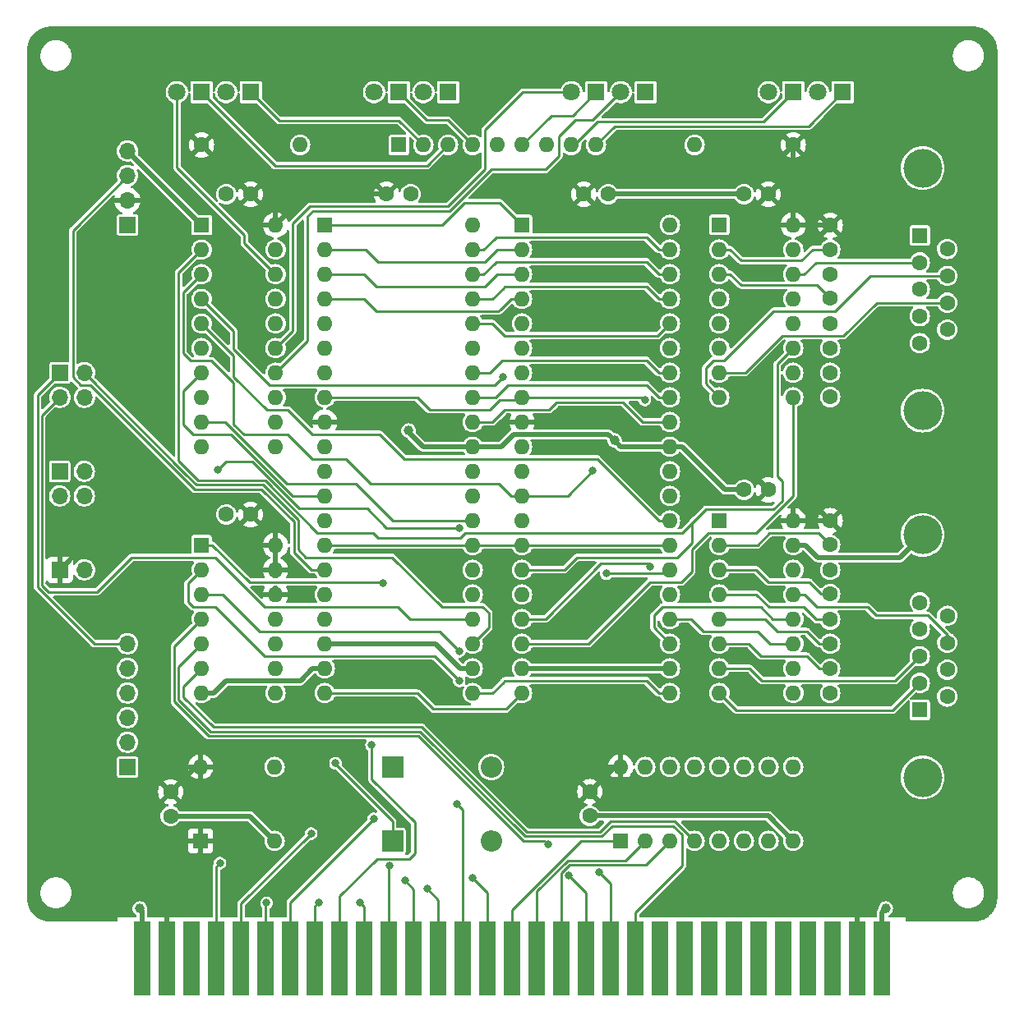
<source format=gtl>
G04 #@! TF.GenerationSoftware,KiCad,Pcbnew,7.0.6*
G04 #@! TF.CreationDate,2023-08-07T17:45:37-04:00*
G04 #@! TF.ProjectId,3 - Quad Serial card v3,33202d20-5175-4616-9420-53657269616c,1*
G04 #@! TF.SameCoordinates,Original*
G04 #@! TF.FileFunction,Copper,L1,Top*
G04 #@! TF.FilePolarity,Positive*
%FSLAX46Y46*%
G04 Gerber Fmt 4.6, Leading zero omitted, Abs format (unit mm)*
G04 Created by KiCad (PCBNEW 7.0.6) date 2023-08-07 17:45:37*
%MOMM*%
%LPD*%
G01*
G04 APERTURE LIST*
G04 #@! TA.AperFunction,ComponentPad*
%ADD10R,1.700000X1.700000*%
G04 #@! TD*
G04 #@! TA.AperFunction,ComponentPad*
%ADD11O,1.700000X1.700000*%
G04 #@! TD*
G04 #@! TA.AperFunction,ComponentPad*
%ADD12C,1.600000*%
G04 #@! TD*
G04 #@! TA.AperFunction,ComponentPad*
%ADD13R,1.800000X1.800000*%
G04 #@! TD*
G04 #@! TA.AperFunction,ComponentPad*
%ADD14C,1.800000*%
G04 #@! TD*
G04 #@! TA.AperFunction,ComponentPad*
%ADD15O,1.600000X1.600000*%
G04 #@! TD*
G04 #@! TA.AperFunction,ComponentPad*
%ADD16R,1.600000X1.600000*%
G04 #@! TD*
G04 #@! TA.AperFunction,ConnectorPad*
%ADD17R,1.780000X7.620000*%
G04 #@! TD*
G04 #@! TA.AperFunction,ComponentPad*
%ADD18C,4.000000*%
G04 #@! TD*
G04 #@! TA.AperFunction,ComponentPad*
%ADD19R,2.200000X2.200000*%
G04 #@! TD*
G04 #@! TA.AperFunction,ComponentPad*
%ADD20O,2.200000X2.200000*%
G04 #@! TD*
G04 #@! TA.AperFunction,ViaPad*
%ADD21C,0.800000*%
G04 #@! TD*
G04 #@! TA.AperFunction,ViaPad*
%ADD22C,1.000000*%
G04 #@! TD*
G04 #@! TA.AperFunction,Conductor*
%ADD23C,0.250000*%
G04 #@! TD*
G04 #@! TA.AperFunction,Conductor*
%ADD24C,0.500000*%
G04 #@! TD*
G04 APERTURE END LIST*
D10*
X93980000Y-60960000D03*
D11*
X93980000Y-58420000D03*
X93980000Y-55880000D03*
X93980000Y-53340000D03*
D12*
X166370000Y-66040000D03*
X166370000Y-68540000D03*
X166370000Y-73660000D03*
X166370000Y-71160000D03*
X166370000Y-101640000D03*
X166370000Y-104140000D03*
D13*
X127000000Y-47275000D03*
D14*
X124460000Y-47275000D03*
D12*
X166370000Y-91440000D03*
X166370000Y-93940000D03*
D11*
X93980000Y-104140000D03*
X93980000Y-106680000D03*
X93980000Y-109220000D03*
X93980000Y-111760000D03*
X93980000Y-114300000D03*
D10*
X93980000Y-116840000D03*
D12*
X106660000Y-90805000D03*
X104160000Y-90805000D03*
X98425000Y-119400000D03*
X98425000Y-121900000D03*
D10*
X86995000Y-76200000D03*
D11*
X89535000Y-76200000D03*
X86995000Y-78740000D03*
X89535000Y-78740000D03*
D13*
X101600000Y-47275000D03*
D14*
X99060000Y-47275000D03*
D12*
X106660000Y-57785000D03*
X104160000Y-57785000D03*
D15*
X101508400Y-116840000D03*
X109128400Y-116840000D03*
X109128400Y-124460000D03*
D16*
X101508400Y-124460000D03*
D13*
X147335000Y-47275000D03*
D14*
X144795000Y-47275000D03*
D16*
X144770000Y-124450000D03*
D15*
X147310000Y-124450000D03*
X149850000Y-124450000D03*
X152390000Y-124450000D03*
X154930000Y-124450000D03*
X157470000Y-124450000D03*
X160010000Y-124450000D03*
X162550000Y-124450000D03*
X162550000Y-116830000D03*
X160010000Y-116830000D03*
X157470000Y-116830000D03*
X154930000Y-116830000D03*
X152390000Y-116830000D03*
X149850000Y-116830000D03*
X147310000Y-116830000D03*
X144770000Y-116830000D03*
D13*
X142255000Y-47275000D03*
D14*
X139715000Y-47275000D03*
X160020000Y-47275000D03*
D13*
X162560000Y-47275000D03*
D12*
X140990000Y-57785000D03*
X143490000Y-57785000D03*
D15*
X162570000Y-91430000D03*
X162570000Y-93970000D03*
X162570000Y-96510000D03*
X162570000Y-99050000D03*
X162570000Y-101590000D03*
X162570000Y-104130000D03*
X162570000Y-106670000D03*
X162570000Y-109210000D03*
X154950000Y-109210000D03*
X154950000Y-106670000D03*
X154950000Y-104130000D03*
X154950000Y-101590000D03*
X154950000Y-99050000D03*
X154950000Y-96510000D03*
X154950000Y-93970000D03*
D16*
X154950000Y-91430000D03*
D12*
X101600000Y-52705000D03*
D15*
X111760000Y-52705000D03*
D12*
X166370000Y-106720000D03*
X166370000Y-109220000D03*
D13*
X167640000Y-47275000D03*
D14*
X165100000Y-47275000D03*
D17*
X171704000Y-136612000D03*
X169164000Y-136612000D03*
X166624000Y-136612000D03*
X164084000Y-136612000D03*
X161544000Y-136612000D03*
X159004000Y-136612000D03*
X156464000Y-136612000D03*
X153924000Y-136612000D03*
X151384000Y-136612000D03*
X148844000Y-136612000D03*
X146304000Y-136612000D03*
X143764000Y-136612000D03*
X141224000Y-136612000D03*
X138684000Y-136612000D03*
X136144000Y-136612000D03*
X133604000Y-136612000D03*
X131064000Y-136612000D03*
X128524000Y-136612000D03*
X125984000Y-136612000D03*
X123444000Y-136612000D03*
X120904000Y-136612000D03*
X118364000Y-136612000D03*
X115824000Y-136612000D03*
X113284000Y-136612000D03*
X110744000Y-136612000D03*
X108204000Y-136612000D03*
X105664000Y-136612000D03*
X103124000Y-136612000D03*
X100584000Y-136612000D03*
X98044000Y-136612000D03*
X95504000Y-136612000D03*
D16*
X101610000Y-60965000D03*
D15*
X101610000Y-63505000D03*
X101610000Y-66045000D03*
X101610000Y-68585000D03*
X101610000Y-71125000D03*
X101610000Y-73665000D03*
X101610000Y-76205000D03*
X101610000Y-78745000D03*
X101610000Y-81285000D03*
X101610000Y-83825000D03*
X109230000Y-83825000D03*
X109230000Y-81285000D03*
X109230000Y-78745000D03*
X109230000Y-76205000D03*
X109230000Y-73665000D03*
X109230000Y-71125000D03*
X109230000Y-68585000D03*
X109230000Y-66045000D03*
X109230000Y-63505000D03*
X109230000Y-60965000D03*
D12*
X178435000Y-71755000D03*
X178435000Y-68985000D03*
X178435000Y-66215000D03*
X178435000Y-63445000D03*
X175595000Y-73140000D03*
X175595000Y-70370000D03*
X175595000Y-67600000D03*
X175595000Y-64830000D03*
D16*
X175595000Y-62060000D03*
D18*
X175895000Y-55100000D03*
X175895000Y-80100000D03*
D12*
X166370000Y-96520000D03*
X166370000Y-99020000D03*
X166370000Y-76200000D03*
X166370000Y-78700000D03*
D16*
X121920000Y-52705000D03*
D15*
X124460000Y-52705000D03*
X127000000Y-52705000D03*
X129540000Y-52705000D03*
X132080000Y-52705000D03*
X134620000Y-52705000D03*
X137160000Y-52705000D03*
X139700000Y-52705000D03*
X142240000Y-52705000D03*
D19*
X121285000Y-116840000D03*
D20*
X131445000Y-116840000D03*
D13*
X121920000Y-47275000D03*
D14*
X119380000Y-47275000D03*
D12*
X162560000Y-52705000D03*
D15*
X152400000Y-52705000D03*
D12*
X160000000Y-57785000D03*
X157500000Y-57785000D03*
D10*
X86990000Y-86360000D03*
D11*
X89530000Y-86360000D03*
X86990000Y-88900000D03*
X89530000Y-88900000D03*
D12*
X160000000Y-88265000D03*
X157500000Y-88265000D03*
X166370000Y-61000000D03*
X166370000Y-63500000D03*
D13*
X106680000Y-47275000D03*
D14*
X104140000Y-47275000D03*
D10*
X86995000Y-96520000D03*
D11*
X89535000Y-96520000D03*
D16*
X154940000Y-60960000D03*
D15*
X154940000Y-63500000D03*
X154940000Y-66040000D03*
X154940000Y-68580000D03*
X154940000Y-71120000D03*
X154940000Y-73660000D03*
X154940000Y-76200000D03*
X154940000Y-78740000D03*
X162560000Y-78740000D03*
X162560000Y-76200000D03*
X162560000Y-73660000D03*
X162560000Y-71120000D03*
X162560000Y-68580000D03*
X162560000Y-66040000D03*
X162560000Y-63500000D03*
X162560000Y-60960000D03*
D18*
X175895000Y-117920000D03*
X175895000Y-92920000D03*
D16*
X175595000Y-110960000D03*
D12*
X175595000Y-108190000D03*
X175595000Y-105420000D03*
X175595000Y-102650000D03*
X175595000Y-99880000D03*
X178435000Y-109575000D03*
X178435000Y-106805000D03*
X178435000Y-104035000D03*
X178435000Y-101265000D03*
D16*
X114300000Y-60960000D03*
D15*
X114300000Y-63500000D03*
X114300000Y-66040000D03*
X114300000Y-68580000D03*
X114300000Y-71120000D03*
X114300000Y-73660000D03*
X114300000Y-76200000D03*
X114300000Y-78740000D03*
X114300000Y-81280000D03*
X114300000Y-83820000D03*
X114300000Y-86360000D03*
X114300000Y-88900000D03*
X114300000Y-91440000D03*
X114300000Y-93980000D03*
X114300000Y-96520000D03*
X114300000Y-99060000D03*
X114300000Y-101600000D03*
X114300000Y-104140000D03*
X114300000Y-106680000D03*
X114300000Y-109220000D03*
X129540000Y-109220000D03*
X129540000Y-106680000D03*
X129540000Y-104140000D03*
X129540000Y-101600000D03*
X129540000Y-99060000D03*
X129540000Y-96520000D03*
X129540000Y-93980000D03*
X129540000Y-91440000D03*
X129540000Y-88900000D03*
X129540000Y-86360000D03*
X129540000Y-83820000D03*
X129540000Y-81280000D03*
X129540000Y-78740000D03*
X129540000Y-76200000D03*
X129540000Y-73660000D03*
X129540000Y-71120000D03*
X129540000Y-68580000D03*
X129540000Y-66040000D03*
X129540000Y-63500000D03*
X129540000Y-60960000D03*
D16*
X101600000Y-93980000D03*
D15*
X101600000Y-96520000D03*
X101600000Y-99060000D03*
X101600000Y-101600000D03*
X101600000Y-104140000D03*
X101600000Y-106680000D03*
X101600000Y-109220000D03*
X109220000Y-109220000D03*
X109220000Y-106680000D03*
X109220000Y-104140000D03*
X109220000Y-101600000D03*
X109220000Y-99060000D03*
X109220000Y-96520000D03*
X109220000Y-93980000D03*
D12*
X120650000Y-57785000D03*
X123150000Y-57785000D03*
X141605000Y-119380000D03*
X141605000Y-121880000D03*
D16*
X134620000Y-60960000D03*
D15*
X134620000Y-63500000D03*
X134620000Y-66040000D03*
X134620000Y-68580000D03*
X134620000Y-71120000D03*
X134620000Y-73660000D03*
X134620000Y-76200000D03*
X134620000Y-78740000D03*
X134620000Y-81280000D03*
X134620000Y-83820000D03*
X134620000Y-86360000D03*
X134620000Y-88900000D03*
X134620000Y-91440000D03*
X134620000Y-93980000D03*
X134620000Y-96520000D03*
X134620000Y-99060000D03*
X134620000Y-101600000D03*
X134620000Y-104140000D03*
X134620000Y-106680000D03*
X134620000Y-109220000D03*
X149860000Y-109220000D03*
X149860000Y-106680000D03*
X149860000Y-104140000D03*
X149860000Y-101600000D03*
X149860000Y-99060000D03*
X149860000Y-96520000D03*
X149860000Y-93980000D03*
X149860000Y-91440000D03*
X149860000Y-88900000D03*
X149860000Y-86360000D03*
X149860000Y-83820000D03*
X149860000Y-81280000D03*
X149860000Y-78740000D03*
X149860000Y-76200000D03*
X149860000Y-73660000D03*
X149860000Y-71120000D03*
X149860000Y-68580000D03*
X149860000Y-66040000D03*
X149860000Y-63500000D03*
X149860000Y-60960000D03*
D19*
X121285000Y-124460000D03*
D20*
X131445000Y-124460000D03*
D21*
X147838200Y-96181300D03*
X128149300Y-104902000D03*
X103505000Y-126746000D03*
X112903000Y-123698000D03*
X128150100Y-92177300D03*
X103251000Y-86233000D03*
X141916750Y-86290750D03*
X143305300Y-96905800D03*
X132627299Y-76668701D03*
X115408500Y-116459000D03*
X120326500Y-97898000D03*
X147273200Y-79007800D03*
X108311400Y-130853900D03*
X119351800Y-122174000D03*
X113665000Y-130810000D03*
X119125400Y-114586100D03*
X117921599Y-130810000D03*
X120970824Y-127035925D03*
X122555000Y-128570600D03*
X124841000Y-129413000D03*
X127889000Y-120650000D03*
X129540000Y-128270000D03*
X128149300Y-107950000D03*
X139464695Y-128008695D03*
X137287000Y-124841000D03*
X142557500Y-127673550D03*
D22*
X172085000Y-131445000D03*
X95250000Y-131445000D03*
X169545000Y-131445000D03*
X97790000Y-131445000D03*
X120015000Y-80645000D03*
X140335000Y-80645000D03*
X122936000Y-82169000D03*
X144145000Y-83185000D03*
D23*
X142557500Y-127673550D02*
X143764000Y-128880050D01*
X143764000Y-128880050D02*
X143764000Y-136612000D01*
X141224000Y-129768000D02*
X141224000Y-136612000D01*
X139464695Y-128008695D02*
X141224000Y-129768000D01*
X129540000Y-128270000D02*
X131064000Y-129794000D01*
X131064000Y-129794000D02*
X131064000Y-136612000D01*
X108311400Y-130853900D02*
X108204000Y-130961300D01*
X108204000Y-130961300D02*
X108204000Y-136612000D01*
X113665000Y-130810000D02*
X113284000Y-131191000D01*
X113284000Y-131191000D02*
X113284000Y-136612000D01*
X117921599Y-130810000D02*
X118364000Y-131252401D01*
X118364000Y-131252401D02*
X118364000Y-136612000D01*
X122555000Y-128570600D02*
X123444000Y-129459600D01*
X123444000Y-129459600D02*
X123444000Y-136612000D01*
X120970824Y-127035925D02*
X120904000Y-127102749D01*
X120904000Y-127102749D02*
X120904000Y-136612000D01*
D24*
X101605000Y-60965000D02*
X93980000Y-53340000D01*
X101610000Y-60965000D02*
X101605000Y-60965000D01*
D23*
X88337200Y-61522800D02*
X93980000Y-55880000D01*
X88337200Y-76667000D02*
X88337200Y-61522800D01*
X89140200Y-77470000D02*
X88337200Y-76667000D01*
X107761900Y-88203900D02*
X100899100Y-88203900D01*
X90165200Y-77470000D02*
X89140200Y-77470000D01*
X111125000Y-91567000D02*
X107761900Y-88203900D01*
X111125000Y-94742000D02*
X111125000Y-91567000D01*
X100899100Y-88203900D02*
X90165200Y-77470000D01*
X112903000Y-96520000D02*
X111125000Y-94742000D01*
X114300000Y-96520000D02*
X112903000Y-96520000D01*
D24*
X159980000Y-121880000D02*
X162550000Y-124450000D01*
X141605000Y-121880000D02*
X159980000Y-121880000D01*
X106568400Y-121900000D02*
X109128400Y-124460000D01*
X98425000Y-121900000D02*
X106568400Y-121900000D01*
X122936000Y-82296000D02*
X122936000Y-82169000D01*
X124460000Y-83820000D02*
X122936000Y-82296000D01*
D23*
X120668300Y-92177300D02*
X128150100Y-92177300D01*
X118661000Y-90170000D02*
X120668300Y-92177300D01*
X106825104Y-85344000D02*
X111651104Y-90170000D01*
X111651104Y-90170000D02*
X118661000Y-90170000D01*
X104140000Y-85344000D02*
X106825104Y-85344000D01*
X103251000Y-86233000D02*
X104140000Y-85344000D01*
X121285000Y-122428000D02*
X121285000Y-124460000D01*
X115408500Y-116459000D02*
X115408500Y-116551500D01*
X115408500Y-116551500D02*
X121285000Y-122428000D01*
X141922050Y-50147950D02*
X144795000Y-47275000D01*
X140081000Y-50147950D02*
X141922050Y-50147950D01*
X138430000Y-51798950D02*
X140081000Y-50147950D01*
X138430000Y-53848000D02*
X138430000Y-51798950D01*
X137036500Y-55241500D02*
X138430000Y-53848000D01*
X131445000Y-55241500D02*
X137036500Y-55241500D01*
X112522000Y-60071000D02*
X113088000Y-59505000D01*
X127181500Y-59505000D02*
X131445000Y-55241500D01*
X112522000Y-72913000D02*
X112522000Y-60071000D01*
X113088000Y-59505000D02*
X127181500Y-59505000D01*
X109230000Y-76205000D02*
X112522000Y-72913000D01*
X109189000Y-54864000D02*
X101600000Y-47275000D01*
X124841000Y-54864000D02*
X109189000Y-54864000D01*
X127000000Y-52705000D02*
X124841000Y-54864000D01*
X109590450Y-50185450D02*
X106680000Y-47275000D01*
X121940450Y-50185450D02*
X109590450Y-50185450D01*
X124460000Y-52705000D02*
X121940450Y-50185450D01*
X124787450Y-50142450D02*
X126977450Y-50142450D01*
X121920000Y-47275000D02*
X124787450Y-50142450D01*
X126977450Y-50142450D02*
X129540000Y-52705000D01*
X167749200Y-72390000D02*
X167821600Y-72317600D01*
X161417000Y-72390000D02*
X167749200Y-72390000D01*
X154940000Y-76200000D02*
X157607000Y-76200000D01*
X157607000Y-76200000D02*
X161417000Y-72390000D01*
X167821600Y-72317600D02*
X171154200Y-68985000D01*
X153543000Y-75692000D02*
X153543000Y-77343000D01*
X154305000Y-74930000D02*
X153543000Y-75692000D01*
X155470200Y-74930000D02*
X154305000Y-74930000D01*
X166860200Y-69850000D02*
X160550200Y-69850000D01*
X153543000Y-77343000D02*
X154940000Y-78740000D01*
X170495200Y-66215000D02*
X166860200Y-69850000D01*
X160550200Y-69850000D02*
X155470200Y-74930000D01*
X178435000Y-66215000D02*
X170495200Y-66215000D01*
X171154200Y-68985000D02*
X178435000Y-68985000D01*
X132842000Y-80017500D02*
X131579500Y-81280000D01*
X131579500Y-81280000D02*
X129540000Y-81280000D01*
X137414000Y-80017500D02*
X132842000Y-80017500D01*
X138183500Y-79248000D02*
X137414000Y-80017500D01*
X145020100Y-79248000D02*
X138183500Y-79248000D01*
X149860000Y-81280000D02*
X147052100Y-81280000D01*
X147052100Y-81280000D02*
X145020100Y-79248000D01*
D24*
X145034000Y-80645000D02*
X140335000Y-80645000D01*
X154304600Y-82569600D02*
X146958600Y-82569600D01*
X160000000Y-88265000D02*
X154304600Y-82569600D01*
X146958600Y-82569600D02*
X145034000Y-80645000D01*
D23*
X146304000Y-131855400D02*
X146304000Y-136612000D01*
X151130000Y-127029400D02*
X146304000Y-131855400D01*
X151130000Y-123826396D02*
X151130000Y-127029400D01*
X150208604Y-122905000D02*
X151130000Y-123826396D01*
X134920604Y-124000000D02*
X142833600Y-124000000D01*
X102518996Y-113185600D02*
X124106204Y-113185600D01*
X142833600Y-124000000D02*
X143928600Y-122905000D01*
X99256000Y-109922604D02*
X102518996Y-113185600D01*
X143928600Y-122905000D02*
X150208604Y-122905000D01*
X99256000Y-106484000D02*
X99256000Y-109922604D01*
X124106204Y-113185600D02*
X134920604Y-124000000D01*
X101600000Y-104140000D02*
X99256000Y-106484000D01*
X147350950Y-126949050D02*
X149850000Y-124450000D01*
X139499742Y-126949050D02*
X147350950Y-126949050D01*
X138684000Y-127764792D02*
X139499742Y-126949050D01*
X138684000Y-136612000D02*
X138684000Y-127764792D01*
X136144000Y-129668396D02*
X139313346Y-126499050D01*
X136144000Y-136612000D02*
X136144000Y-129668396D01*
X139313346Y-126499050D02*
X145260950Y-126499050D01*
X145260950Y-126499050D02*
X147310000Y-124450000D01*
X140726000Y-124450000D02*
X144770000Y-124450000D01*
X133604000Y-131572000D02*
X140726000Y-124450000D01*
X133604000Y-136612000D02*
X133604000Y-131572000D01*
X98806000Y-104394000D02*
X101600000Y-101600000D01*
X123919808Y-113635600D02*
X102332600Y-113635600D01*
X137287000Y-124841000D02*
X136896000Y-124450000D01*
X136896000Y-124450000D02*
X134734208Y-124450000D01*
X134734208Y-124450000D02*
X123919808Y-113635600D01*
X102332600Y-113635600D02*
X98806000Y-110109000D01*
X98806000Y-110109000D02*
X98806000Y-104394000D01*
X125984000Y-130556000D02*
X125984000Y-136612000D01*
X124841000Y-129413000D02*
X125984000Y-130556000D01*
X119125400Y-118109400D02*
X119125400Y-114586100D01*
X123571000Y-122555000D02*
X119125400Y-118109400D01*
X123571000Y-125730000D02*
X123571000Y-122555000D01*
X119687100Y-126311900D02*
X122989100Y-126311900D01*
X115824000Y-130175000D02*
X119687100Y-126311900D01*
X122989100Y-126311900D02*
X123571000Y-125730000D01*
X115824000Y-136612000D02*
X115824000Y-130175000D01*
X106025000Y-62840000D02*
X106025000Y-61996000D01*
X109230000Y-66045000D02*
X106025000Y-62840000D01*
X106025000Y-61996000D02*
X99060000Y-55031000D01*
X100010798Y-86675798D02*
X89535000Y-76200000D01*
X100010798Y-86679202D02*
X100010798Y-86675798D01*
X101085496Y-87753900D02*
X100010798Y-86679202D01*
X107962212Y-87753900D02*
X101085496Y-87753900D01*
X111575000Y-91366688D02*
X107962212Y-87753900D01*
X111575000Y-94430000D02*
X111575000Y-91366688D01*
X112376500Y-95231500D02*
X111575000Y-94430000D01*
X121266500Y-95231500D02*
X112376500Y-95231500D01*
X126365000Y-100330000D02*
X121266500Y-95231500D01*
X130556000Y-100330000D02*
X126365000Y-100330000D01*
X131191000Y-100965000D02*
X130556000Y-100330000D01*
X131191000Y-102489000D02*
X131191000Y-100965000D01*
X129540000Y-104140000D02*
X131191000Y-102489000D01*
X151126100Y-92710000D02*
X152525050Y-91311050D01*
X128778000Y-92710000D02*
X151126100Y-92710000D01*
X128270000Y-93218000D02*
X128778000Y-92710000D01*
X119253000Y-92710000D02*
X119761000Y-93218000D01*
X108148608Y-87303900D02*
X113554708Y-92710000D01*
X101275296Y-87303900D02*
X108148608Y-87303900D01*
X113554708Y-92710000D02*
X119253000Y-92710000D01*
X119761000Y-93218000D02*
X128270000Y-93218000D01*
X99251198Y-85279802D02*
X101275296Y-87303900D01*
X99251198Y-65863802D02*
X99251198Y-85279802D01*
X101610000Y-63505000D02*
X99251198Y-65863802D01*
X114300000Y-109220000D02*
X123830500Y-109220000D01*
X123830500Y-109220000D02*
X125476000Y-110865500D01*
X125476000Y-110865500D02*
X132974500Y-110865500D01*
X100203000Y-97917000D02*
X101600000Y-96520000D01*
X100203000Y-99822000D02*
X100203000Y-97917000D01*
X100711000Y-100330000D02*
X100203000Y-99822000D01*
X108077000Y-105410000D02*
X102997000Y-100330000D01*
X125623600Y-105410000D02*
X108077000Y-105410000D01*
X128149300Y-107935700D02*
X125623600Y-105410000D01*
X128149300Y-107950000D02*
X128149300Y-107935700D01*
X102997000Y-100330000D02*
X100711000Y-100330000D01*
X129540000Y-101600000D02*
X123063000Y-101600000D01*
X123063000Y-101600000D02*
X121793000Y-100330000D01*
X108077000Y-100330000D02*
X121793000Y-100330000D01*
X132842000Y-107950000D02*
X147464700Y-107950000D01*
X148734700Y-109220000D02*
X149860000Y-109220000D01*
X132715000Y-108094700D02*
X132715000Y-108077000D01*
X147464700Y-107950000D02*
X148734700Y-109220000D01*
X131589700Y-109220000D02*
X132715000Y-108094700D01*
X129540000Y-109220000D02*
X131589700Y-109220000D01*
X132715000Y-108077000D02*
X132842000Y-107950000D01*
X131953000Y-62230000D02*
X147464700Y-62230000D01*
X147464700Y-62230000D02*
X148734700Y-63500000D01*
X131790600Y-62374700D02*
X131808300Y-62374700D01*
X131808300Y-62374700D02*
X131953000Y-62230000D01*
X130665300Y-63500000D02*
X131790600Y-62374700D01*
X148734700Y-63500000D02*
X149860000Y-63500000D01*
X129540000Y-63500000D02*
X130665300Y-63500000D01*
X148734700Y-66040000D02*
X149860000Y-66040000D01*
X147464700Y-64770000D02*
X148734700Y-66040000D01*
X131953000Y-64770000D02*
X147464700Y-64770000D01*
X131808300Y-64914700D02*
X131953000Y-64770000D01*
X131790600Y-64914700D02*
X131808300Y-64914700D01*
X129540000Y-66040000D02*
X130665300Y-66040000D01*
X130665300Y-66040000D02*
X131790600Y-64914700D01*
X147464700Y-67310000D02*
X148734700Y-68580000D01*
X132715000Y-67437000D02*
X132842000Y-67310000D01*
X132715000Y-67454700D02*
X132715000Y-67437000D01*
X132842000Y-67310000D02*
X147464700Y-67310000D01*
X131589700Y-68580000D02*
X132715000Y-67454700D01*
X148734700Y-68580000D02*
X149860000Y-68580000D01*
X129540000Y-68580000D02*
X131589700Y-68580000D01*
X118508700Y-63500000D02*
X114300000Y-63500000D01*
X119778700Y-64770000D02*
X118508700Y-63500000D01*
X130810000Y-64770000D02*
X119778700Y-64770000D01*
X130950000Y-64630000D02*
X130810000Y-64770000D01*
X130950000Y-64625300D02*
X130950000Y-64630000D01*
X134620000Y-63500000D02*
X132075300Y-63500000D01*
X132075300Y-63500000D02*
X130950000Y-64625300D01*
X119651700Y-67310000D02*
X118381700Y-66040000D01*
X130810000Y-67310000D02*
X119651700Y-67310000D01*
X130950000Y-67170000D02*
X130810000Y-67310000D01*
X118381700Y-66040000D02*
X114300000Y-66040000D01*
X132075300Y-66040000D02*
X130950000Y-67165300D01*
X134620000Y-66040000D02*
X132075300Y-66040000D01*
X130950000Y-67165300D02*
X130950000Y-67170000D01*
X118381700Y-68580000D02*
X114300000Y-68580000D01*
X119651700Y-69850000D02*
X118381700Y-68580000D01*
X133494700Y-68580000D02*
X132369400Y-69705300D01*
X132369400Y-69705300D02*
X132351700Y-69705300D01*
X134620000Y-68580000D02*
X133494700Y-68580000D01*
X132351700Y-69705300D02*
X132207000Y-69850000D01*
X132207000Y-69850000D02*
X119651700Y-69850000D01*
X148734700Y-76200000D02*
X149860000Y-76200000D01*
X147464700Y-74930000D02*
X148734700Y-76200000D01*
X131318000Y-76200000D02*
X132588000Y-74930000D01*
X132588000Y-74930000D02*
X147464700Y-74930000D01*
X129540000Y-76200000D02*
X131318000Y-76200000D01*
X131572000Y-71120000D02*
X129540000Y-71120000D01*
X132842000Y-72390000D02*
X131572000Y-71120000D01*
X132842000Y-72390000D02*
X148590000Y-72390000D01*
X148590000Y-72390000D02*
X149860000Y-71120000D01*
X134347400Y-79012600D02*
X134620000Y-78740000D01*
X125095000Y-80010000D02*
X131295700Y-80010000D01*
X131295700Y-80010000D02*
X132293100Y-79012600D01*
X132293100Y-79012600D02*
X134347400Y-79012600D01*
X123825000Y-78740000D02*
X125095000Y-80010000D01*
X121793000Y-78740000D02*
X123825000Y-78740000D01*
X114300000Y-78740000D02*
X121793000Y-78740000D01*
X133172300Y-77470000D02*
X131902300Y-78740000D01*
X148734700Y-78740000D02*
X147464700Y-77470000D01*
X147464700Y-77470000D02*
X133172300Y-77470000D01*
X131902300Y-78740000D02*
X129540000Y-78740000D01*
X149860000Y-78740000D02*
X148734700Y-78740000D01*
X104894050Y-73772654D02*
X104894050Y-71869050D01*
X108591396Y-77470000D02*
X104894050Y-73772654D01*
X104894050Y-71869050D02*
X101610000Y-68585000D01*
X132627299Y-76668701D02*
X131826000Y-77470000D01*
X131826000Y-77470000D02*
X108591396Y-77470000D01*
X132224700Y-87630000D02*
X119064400Y-87630000D01*
X119064400Y-87630000D02*
X118714200Y-87279800D01*
X133494700Y-88900000D02*
X132224700Y-87630000D01*
X134620000Y-88900000D02*
X133494700Y-88900000D01*
X116524400Y-85090000D02*
X118714200Y-87279800D01*
X137033000Y-101600000D02*
X142741000Y-95892000D01*
X142741000Y-95892000D02*
X147548900Y-95892000D01*
X134620000Y-101600000D02*
X137033000Y-101600000D01*
X147548900Y-95892000D02*
X147838200Y-96181300D01*
X141452750Y-104140000D02*
X147828000Y-97764750D01*
X134620000Y-104140000D02*
X141452750Y-104140000D01*
X151028250Y-97764750D02*
X147828000Y-97764750D01*
X160462600Y-101590000D02*
X162570000Y-101590000D01*
X159202600Y-100330000D02*
X160462600Y-101590000D01*
X149098000Y-100330000D02*
X159202600Y-100330000D01*
X148209000Y-101219000D02*
X149098000Y-100330000D01*
X149860000Y-104140000D02*
X148209000Y-102489000D01*
X148209000Y-102489000D02*
X148209000Y-101219000D01*
X138981700Y-96520000D02*
X134620000Y-96520000D01*
X140251700Y-95250000D02*
X138981700Y-96520000D01*
X150622000Y-95250000D02*
X140251700Y-95250000D01*
X150703904Y-95168096D02*
X150622000Y-95250000D01*
X152144050Y-93726554D02*
X150703904Y-95166700D01*
X152144050Y-91692050D02*
X152144050Y-93726554D01*
X150703904Y-95166700D02*
X150703904Y-95168096D01*
X152525050Y-91311050D02*
X152144050Y-91692050D01*
X152525050Y-91311050D02*
X153564400Y-90271700D01*
X139307500Y-88900000D02*
X134620000Y-88900000D01*
X141916750Y-86290750D02*
X139307500Y-88900000D01*
X148734700Y-91440000D02*
X149860000Y-91440000D01*
X142384700Y-85090000D02*
X148734700Y-91440000D01*
X122519200Y-85090000D02*
X142384700Y-85090000D01*
X119979200Y-82550000D02*
X122519200Y-85090000D01*
X108337396Y-80015000D02*
X110495000Y-80015000D01*
X113030000Y-82550000D02*
X119979200Y-82550000D01*
X104927000Y-76604604D02*
X108337396Y-80015000D01*
X110495000Y-80015000D02*
X113030000Y-82550000D01*
X104927000Y-74442000D02*
X104927000Y-76604604D01*
X101610000Y-71125000D02*
X104927000Y-74442000D01*
X113030000Y-85090000D02*
X116524400Y-85090000D01*
X104913146Y-77227146D02*
X104913146Y-81522854D01*
X102621000Y-74935000D02*
X104913146Y-77227146D01*
X100462000Y-74935000D02*
X102621000Y-74935000D01*
X99701198Y-74174198D02*
X100462000Y-74935000D01*
X104913146Y-81522854D02*
X105945292Y-82555000D01*
X110495000Y-82555000D02*
X113030000Y-85090000D01*
X105945292Y-82555000D02*
X110495000Y-82555000D01*
X99701198Y-67953802D02*
X99701198Y-74174198D01*
X101610000Y-66045000D02*
X99701198Y-67953802D01*
X110383896Y-87630000D02*
X109992448Y-87238552D01*
X117475000Y-87630000D02*
X110383896Y-87630000D01*
X121285000Y-91440000D02*
X117475000Y-87630000D01*
X129540000Y-91440000D02*
X121285000Y-91440000D01*
X109992448Y-87238552D02*
X104038896Y-81285000D01*
X104038896Y-81285000D02*
X101610000Y-81285000D01*
X102997000Y-95250000D02*
X108077000Y-100330000D01*
X90805000Y-98805302D02*
X94360302Y-95250000D01*
X85852698Y-98805302D02*
X90805000Y-98805302D01*
X85159000Y-98111604D02*
X85852698Y-98805302D01*
X85159000Y-80576000D02*
X85159000Y-98111604D01*
X94360302Y-95250000D02*
X102997000Y-95250000D01*
X86995000Y-78740000D02*
X85159000Y-80576000D01*
X120218500Y-97790000D02*
X120326500Y-97898000D01*
X106553000Y-97790000D02*
X120218500Y-97790000D01*
X102725300Y-93980000D02*
X106544150Y-97798850D01*
X106544150Y-97798850D02*
X106553000Y-97790000D01*
X149474200Y-96905800D02*
X149860000Y-96520000D01*
X143305300Y-96905800D02*
X149474200Y-96905800D01*
X158866400Y-93970000D02*
X154950000Y-93970000D01*
X165140000Y-92710000D02*
X160126400Y-92710000D01*
X160126400Y-92710000D02*
X158866400Y-93970000D01*
X166370000Y-93940000D02*
X165140000Y-92710000D01*
X165441000Y-99020000D02*
X166370000Y-99020000D01*
X158740000Y-96510000D02*
X160020000Y-97790000D01*
X160020000Y-97790000D02*
X164211000Y-97790000D01*
X164211000Y-97790000D02*
X165441000Y-99020000D01*
X154950000Y-96510000D02*
X158740000Y-96510000D01*
X178435000Y-103251000D02*
X178435000Y-104035000D01*
X170207700Y-100330000D02*
X171096700Y-101219000D01*
X164975300Y-100330000D02*
X170207700Y-100330000D01*
X171096700Y-101219000D02*
X176403000Y-101219000D01*
X163695300Y-99050000D02*
X164975300Y-100330000D01*
X176403000Y-101219000D02*
X178435000Y-103251000D01*
X162570000Y-99050000D02*
X163695300Y-99050000D01*
X173065000Y-107950000D02*
X175595000Y-105420000D01*
X158076500Y-106670000D02*
X159356500Y-107950000D01*
X159356500Y-107950000D02*
X173065000Y-107950000D01*
X154950000Y-106670000D02*
X158076500Y-106670000D01*
X165227000Y-106680000D02*
X163957000Y-105410000D01*
X159268000Y-105410000D02*
X163957000Y-105410000D01*
X166330000Y-106680000D02*
X165227000Y-106680000D01*
X166370000Y-106720000D02*
X166330000Y-106680000D01*
X159639000Y-101590000D02*
X154950000Y-101590000D01*
X165227000Y-104140000D02*
X163947000Y-102860000D01*
X166370000Y-104140000D02*
X165227000Y-104140000D01*
X163947000Y-102860000D02*
X160909000Y-102860000D01*
X160909000Y-102860000D02*
X159639000Y-101590000D01*
X156738000Y-110998000D02*
X172787000Y-110998000D01*
X172787000Y-110998000D02*
X175595000Y-108190000D01*
X154950000Y-109210000D02*
X156738000Y-110998000D01*
X157988000Y-104130000D02*
X159268000Y-105410000D01*
X154950000Y-104130000D02*
X157988000Y-104130000D01*
X162570000Y-104130000D02*
X160137000Y-104130000D01*
X160137000Y-104130000D02*
X158877000Y-102870000D01*
X153289000Y-102870000D02*
X158877000Y-102870000D01*
X158767700Y-99050000D02*
X154950000Y-99050000D01*
X160047700Y-100330000D02*
X158767700Y-99050000D01*
X163618600Y-100330000D02*
X160047700Y-100330000D01*
X164928600Y-101640000D02*
X163618600Y-100330000D01*
X166370000Y-101640000D02*
X164928600Y-101640000D01*
X152120750Y-96672250D02*
X151028250Y-97764750D01*
X162560000Y-88901396D02*
X158751396Y-92710000D01*
X158751396Y-92710000D02*
X153797000Y-92710000D01*
X152120750Y-94386250D02*
X152120750Y-96672250D01*
X162560000Y-78740000D02*
X162560000Y-88901396D01*
X153797000Y-92710000D02*
X152120750Y-94386250D01*
X152019000Y-101600000D02*
X153289000Y-102870000D01*
X149860000Y-101600000D02*
X152019000Y-101600000D01*
X161434700Y-87376000D02*
X160909000Y-86850300D01*
X161434700Y-89390300D02*
X161434700Y-87376000D01*
X160553300Y-90271700D02*
X161434700Y-89390300D01*
X160909000Y-75311000D02*
X162560000Y-73660000D01*
X153564400Y-90271700D02*
X160553300Y-90271700D01*
X160909000Y-86850300D02*
X160909000Y-75311000D01*
D24*
X142514000Y-59309000D02*
X158476000Y-59309000D01*
X140990000Y-57785000D02*
X142514000Y-59309000D01*
X158476000Y-59309000D02*
X160000000Y-57785000D01*
D23*
X164130654Y-50784346D02*
X167640000Y-47275000D01*
X144160654Y-50784346D02*
X164130654Y-50784346D01*
X142240000Y-52705000D02*
X144160654Y-50784346D01*
X140001396Y-52705000D02*
X142372050Y-50334346D01*
X142372050Y-50334346D02*
X159500654Y-50334346D01*
X159500654Y-50334346D02*
X162560000Y-47275000D01*
X139700000Y-52705000D02*
X140001396Y-52705000D01*
X137627050Y-49697950D02*
X139832050Y-49697950D01*
X139832050Y-49697950D02*
X142255000Y-47275000D01*
X134620000Y-52705000D02*
X137627050Y-49697950D01*
X130810000Y-51181000D02*
X134716000Y-47275000D01*
X126995104Y-59055000D02*
X130810000Y-55240104D01*
X112776000Y-59055000D02*
X126995104Y-59055000D01*
X130810000Y-55240104D02*
X130810000Y-51181000D01*
X110998000Y-71897000D02*
X110998000Y-60833000D01*
X134716000Y-47275000D02*
X139715000Y-47275000D01*
X109230000Y-73665000D02*
X110998000Y-71897000D01*
X110998000Y-60833000D02*
X112776000Y-59055000D01*
X132334000Y-58674000D02*
X134620000Y-60960000D01*
X128648896Y-58674000D02*
X132334000Y-58674000D01*
X114300000Y-60960000D02*
X126362896Y-60960000D01*
X126362896Y-60960000D02*
X128648896Y-58674000D01*
D24*
X112410000Y-57785000D02*
X120650000Y-57785000D01*
X109230000Y-60965000D02*
X112410000Y-57785000D01*
D23*
X99701198Y-78113802D02*
X101610000Y-76205000D01*
X99701198Y-81540198D02*
X99701198Y-78113802D01*
X100715900Y-82554900D02*
X99701198Y-81540198D01*
X111017500Y-88900000D02*
X104672400Y-82554900D01*
X104672400Y-82554900D02*
X100715900Y-82554900D01*
X114300000Y-88900000D02*
X111017500Y-88900000D01*
D24*
X105136000Y-92329000D02*
X106660000Y-90805000D01*
X91186000Y-92329000D02*
X105136000Y-92329000D01*
X86995000Y-96520000D02*
X91186000Y-92329000D01*
D23*
X126117300Y-102870000D02*
X124333000Y-102870000D01*
X128149300Y-104902000D02*
X126117300Y-102870000D01*
X124333000Y-102870000D02*
X107569000Y-102870000D01*
X103759000Y-99060000D02*
X101600000Y-99060000D01*
X107569000Y-102870000D02*
X103759000Y-99060000D01*
X90551000Y-104140000D02*
X84709000Y-98298000D01*
X93980000Y-104140000D02*
X90551000Y-104140000D01*
X84709000Y-98298000D02*
X84709000Y-78486000D01*
X84709000Y-78486000D02*
X86995000Y-76200000D01*
X150395000Y-122455000D02*
X152390000Y-124450000D01*
X143742204Y-122455000D02*
X150395000Y-122455000D01*
X142647204Y-123550000D02*
X143742204Y-122455000D01*
X135107000Y-123550000D02*
X142647204Y-123550000D01*
X124292600Y-112735600D02*
X135107000Y-123550000D01*
X102829600Y-112735600D02*
X124292600Y-112735600D01*
X99706000Y-109612000D02*
X102829600Y-112735600D01*
X99706000Y-108574000D02*
X99706000Y-109612000D01*
X101600000Y-106680000D02*
X99706000Y-108574000D01*
X132974500Y-110865500D02*
X134620000Y-109220000D01*
X103124000Y-127127000D02*
X103124000Y-136612000D01*
X103505000Y-126746000D02*
X103124000Y-127127000D01*
X105664000Y-130937000D02*
X112903000Y-123698000D01*
X105664000Y-136612000D02*
X105664000Y-130937000D01*
X110744000Y-130781800D02*
X119351800Y-122174000D01*
X110744000Y-136612000D02*
X110744000Y-130781800D01*
X127889000Y-120650000D02*
X128524000Y-121285000D01*
X128524000Y-121285000D02*
X128524000Y-136612000D01*
X164895300Y-64830000D02*
X163685300Y-66040000D01*
X175595000Y-64830000D02*
X164895300Y-64830000D01*
X162560000Y-66040000D02*
X163685300Y-66040000D01*
X115425300Y-93980000D02*
X128414700Y-93980000D01*
X114300000Y-93980000D02*
X115425300Y-93980000D01*
X129540000Y-93980000D02*
X128414700Y-93980000D01*
X149860000Y-93980000D02*
X134620000Y-93980000D01*
X130665300Y-93980000D02*
X133494700Y-93980000D01*
X129540000Y-93980000D02*
X130665300Y-93980000D01*
X134620000Y-93980000D02*
X133494700Y-93980000D01*
X101600000Y-93980000D02*
X102725300Y-93980000D01*
X147005400Y-78740000D02*
X147273200Y-79007800D01*
X134620000Y-78740000D02*
X147005400Y-78740000D01*
X99060000Y-55031000D02*
X99060000Y-47275000D01*
X164565000Y-63500000D02*
X166370000Y-63500000D01*
X163417900Y-64647100D02*
X164565000Y-63500000D01*
X157212400Y-64647100D02*
X163417900Y-64647100D01*
X156065300Y-63500000D02*
X157212400Y-64647100D01*
X154940000Y-63500000D02*
X156065300Y-63500000D01*
X164995300Y-67165300D02*
X166370000Y-68540000D01*
X157190600Y-67165300D02*
X164995300Y-67165300D01*
X156065300Y-66040000D02*
X157190600Y-67165300D01*
X154940000Y-66040000D02*
X156065300Y-66040000D01*
D24*
X171704000Y-131826000D02*
X172085000Y-131445000D01*
X171704000Y-136612000D02*
X171704000Y-131826000D01*
X95504000Y-131699000D02*
X95250000Y-131445000D01*
X95504000Y-136612000D02*
X95504000Y-131699000D01*
X157500000Y-57785000D02*
X143490000Y-57785000D01*
X144780000Y-83820000D02*
X144145000Y-83185000D01*
X149860000Y-83820000D02*
X144780000Y-83820000D01*
X104140000Y-107930300D02*
X102850300Y-109220000D01*
X111799400Y-107930300D02*
X104140000Y-107930300D01*
X113049700Y-106680000D02*
X111799400Y-107930300D01*
X114300000Y-106680000D02*
X113049700Y-106680000D01*
X101600000Y-109220000D02*
X102850300Y-109220000D01*
X173585000Y-95230000D02*
X175895000Y-92920000D01*
X165080300Y-95230000D02*
X173585000Y-95230000D01*
X163820300Y-93970000D02*
X165080300Y-95230000D01*
X162570000Y-93970000D02*
X163820300Y-93970000D01*
X143510100Y-82550100D02*
X144145000Y-83185000D01*
X133719600Y-82550100D02*
X143510100Y-82550100D01*
X132449700Y-83820000D02*
X133719600Y-82550100D01*
X129540000Y-83820000D02*
X132449700Y-83820000D01*
X149860000Y-106680000D02*
X148609700Y-106680000D01*
X134620000Y-106680000D02*
X148609700Y-106680000D01*
X125749700Y-104140000D02*
X114300000Y-104140000D01*
X128289700Y-106680000D02*
X125749700Y-104140000D01*
X129540000Y-106680000D02*
X128289700Y-106680000D01*
X155555300Y-88265000D02*
X151110300Y-83820000D01*
X157500000Y-88265000D02*
X155555300Y-88265000D01*
X149860000Y-83820000D02*
X151110300Y-83820000D01*
X98044000Y-131699000D02*
X97790000Y-131445000D01*
X98044000Y-136612000D02*
X98044000Y-131699000D01*
X119380000Y-81280000D02*
X120015000Y-80645000D01*
X114300000Y-81280000D02*
X119380000Y-81280000D01*
X169164000Y-131826000D02*
X169545000Y-131445000D01*
X169164000Y-136612000D02*
X169164000Y-131826000D01*
X166330000Y-60960000D02*
X166370000Y-61000000D01*
X162560000Y-60960000D02*
X166330000Y-60960000D01*
X166360000Y-91430000D02*
X166370000Y-91440000D01*
X162570000Y-91430000D02*
X166360000Y-91430000D01*
X101508000Y-116840000D02*
X101508400Y-116840000D01*
X144155000Y-116830000D02*
X142880000Y-118105000D01*
X144770000Y-116830000D02*
X144155000Y-116830000D01*
X142880000Y-118105000D02*
X141605000Y-119380000D01*
X169545000Y-128805700D02*
X169545000Y-131445000D01*
X158844300Y-118105000D02*
X169545000Y-128805700D01*
X142880000Y-118105000D02*
X158844300Y-118105000D01*
X100985000Y-116840000D02*
X98425000Y-119400000D01*
X101508000Y-116840000D02*
X100985000Y-116840000D01*
X97790000Y-129428700D02*
X97790000Y-131445000D01*
X101508400Y-125710300D02*
X97790000Y-129428700D01*
X101508400Y-124460000D02*
X101508400Y-125710300D01*
X139700000Y-81280000D02*
X140335000Y-80645000D01*
X134620000Y-81280000D02*
X139700000Y-81280000D01*
X123208200Y-80645000D02*
X120015000Y-80645000D01*
X125113200Y-82550000D02*
X123208200Y-80645000D01*
X131734100Y-82550000D02*
X125113200Y-82550000D01*
X133004100Y-81280000D02*
X131734100Y-82550000D01*
X134620000Y-81280000D02*
X133004100Y-81280000D01*
X162560000Y-55225000D02*
X162560000Y-52705000D01*
X160000000Y-57785000D02*
X162560000Y-55225000D01*
X106660000Y-57765000D02*
X101600000Y-52705000D01*
X106660000Y-57785000D02*
X106660000Y-57765000D01*
X119380000Y-81280000D02*
X120015000Y-80645000D01*
X100985000Y-116840000D02*
X98425000Y-119400000D01*
X139700000Y-81280000D02*
X140335000Y-80645000D01*
X101508400Y-116840000D02*
X100985000Y-116840000D01*
X114300000Y-81280000D02*
X119380000Y-81280000D01*
X144155000Y-116830000D02*
X141605000Y-119380000D01*
X134620000Y-81280000D02*
X139700000Y-81280000D01*
X144770000Y-116830000D02*
X144155000Y-116830000D01*
X129540000Y-83820000D02*
X124460000Y-83820000D01*
X149860000Y-83820000D02*
X144780000Y-83820000D01*
X144780000Y-83820000D02*
X144145000Y-83185000D01*
G04 #@! TA.AperFunction,Conductor*
G36*
X181105867Y-40502613D02*
G01*
X181122189Y-40503600D01*
X181202917Y-40508483D01*
X181410399Y-40522082D01*
X181417502Y-40522963D01*
X181553227Y-40547836D01*
X181719664Y-40580942D01*
X181725961Y-40582544D01*
X181856376Y-40623183D01*
X181865157Y-40625920D01*
X182019039Y-40678155D01*
X182024539Y-40680321D01*
X182160505Y-40741514D01*
X182303853Y-40812206D01*
X182308493Y-40814747D01*
X182436387Y-40892062D01*
X182438758Y-40893570D01*
X182569590Y-40980990D01*
X182573382Y-40983736D01*
X182691552Y-41076316D01*
X182694196Y-41078508D01*
X182812075Y-41181885D01*
X182815037Y-41184659D01*
X182921339Y-41290961D01*
X182924113Y-41293923D01*
X183027490Y-41411802D01*
X183029682Y-41414446D01*
X183122262Y-41532616D01*
X183125008Y-41536408D01*
X183212428Y-41667240D01*
X183213936Y-41669611D01*
X183291251Y-41797505D01*
X183293799Y-41802160D01*
X183364491Y-41945507D01*
X183425675Y-42081454D01*
X183427848Y-42086973D01*
X183480079Y-42240842D01*
X183498371Y-42299540D01*
X183520633Y-42370983D01*
X183523446Y-42380008D01*
X183525061Y-42386357D01*
X183536767Y-42445202D01*
X183558167Y-42552791D01*
X183583033Y-42688486D01*
X183583917Y-42695612D01*
X183597517Y-42903100D01*
X183603387Y-43000134D01*
X183603500Y-43003879D01*
X183603500Y-130300120D01*
X183603387Y-130303865D01*
X183597517Y-130400899D01*
X183583917Y-130608386D01*
X183583033Y-130615512D01*
X183558167Y-130751208D01*
X183525063Y-130917636D01*
X183523446Y-130923990D01*
X183480079Y-131063157D01*
X183427848Y-131217025D01*
X183425675Y-131222544D01*
X183364491Y-131358492D01*
X183293799Y-131501838D01*
X183291251Y-131506493D01*
X183213936Y-131634387D01*
X183212428Y-131636758D01*
X183125008Y-131767590D01*
X183122262Y-131771382D01*
X183029682Y-131889552D01*
X183027490Y-131892196D01*
X182924113Y-132010075D01*
X182921339Y-132013037D01*
X182815037Y-132119339D01*
X182812075Y-132122113D01*
X182694196Y-132225490D01*
X182691552Y-132227682D01*
X182573382Y-132320262D01*
X182569590Y-132323008D01*
X182438758Y-132410428D01*
X182436387Y-132411936D01*
X182308493Y-132489251D01*
X182303838Y-132491799D01*
X182160492Y-132562491D01*
X182024544Y-132623675D01*
X182019025Y-132625848D01*
X181865157Y-132678079D01*
X181725990Y-132721446D01*
X181719636Y-132723063D01*
X181553208Y-132756167D01*
X181417512Y-132781033D01*
X181410386Y-132781917D01*
X181202899Y-132795517D01*
X181105866Y-132801387D01*
X181102121Y-132801500D01*
X174245717Y-132801500D01*
X174178678Y-132781815D01*
X174132923Y-132729011D01*
X174121729Y-132679198D01*
X174117001Y-132334000D01*
X174117000Y-132334000D01*
X172511208Y-132334000D01*
X172444169Y-132314315D01*
X172398414Y-132261511D01*
X172388470Y-132192353D01*
X172417495Y-132128797D01*
X172445236Y-132105007D01*
X172555884Y-132035481D01*
X172555885Y-132035480D01*
X172555890Y-132035477D01*
X172675477Y-131915890D01*
X172690365Y-131892196D01*
X172765452Y-131772697D01*
X172765454Y-131772694D01*
X172765454Y-131772692D01*
X172765456Y-131772690D01*
X172821313Y-131613059D01*
X172821313Y-131613058D01*
X172821314Y-131613056D01*
X172840249Y-131445002D01*
X172840249Y-131444997D01*
X172821314Y-131276943D01*
X172778633Y-131154969D01*
X172765456Y-131117310D01*
X172765455Y-131117309D01*
X172765454Y-131117305D01*
X172765452Y-131117302D01*
X172675481Y-130974115D01*
X172675476Y-130974109D01*
X172555890Y-130854523D01*
X172555884Y-130854518D01*
X172412697Y-130764547D01*
X172412694Y-130764545D01*
X172253056Y-130708685D01*
X172085003Y-130689751D01*
X172084997Y-130689751D01*
X171916943Y-130708685D01*
X171757305Y-130764545D01*
X171757302Y-130764547D01*
X171614115Y-130854518D01*
X171614109Y-130854523D01*
X171494523Y-130974109D01*
X171494518Y-130974115D01*
X171404547Y-131117302D01*
X171404545Y-131117305D01*
X171348685Y-131276943D01*
X171329751Y-131444997D01*
X171329751Y-131447372D01*
X171329316Y-131448850D01*
X171328971Y-131451920D01*
X171328433Y-131451859D01*
X171310066Y-131514411D01*
X171299466Y-131528572D01*
X171278624Y-131552625D01*
X171278617Y-131552636D01*
X171276615Y-131557020D01*
X171263100Y-131579799D01*
X171260206Y-131583664D01*
X171260200Y-131583675D01*
X171242078Y-131632264D01*
X171240385Y-131636353D01*
X171218835Y-131683543D01*
X171218833Y-131683550D01*
X171218146Y-131688327D01*
X171211598Y-131713986D01*
X171209910Y-131718513D01*
X171209909Y-131718517D01*
X171206207Y-131770260D01*
X171205734Y-131774656D01*
X171203500Y-131790199D01*
X171203500Y-131805904D01*
X171203342Y-131810329D01*
X171199641Y-131862069D01*
X171199641Y-131862073D01*
X171200666Y-131866785D01*
X171203500Y-131893143D01*
X171203500Y-132210000D01*
X171183815Y-132277039D01*
X171131011Y-132322794D01*
X171079500Y-132334000D01*
X170252380Y-132334000D01*
X170209046Y-132326182D01*
X170161376Y-132308401D01*
X170101844Y-132302000D01*
X169410409Y-132302000D01*
X169356996Y-132331166D01*
X169330638Y-132334000D01*
X168997362Y-132334000D01*
X168930323Y-132314315D01*
X168915041Y-132302000D01*
X168226155Y-132302000D01*
X168166623Y-132308401D01*
X168118954Y-132326182D01*
X168075620Y-132334000D01*
X146803500Y-132334000D01*
X146736461Y-132314315D01*
X146690706Y-132261511D01*
X146679500Y-132210000D01*
X146679500Y-132062298D01*
X146699185Y-131995259D01*
X146715814Y-131974622D01*
X148888436Y-129802000D01*
X178998551Y-129802000D01*
X178999160Y-129809732D01*
X179006275Y-129900142D01*
X179006466Y-129905008D01*
X179006466Y-129918912D01*
X179005312Y-129922840D01*
X179005912Y-129930457D01*
X179007842Y-129936430D01*
X179010021Y-129950178D01*
X179010593Y-129955017D01*
X179013647Y-129993808D01*
X179018317Y-130053148D01*
X179018318Y-130053152D01*
X179018318Y-130053153D01*
X179041293Y-130148855D01*
X179042243Y-130153627D01*
X179044421Y-130167378D01*
X179043896Y-130171437D01*
X179045681Y-130178871D01*
X179048527Y-130184480D01*
X179052827Y-130197716D01*
X179054148Y-130202399D01*
X179077127Y-130298114D01*
X179114797Y-130389055D01*
X179116481Y-130393622D01*
X179120780Y-130406851D01*
X179120897Y-130410941D01*
X179123821Y-130418001D01*
X179127509Y-130423095D01*
X179133819Y-130435480D01*
X179135857Y-130439901D01*
X179173532Y-130530857D01*
X179224976Y-130614807D01*
X179227355Y-130619054D01*
X179233662Y-130631432D01*
X179234418Y-130635458D01*
X179238411Y-130641974D01*
X179242845Y-130646422D01*
X179251027Y-130657683D01*
X179253732Y-130661732D01*
X179293787Y-130727093D01*
X179305164Y-130745659D01*
X179360116Y-130810000D01*
X179369093Y-130820510D01*
X179372107Y-130824333D01*
X179380290Y-130835596D01*
X179381664Y-130839448D01*
X179386626Y-130845257D01*
X179391703Y-130848959D01*
X179401540Y-130858795D01*
X179404839Y-130862363D01*
X179428367Y-130889911D01*
X179464968Y-130932766D01*
X179468776Y-130937224D01*
X179543640Y-131001164D01*
X179547201Y-131004456D01*
X179557039Y-131014294D01*
X179558999Y-131017884D01*
X179564803Y-131022841D01*
X179570391Y-131025700D01*
X179570395Y-131025703D01*
X179581662Y-131033889D01*
X179585483Y-131036901D01*
X179660341Y-131100836D01*
X179730634Y-131143912D01*
X179744264Y-131152264D01*
X179748313Y-131154969D01*
X179759575Y-131163152D01*
X179762073Y-131166392D01*
X179768584Y-131170381D01*
X179774562Y-131172335D01*
X179786954Y-131178649D01*
X179791179Y-131181014D01*
X179875141Y-131232466D01*
X179875146Y-131232468D01*
X179966092Y-131270139D01*
X179970516Y-131272178D01*
X179982905Y-131278491D01*
X179985880Y-131281301D01*
X179992929Y-131284221D01*
X179999136Y-131285214D01*
X180012390Y-131289521D01*
X180016919Y-131291192D01*
X180073514Y-131314634D01*
X180107885Y-131328872D01*
X180107886Y-131328873D01*
X180138431Y-131336205D01*
X180203634Y-131351859D01*
X180208265Y-131353165D01*
X180221523Y-131357473D01*
X180224901Y-131359782D01*
X180232329Y-131361565D01*
X180238614Y-131361577D01*
X180252365Y-131363755D01*
X180257141Y-131364705D01*
X180352852Y-131387683D01*
X180451003Y-131395407D01*
X180455817Y-131395978D01*
X180469562Y-131398155D01*
X180473259Y-131399907D01*
X180480872Y-131400507D01*
X180487089Y-131399534D01*
X180500992Y-131399534D01*
X180505858Y-131399725D01*
X180604000Y-131407449D01*
X180702141Y-131399725D01*
X180707008Y-131399534D01*
X180720909Y-131399534D01*
X180724836Y-131400687D01*
X180732457Y-131400087D01*
X180738443Y-131398153D01*
X180752179Y-131395978D01*
X180756978Y-131395409D01*
X180855148Y-131387683D01*
X180950873Y-131364701D01*
X180955632Y-131363755D01*
X180958413Y-131363314D01*
X180969382Y-131361577D01*
X180973441Y-131362101D01*
X180980880Y-131360315D01*
X180986498Y-131357466D01*
X180988761Y-131356731D01*
X180990245Y-131356248D01*
X180999744Y-131353162D01*
X181004371Y-131351857D01*
X181078876Y-131333971D01*
X181100096Y-131328877D01*
X181100100Y-131328875D01*
X181100111Y-131328873D01*
X181191098Y-131291184D01*
X181195599Y-131289524D01*
X181208862Y-131285214D01*
X181212947Y-131285098D01*
X181220002Y-131282176D01*
X181225089Y-131278493D01*
X181237500Y-131272169D01*
X181241873Y-131270153D01*
X181332859Y-131232466D01*
X181416814Y-131181017D01*
X181421025Y-131178659D01*
X181433435Y-131172335D01*
X181437458Y-131171580D01*
X181443967Y-131167591D01*
X181448418Y-131163156D01*
X181459674Y-131154977D01*
X181463701Y-131152285D01*
X181547659Y-131100836D01*
X181622532Y-131036888D01*
X181626314Y-131033906D01*
X181637605Y-131025702D01*
X181641450Y-131024331D01*
X181647256Y-131019372D01*
X181650957Y-131014297D01*
X181660810Y-131004444D01*
X181664346Y-131001175D01*
X181739224Y-130937224D01*
X181803175Y-130862346D01*
X181806444Y-130858810D01*
X181816296Y-130848958D01*
X181819883Y-130846999D01*
X181824843Y-130841192D01*
X181827703Y-130835605D01*
X181827710Y-130835596D01*
X181835906Y-130824314D01*
X181838888Y-130820532D01*
X181902836Y-130745659D01*
X181954285Y-130661701D01*
X181956977Y-130657674D01*
X181965156Y-130646418D01*
X181968394Y-130643920D01*
X181972380Y-130637415D01*
X181974336Y-130631435D01*
X181975926Y-130628315D01*
X181980659Y-130619025D01*
X181983022Y-130614807D01*
X182034466Y-130530859D01*
X182072153Y-130439873D01*
X182074169Y-130435500D01*
X182080492Y-130423091D01*
X182083299Y-130420119D01*
X182086220Y-130413068D01*
X182087214Y-130406865D01*
X182091524Y-130393599D01*
X182093184Y-130389098D01*
X182130873Y-130298111D01*
X182153861Y-130202355D01*
X182155171Y-130197716D01*
X182159474Y-130184470D01*
X182161783Y-130181093D01*
X182163565Y-130173676D01*
X182163577Y-130167382D01*
X182165755Y-130153632D01*
X182166701Y-130148873D01*
X182189683Y-130053148D01*
X182197409Y-129954978D01*
X182197978Y-129950178D01*
X182201534Y-129927729D01*
X182201534Y-129927726D01*
X182202201Y-129923516D01*
X182202201Y-129923510D01*
X182202502Y-129921609D01*
X182201754Y-129916502D01*
X182202155Y-129896040D01*
X182202334Y-129892400D01*
X182209449Y-129802000D01*
X182202333Y-129711593D01*
X182202155Y-129707948D01*
X182201979Y-129698990D01*
X182201754Y-129687493D01*
X182202739Y-129683878D01*
X182197978Y-129653817D01*
X182197407Y-129649003D01*
X182189683Y-129550852D01*
X182166705Y-129455140D01*
X182165755Y-129450365D01*
X182163577Y-129436614D01*
X182164101Y-129432558D01*
X182162319Y-129425137D01*
X182159473Y-129419525D01*
X182155165Y-129406265D01*
X182153859Y-129401634D01*
X182138100Y-129335990D01*
X182130873Y-129305886D01*
X182130872Y-129305885D01*
X182110796Y-129257419D01*
X182093192Y-129214919D01*
X182091521Y-129210390D01*
X182087214Y-129197137D01*
X182087098Y-129193047D01*
X182084180Y-129186003D01*
X182080491Y-129180905D01*
X182074178Y-129168516D01*
X182072139Y-129164092D01*
X182034468Y-129073146D01*
X182034466Y-129073141D01*
X181983014Y-128989179D01*
X181980649Y-128984954D01*
X181974335Y-128972562D01*
X181973579Y-128968538D01*
X181969592Y-128962032D01*
X181965152Y-128957575D01*
X181956969Y-128946313D01*
X181954264Y-128942264D01*
X181932291Y-128906408D01*
X181902836Y-128858341D01*
X181838900Y-128783481D01*
X181835889Y-128779662D01*
X181827701Y-128768392D01*
X181826328Y-128764544D01*
X181821378Y-128758748D01*
X181816294Y-128755039D01*
X181806456Y-128745201D01*
X181803164Y-128741640D01*
X181739224Y-128666776D01*
X181729927Y-128658836D01*
X181671626Y-128609042D01*
X181664363Y-128602839D01*
X181660795Y-128599540D01*
X181650959Y-128589703D01*
X181648999Y-128586113D01*
X181643196Y-128581157D01*
X181637596Y-128578290D01*
X181626333Y-128570107D01*
X181622510Y-128567093D01*
X181547667Y-128503171D01*
X181547659Y-128503164D01*
X181532510Y-128493881D01*
X181463732Y-128451732D01*
X181459683Y-128449027D01*
X181448422Y-128440845D01*
X181445925Y-128437607D01*
X181439421Y-128433621D01*
X181433438Y-128431665D01*
X181428205Y-128428999D01*
X181421040Y-128425347D01*
X181416800Y-128422972D01*
X181332857Y-128371532D01*
X181241905Y-128333859D01*
X181237486Y-128331822D01*
X181225099Y-128325511D01*
X181222122Y-128322700D01*
X181215064Y-128319776D01*
X181208851Y-128318780D01*
X181195622Y-128314481D01*
X181191055Y-128312797D01*
X181100114Y-128275127D01*
X181004399Y-128252148D01*
X180999716Y-128250827D01*
X180986480Y-128246527D01*
X180983100Y-128244216D01*
X180975673Y-128242433D01*
X180969378Y-128242421D01*
X180955627Y-128240243D01*
X180950855Y-128239293D01*
X180855152Y-128216318D01*
X180855148Y-128216317D01*
X180810880Y-128212833D01*
X180757017Y-128208593D01*
X180752178Y-128208021D01*
X180738430Y-128205842D01*
X180734737Y-128204091D01*
X180727130Y-128203492D01*
X180720912Y-128204466D01*
X180707008Y-128204466D01*
X180702142Y-128204275D01*
X180674834Y-128202125D01*
X180604000Y-128196551D01*
X180603999Y-128196551D01*
X180505858Y-128204275D01*
X180500992Y-128204466D01*
X180487087Y-128204466D01*
X180483158Y-128203312D01*
X180475548Y-128203911D01*
X180469568Y-128205843D01*
X180455819Y-128208021D01*
X180450981Y-128208594D01*
X180352851Y-128216317D01*
X180352845Y-128216318D01*
X180257140Y-128239295D01*
X180252362Y-128240245D01*
X180238608Y-128242423D01*
X180234551Y-128241898D01*
X180227134Y-128243679D01*
X180221529Y-128246523D01*
X180208287Y-128250826D01*
X180203599Y-128252148D01*
X180107892Y-128275125D01*
X180016939Y-128312798D01*
X180012369Y-128314484D01*
X179999139Y-128318783D01*
X179995051Y-128318899D01*
X179987994Y-128321822D01*
X179982900Y-128325510D01*
X179970513Y-128331821D01*
X179966096Y-128333857D01*
X179875141Y-128371534D01*
X179791201Y-128422970D01*
X179786954Y-128425349D01*
X179774564Y-128431662D01*
X179770539Y-128432417D01*
X179764030Y-128436406D01*
X179759579Y-128440843D01*
X179748316Y-128449026D01*
X179744267Y-128451732D01*
X179660339Y-128503165D01*
X179585481Y-128567099D01*
X179581657Y-128570113D01*
X179570398Y-128578293D01*
X179566549Y-128579666D01*
X179560743Y-128584624D01*
X179557040Y-128589702D01*
X179547202Y-128599541D01*
X179543626Y-128602846D01*
X179468775Y-128666775D01*
X179404846Y-128741626D01*
X179401541Y-128745202D01*
X179391702Y-128755040D01*
X179388115Y-128756998D01*
X179383155Y-128762805D01*
X179380293Y-128768398D01*
X179372113Y-128779657D01*
X179369099Y-128783481D01*
X179305165Y-128858339D01*
X179253732Y-128942267D01*
X179251026Y-128946316D01*
X179242843Y-128957579D01*
X179239604Y-128960076D01*
X179235616Y-128966582D01*
X179233662Y-128972564D01*
X179227349Y-128984954D01*
X179224970Y-128989201D01*
X179173534Y-129073141D01*
X179135857Y-129164096D01*
X179133821Y-129168513D01*
X179127510Y-129180900D01*
X179124700Y-129183874D01*
X179121777Y-129190933D01*
X179120783Y-129197139D01*
X179116484Y-129210369D01*
X179114798Y-129214939D01*
X179077125Y-129305892D01*
X179054148Y-129401599D01*
X179052826Y-129406287D01*
X179048523Y-129419529D01*
X179046214Y-129422904D01*
X179044433Y-129430321D01*
X179044423Y-129436608D01*
X179042245Y-129450362D01*
X179041295Y-129455140D01*
X179018318Y-129550845D01*
X179018317Y-129550851D01*
X179010594Y-129648981D01*
X179010021Y-129653819D01*
X179007843Y-129667568D01*
X179006091Y-129671262D01*
X179005492Y-129678872D01*
X179006466Y-129685086D01*
X179006466Y-129698990D01*
X179006275Y-129703856D01*
X179001629Y-129762886D01*
X178998551Y-129802000D01*
X148888436Y-129802000D01*
X151358889Y-127331546D01*
X151378746Y-127315422D01*
X151387836Y-127309484D01*
X151409651Y-127281454D01*
X151414719Y-127275716D01*
X151417520Y-127272917D01*
X151431088Y-127253913D01*
X151464809Y-127210589D01*
X151464810Y-127210583D01*
X151468543Y-127203687D01*
X151472006Y-127196603D01*
X151472010Y-127196599D01*
X151487673Y-127143987D01*
X151505500Y-127092060D01*
X151505500Y-127092055D01*
X151506795Y-127084295D01*
X151507769Y-127076486D01*
X151505500Y-127021631D01*
X151505500Y-125345258D01*
X151525185Y-125278219D01*
X151577989Y-125232464D01*
X151647147Y-125222520D01*
X151708165Y-125249405D01*
X151779373Y-125307844D01*
X151803550Y-125327685D01*
X151986046Y-125425232D01*
X152184066Y-125485300D01*
X152184065Y-125485300D01*
X152204347Y-125487297D01*
X152390000Y-125505583D01*
X152595934Y-125485300D01*
X152793954Y-125425232D01*
X152976450Y-125327685D01*
X153136410Y-125196410D01*
X153267685Y-125036450D01*
X153365232Y-124853954D01*
X153425300Y-124655934D01*
X153445583Y-124450000D01*
X153445583Y-124449999D01*
X153874417Y-124449999D01*
X153894699Y-124655932D01*
X153917775Y-124732003D01*
X153954768Y-124853954D01*
X154052315Y-125036450D01*
X154086969Y-125078677D01*
X154183589Y-125196410D01*
X154227522Y-125232464D01*
X154343550Y-125327685D01*
X154526046Y-125425232D01*
X154724066Y-125485300D01*
X154724065Y-125485300D01*
X154742529Y-125487118D01*
X154930000Y-125505583D01*
X155135934Y-125485300D01*
X155333954Y-125425232D01*
X155516450Y-125327685D01*
X155676410Y-125196410D01*
X155807685Y-125036450D01*
X155905232Y-124853954D01*
X155965300Y-124655934D01*
X155985583Y-124450000D01*
X155985583Y-124449999D01*
X156414417Y-124449999D01*
X156434699Y-124655932D01*
X156457775Y-124732003D01*
X156494768Y-124853954D01*
X156592315Y-125036450D01*
X156626969Y-125078677D01*
X156723589Y-125196410D01*
X156767522Y-125232464D01*
X156883550Y-125327685D01*
X157066046Y-125425232D01*
X157264066Y-125485300D01*
X157264065Y-125485300D01*
X157282529Y-125487118D01*
X157470000Y-125505583D01*
X157675934Y-125485300D01*
X157873954Y-125425232D01*
X158056450Y-125327685D01*
X158216410Y-125196410D01*
X158347685Y-125036450D01*
X158445232Y-124853954D01*
X158505300Y-124655934D01*
X158525583Y-124450000D01*
X158954417Y-124450000D01*
X158974699Y-124655932D01*
X158997775Y-124732003D01*
X159034768Y-124853954D01*
X159132315Y-125036450D01*
X159166969Y-125078677D01*
X159263589Y-125196410D01*
X159307522Y-125232464D01*
X159423550Y-125327685D01*
X159606046Y-125425232D01*
X159804066Y-125485300D01*
X159804065Y-125485300D01*
X159824348Y-125487297D01*
X160010000Y-125505583D01*
X160215934Y-125485300D01*
X160413954Y-125425232D01*
X160596450Y-125327685D01*
X160756410Y-125196410D01*
X160887685Y-125036450D01*
X160985232Y-124853954D01*
X161045300Y-124655934D01*
X161065583Y-124450000D01*
X161045300Y-124244066D01*
X160985232Y-124046046D01*
X160887685Y-123863550D01*
X160804528Y-123762222D01*
X160777216Y-123697912D01*
X160779917Y-123682132D01*
X160717014Y-123668449D01*
X160697777Y-123655471D01*
X160642757Y-123610318D01*
X160596450Y-123572315D01*
X160413954Y-123474768D01*
X160215934Y-123414700D01*
X160215932Y-123414699D01*
X160215934Y-123414699D01*
X160010000Y-123394417D01*
X159804067Y-123414699D01*
X159606043Y-123474769D01*
X159532914Y-123513858D01*
X159423550Y-123572315D01*
X159423548Y-123572316D01*
X159423547Y-123572317D01*
X159263589Y-123703589D01*
X159139481Y-123854818D01*
X159132315Y-123863550D01*
X159126970Y-123873550D01*
X159034769Y-124046043D01*
X159034768Y-124046045D01*
X159034768Y-124046046D01*
X159031735Y-124056046D01*
X158974699Y-124244067D01*
X158954417Y-124450000D01*
X158525583Y-124450000D01*
X158505300Y-124244066D01*
X158445232Y-124046046D01*
X158347685Y-123863550D01*
X158295702Y-123800209D01*
X158216410Y-123703589D01*
X158098677Y-123606969D01*
X158056450Y-123572315D01*
X157873954Y-123474768D01*
X157675934Y-123414700D01*
X157675932Y-123414699D01*
X157675934Y-123414699D01*
X157470000Y-123394417D01*
X157264067Y-123414699D01*
X157066043Y-123474769D01*
X156992914Y-123513858D01*
X156883550Y-123572315D01*
X156883548Y-123572316D01*
X156883547Y-123572317D01*
X156723589Y-123703589D01*
X156599481Y-123854818D01*
X156592315Y-123863550D01*
X156586970Y-123873550D01*
X156494769Y-124046043D01*
X156494768Y-124046045D01*
X156494768Y-124046046D01*
X156491735Y-124056046D01*
X156434699Y-124244067D01*
X156414417Y-124449999D01*
X155985583Y-124449999D01*
X155965300Y-124244066D01*
X155905232Y-124046046D01*
X155807685Y-123863550D01*
X155755702Y-123800209D01*
X155676410Y-123703589D01*
X155558677Y-123606969D01*
X155516450Y-123572315D01*
X155333954Y-123474768D01*
X155135934Y-123414700D01*
X155135932Y-123414699D01*
X155135934Y-123414699D01*
X154930000Y-123394417D01*
X154724067Y-123414699D01*
X154526043Y-123474769D01*
X154452914Y-123513858D01*
X154343550Y-123572315D01*
X154343548Y-123572316D01*
X154343547Y-123572317D01*
X154183589Y-123703589D01*
X154059481Y-123854818D01*
X154052315Y-123863550D01*
X154046970Y-123873550D01*
X153954769Y-124046043D01*
X153954768Y-124046045D01*
X153954768Y-124046046D01*
X153951735Y-124056046D01*
X153894699Y-124244067D01*
X153874417Y-124449999D01*
X153445583Y-124449999D01*
X153425300Y-124244066D01*
X153365232Y-124046046D01*
X153267685Y-123863550D01*
X153215702Y-123800209D01*
X153136410Y-123703589D01*
X153018677Y-123606969D01*
X152976450Y-123572315D01*
X152793954Y-123474768D01*
X152595934Y-123414700D01*
X152595932Y-123414699D01*
X152595934Y-123414699D01*
X152408463Y-123396235D01*
X152390000Y-123394417D01*
X152389999Y-123394417D01*
X152184067Y-123414699D01*
X152026293Y-123462559D01*
X151956426Y-123463182D01*
X151902617Y-123431579D01*
X151063219Y-122592181D01*
X151029734Y-122530858D01*
X151034718Y-122461166D01*
X151076590Y-122405233D01*
X151142054Y-122380816D01*
X151150900Y-122380500D01*
X159721324Y-122380500D01*
X159788363Y-122400185D01*
X159809005Y-122416819D01*
X160864122Y-123471936D01*
X160897607Y-123533259D01*
X160895569Y-123561755D01*
X160903702Y-123559602D01*
X160970190Y-123581075D01*
X160988063Y-123595877D01*
X161490436Y-124098250D01*
X161523921Y-124159573D01*
X161521416Y-124221924D01*
X161514700Y-124244063D01*
X161514699Y-124244066D01*
X161494417Y-124450000D01*
X161514699Y-124655932D01*
X161537775Y-124732003D01*
X161574768Y-124853954D01*
X161672315Y-125036450D01*
X161706969Y-125078677D01*
X161803589Y-125196410D01*
X161847522Y-125232464D01*
X161963550Y-125327685D01*
X162146046Y-125425232D01*
X162344066Y-125485300D01*
X162344065Y-125485300D01*
X162362529Y-125487118D01*
X162550000Y-125505583D01*
X162755934Y-125485300D01*
X162953954Y-125425232D01*
X163136450Y-125327685D01*
X163296410Y-125196410D01*
X163427685Y-125036450D01*
X163525232Y-124853954D01*
X163585300Y-124655934D01*
X163605583Y-124450000D01*
X163585300Y-124244066D01*
X163525232Y-124046046D01*
X163427685Y-123863550D01*
X163375702Y-123800209D01*
X163296410Y-123703589D01*
X163178677Y-123606969D01*
X163136450Y-123572315D01*
X162953954Y-123474768D01*
X162755934Y-123414700D01*
X162755932Y-123414699D01*
X162755934Y-123414699D01*
X162550000Y-123394417D01*
X162344066Y-123414699D01*
X162344063Y-123414700D01*
X162321924Y-123421416D01*
X162252057Y-123422039D01*
X162198250Y-123390436D01*
X160381385Y-121573571D01*
X160364750Y-121552928D01*
X160362145Y-121548874D01*
X160362142Y-121548871D01*
X160342540Y-121531886D01*
X160322932Y-121514896D01*
X160319700Y-121511886D01*
X160308596Y-121500782D01*
X160308588Y-121500775D01*
X160302200Y-121495993D01*
X160296008Y-121491358D01*
X160292583Y-121488598D01*
X160253373Y-121454623D01*
X160253371Y-121454622D01*
X160253367Y-121454619D01*
X160248983Y-121452617D01*
X160226194Y-121439096D01*
X160224825Y-121438071D01*
X160222331Y-121436204D01*
X160222329Y-121436203D01*
X160173716Y-121418071D01*
X160169642Y-121416383D01*
X160122457Y-121394835D01*
X160122455Y-121394834D01*
X160117682Y-121394148D01*
X160092000Y-121387593D01*
X160087485Y-121385909D01*
X160035740Y-121382207D01*
X160031343Y-121381734D01*
X160015799Y-121379500D01*
X160000094Y-121379500D01*
X159995671Y-121379342D01*
X159978083Y-121378084D01*
X159943929Y-121375641D01*
X159943925Y-121375641D01*
X159939215Y-121376666D01*
X159912857Y-121379500D01*
X142602949Y-121379500D01*
X142535910Y-121359815D01*
X142493592Y-121313955D01*
X142482684Y-121293548D01*
X142351410Y-121133589D01*
X142233677Y-121036969D01*
X142191450Y-121002315D01*
X142008954Y-120904768D01*
X141921856Y-120878347D01*
X141863418Y-120840050D01*
X141834962Y-120776238D01*
X141845522Y-120707171D01*
X141891746Y-120654777D01*
X141925759Y-120639912D01*
X142051317Y-120606269D01*
X142051331Y-120606264D01*
X142257478Y-120510136D01*
X142330472Y-120459025D01*
X141649401Y-119777953D01*
X141730148Y-119765165D01*
X141843045Y-119707641D01*
X141932641Y-119618045D01*
X141990165Y-119505148D01*
X142002953Y-119424399D01*
X142684025Y-120105472D01*
X142735136Y-120032478D01*
X142831264Y-119826331D01*
X142831269Y-119826317D01*
X142890139Y-119606610D01*
X142890141Y-119606599D01*
X142909966Y-119380002D01*
X142909966Y-119379997D01*
X142890141Y-119153400D01*
X142890139Y-119153389D01*
X142831269Y-118933682D01*
X142831265Y-118933673D01*
X142735133Y-118727516D01*
X142735131Y-118727512D01*
X142684026Y-118654526D01*
X142684025Y-118654526D01*
X142002953Y-119335597D01*
X141990165Y-119254852D01*
X141932641Y-119141955D01*
X141843045Y-119052359D01*
X141730148Y-118994835D01*
X141649399Y-118982045D01*
X142330472Y-118300973D01*
X142257483Y-118249866D01*
X142257481Y-118249865D01*
X142051326Y-118153734D01*
X142051317Y-118153730D01*
X141831610Y-118094860D01*
X141831599Y-118094858D01*
X141605002Y-118075034D01*
X141604998Y-118075034D01*
X141378400Y-118094858D01*
X141378389Y-118094860D01*
X141158682Y-118153730D01*
X141158673Y-118153734D01*
X140952513Y-118249868D01*
X140879526Y-118300973D01*
X141560598Y-118982046D01*
X141479852Y-118994835D01*
X141366955Y-119052359D01*
X141277359Y-119141955D01*
X141219835Y-119254852D01*
X141207046Y-119335599D01*
X140525973Y-118654526D01*
X140525972Y-118654527D01*
X140474868Y-118727513D01*
X140378734Y-118933673D01*
X140378730Y-118933682D01*
X140319860Y-119153389D01*
X140319858Y-119153400D01*
X140300034Y-119379997D01*
X140300034Y-119380002D01*
X140319858Y-119606599D01*
X140319860Y-119606610D01*
X140378730Y-119826317D01*
X140378734Y-119826326D01*
X140474865Y-120032481D01*
X140474866Y-120032483D01*
X140525973Y-120105471D01*
X140525974Y-120105472D01*
X141207046Y-119424399D01*
X141219835Y-119505148D01*
X141277359Y-119618045D01*
X141366955Y-119707641D01*
X141479852Y-119765165D01*
X141560599Y-119777953D01*
X140879526Y-120459025D01*
X140879526Y-120459026D01*
X140952512Y-120510131D01*
X140952516Y-120510133D01*
X141158673Y-120606265D01*
X141158682Y-120606269D01*
X141284240Y-120639912D01*
X141343901Y-120676277D01*
X141374430Y-120739124D01*
X141366135Y-120808499D01*
X141321650Y-120862377D01*
X141288144Y-120878347D01*
X141239199Y-120893194D01*
X141201042Y-120904769D01*
X141065695Y-120977114D01*
X141018550Y-121002315D01*
X141018548Y-121002316D01*
X141018547Y-121002317D01*
X140858589Y-121133589D01*
X140727317Y-121293547D01*
X140727316Y-121293548D01*
X140727315Y-121293550D01*
X140716626Y-121313548D01*
X140629769Y-121476043D01*
X140569699Y-121674067D01*
X140549417Y-121880000D01*
X140569699Y-122085932D01*
X140599734Y-122184943D01*
X140629768Y-122283954D01*
X140727315Y-122466450D01*
X140743729Y-122486451D01*
X140858589Y-122626410D01*
X140955209Y-122705702D01*
X141018550Y-122757685D01*
X141201046Y-122855232D01*
X141399066Y-122915300D01*
X141399065Y-122915300D01*
X141518841Y-122927097D01*
X141583628Y-122953258D01*
X141603864Y-122981855D01*
X141609600Y-122969297D01*
X141668378Y-122931523D01*
X141691159Y-122927097D01*
X141708941Y-122925345D01*
X141810934Y-122915300D01*
X142008954Y-122855232D01*
X142191450Y-122757685D01*
X142351410Y-122626410D01*
X142482685Y-122466450D01*
X142493591Y-122446045D01*
X142542555Y-122396202D01*
X142602949Y-122380500D01*
X142986305Y-122380500D01*
X143053344Y-122400185D01*
X143099099Y-122452989D01*
X143109043Y-122522147D01*
X143080018Y-122585703D01*
X143073989Y-122592177D01*
X142790936Y-122875230D01*
X142527985Y-123138181D01*
X142466662Y-123171666D01*
X142440304Y-123174500D01*
X141703313Y-123174500D01*
X141636274Y-123154815D01*
X141604788Y-123118479D01*
X141591989Y-123140497D01*
X141529792Y-123172328D01*
X141506687Y-123174500D01*
X135313899Y-123174500D01*
X135246860Y-123154815D01*
X135226218Y-123138181D01*
X129917694Y-117829657D01*
X128928037Y-116840000D01*
X130089341Y-116840000D01*
X130109936Y-117075403D01*
X130109938Y-117075413D01*
X130171094Y-117303655D01*
X130171096Y-117303659D01*
X130171097Y-117303663D01*
X130186306Y-117336278D01*
X130270965Y-117517830D01*
X130270967Y-117517834D01*
X130376689Y-117668820D01*
X130406505Y-117711401D01*
X130573599Y-117878495D01*
X130641395Y-117925966D01*
X130767165Y-118014032D01*
X130767167Y-118014033D01*
X130767170Y-118014035D01*
X130981337Y-118113903D01*
X130981343Y-118113904D01*
X130981344Y-118113905D01*
X131036285Y-118128626D01*
X131209592Y-118175063D01*
X131386034Y-118190500D01*
X131444999Y-118195659D01*
X131445000Y-118195659D01*
X131445001Y-118195659D01*
X131503966Y-118190500D01*
X131680408Y-118175063D01*
X131908663Y-118113903D01*
X132122830Y-118014035D01*
X132316401Y-117878495D01*
X132483495Y-117711401D01*
X132619035Y-117517830D01*
X132718903Y-117303663D01*
X132780063Y-117075408D01*
X132800659Y-116840000D01*
X132780063Y-116604592D01*
X132773473Y-116579999D01*
X143491127Y-116579999D01*
X143491128Y-116580000D01*
X144454314Y-116580000D01*
X144442359Y-116591955D01*
X144384835Y-116704852D01*
X144365014Y-116830000D01*
X144384835Y-116955148D01*
X144442359Y-117068045D01*
X144454314Y-117080000D01*
X143491128Y-117080000D01*
X143543730Y-117276317D01*
X143543734Y-117276326D01*
X143639865Y-117482482D01*
X143770342Y-117668820D01*
X143931179Y-117829657D01*
X144117517Y-117960134D01*
X144323673Y-118056265D01*
X144323682Y-118056269D01*
X144519999Y-118108872D01*
X144520000Y-118108871D01*
X144520000Y-117145686D01*
X144531955Y-117157641D01*
X144644852Y-117215165D01*
X144738519Y-117230000D01*
X144801481Y-117230000D01*
X144895148Y-117215165D01*
X145008045Y-117157641D01*
X145020000Y-117145686D01*
X145020000Y-118108872D01*
X145216317Y-118056269D01*
X145216326Y-118056265D01*
X145422482Y-117960134D01*
X145479789Y-117920007D01*
X173639671Y-117920007D01*
X173658964Y-118214363D01*
X173658965Y-118214373D01*
X173658966Y-118214380D01*
X173672272Y-118281277D01*
X173716518Y-118503716D01*
X173716521Y-118503730D01*
X173811349Y-118783080D01*
X173941825Y-119047660D01*
X173941829Y-119047667D01*
X174105725Y-119292955D01*
X174300241Y-119514758D01*
X174522044Y-119709274D01*
X174727144Y-119846317D01*
X174767335Y-119873172D01*
X175031923Y-120003652D01*
X175311278Y-120098481D01*
X175600620Y-120156034D01*
X175628888Y-120157886D01*
X175894993Y-120175329D01*
X175895000Y-120175329D01*
X175895007Y-120175329D01*
X176130675Y-120159881D01*
X176189380Y-120156034D01*
X176478722Y-120098481D01*
X176758077Y-120003652D01*
X177022665Y-119873172D01*
X177267957Y-119709273D01*
X177489758Y-119514758D01*
X177684273Y-119292957D01*
X177848172Y-119047665D01*
X177978652Y-118783077D01*
X178073481Y-118503722D01*
X178131034Y-118214380D01*
X178137620Y-118113901D01*
X178150329Y-117920007D01*
X178150329Y-117919992D01*
X178131035Y-117625636D01*
X178131034Y-117625620D01*
X178073481Y-117336278D01*
X177978652Y-117056923D01*
X177848172Y-116792336D01*
X177684273Y-116547043D01*
X177607060Y-116458999D01*
X177489758Y-116325241D01*
X177267955Y-116130725D01*
X177022667Y-115966829D01*
X177022660Y-115966825D01*
X176758080Y-115836349D01*
X176478730Y-115741521D01*
X176478724Y-115741519D01*
X176478722Y-115741519D01*
X176189380Y-115683966D01*
X176189373Y-115683965D01*
X176189363Y-115683964D01*
X175895007Y-115664671D01*
X175894993Y-115664671D01*
X175600636Y-115683964D01*
X175600624Y-115683965D01*
X175600620Y-115683966D01*
X175600612Y-115683967D01*
X175600609Y-115683968D01*
X175311283Y-115741518D01*
X175311269Y-115741521D01*
X175031919Y-115836349D01*
X174767334Y-115966828D01*
X174522041Y-116130728D01*
X174300241Y-116325241D01*
X174105728Y-116547041D01*
X173941828Y-116792334D01*
X173811349Y-117056919D01*
X173716521Y-117336269D01*
X173716518Y-117336283D01*
X173658968Y-117625609D01*
X173658964Y-117625636D01*
X173639671Y-117919992D01*
X173639671Y-117920007D01*
X145479789Y-117920007D01*
X145608820Y-117829657D01*
X145769657Y-117668820D01*
X145900134Y-117482482D01*
X145996265Y-117276326D01*
X145996269Y-117276317D01*
X146048673Y-117080743D01*
X146085038Y-117021082D01*
X146147885Y-116990553D01*
X146217260Y-116998848D01*
X146271138Y-117043333D01*
X146287108Y-117076840D01*
X146334768Y-117233954D01*
X146432315Y-117416450D01*
X146466969Y-117458677D01*
X146563589Y-117576410D01*
X146623553Y-117625620D01*
X146723550Y-117707685D01*
X146906046Y-117805232D01*
X147104066Y-117865300D01*
X147104065Y-117865300D01*
X147122529Y-117867118D01*
X147310000Y-117885583D01*
X147515934Y-117865300D01*
X147713954Y-117805232D01*
X147896450Y-117707685D01*
X148056410Y-117576410D01*
X148187685Y-117416450D01*
X148285232Y-117233954D01*
X148345300Y-117035934D01*
X148365583Y-116830000D01*
X148365583Y-116829999D01*
X148794417Y-116829999D01*
X148814699Y-117035932D01*
X148837016Y-117109500D01*
X148874768Y-117233954D01*
X148972315Y-117416450D01*
X149006969Y-117458677D01*
X149103589Y-117576410D01*
X149163553Y-117625620D01*
X149263550Y-117707685D01*
X149446046Y-117805232D01*
X149644066Y-117865300D01*
X149644065Y-117865300D01*
X149662529Y-117867118D01*
X149850000Y-117885583D01*
X150055934Y-117865300D01*
X150253954Y-117805232D01*
X150436450Y-117707685D01*
X150596410Y-117576410D01*
X150727685Y-117416450D01*
X150825232Y-117233954D01*
X150885300Y-117035934D01*
X150905583Y-116830000D01*
X150905583Y-116829999D01*
X151334417Y-116829999D01*
X151354699Y-117035932D01*
X151377016Y-117109500D01*
X151414768Y-117233954D01*
X151512315Y-117416450D01*
X151546969Y-117458677D01*
X151643589Y-117576410D01*
X151703553Y-117625620D01*
X151803550Y-117707685D01*
X151986046Y-117805232D01*
X152184066Y-117865300D01*
X152184065Y-117865300D01*
X152204348Y-117867297D01*
X152390000Y-117885583D01*
X152595934Y-117865300D01*
X152793954Y-117805232D01*
X152976450Y-117707685D01*
X153136410Y-117576410D01*
X153267685Y-117416450D01*
X153365232Y-117233954D01*
X153425300Y-117035934D01*
X153445583Y-116830000D01*
X153874417Y-116830000D01*
X153894699Y-117035932D01*
X153917016Y-117109500D01*
X153954768Y-117233954D01*
X154052315Y-117416450D01*
X154086969Y-117458677D01*
X154183589Y-117576410D01*
X154243553Y-117625620D01*
X154343550Y-117707685D01*
X154526046Y-117805232D01*
X154724066Y-117865300D01*
X154724065Y-117865300D01*
X154742529Y-117867118D01*
X154930000Y-117885583D01*
X155135934Y-117865300D01*
X155333954Y-117805232D01*
X155516450Y-117707685D01*
X155676410Y-117576410D01*
X155807685Y-117416450D01*
X155905232Y-117233954D01*
X155965300Y-117035934D01*
X155985583Y-116830000D01*
X156414417Y-116830000D01*
X156434699Y-117035932D01*
X156457016Y-117109500D01*
X156494768Y-117233954D01*
X156592315Y-117416450D01*
X156626969Y-117458677D01*
X156723589Y-117576410D01*
X156783553Y-117625620D01*
X156883550Y-117707685D01*
X157066046Y-117805232D01*
X157264066Y-117865300D01*
X157264065Y-117865300D01*
X157282529Y-117867118D01*
X157470000Y-117885583D01*
X157675934Y-117865300D01*
X157873954Y-117805232D01*
X158056450Y-117707685D01*
X158216410Y-117576410D01*
X158347685Y-117416450D01*
X158445232Y-117233954D01*
X158505300Y-117035934D01*
X158525583Y-116830000D01*
X158525583Y-116829999D01*
X158954417Y-116829999D01*
X158974699Y-117035932D01*
X158997016Y-117109500D01*
X159034768Y-117233954D01*
X159132315Y-117416450D01*
X159166969Y-117458677D01*
X159263589Y-117576410D01*
X159323553Y-117625620D01*
X159423550Y-117707685D01*
X159606046Y-117805232D01*
X159804066Y-117865300D01*
X159804065Y-117865300D01*
X159822529Y-117867118D01*
X160010000Y-117885583D01*
X160215934Y-117865300D01*
X160413954Y-117805232D01*
X160596450Y-117707685D01*
X160756410Y-117576410D01*
X160887685Y-117416450D01*
X160985232Y-117233954D01*
X161045300Y-117035934D01*
X161065583Y-116830000D01*
X161494417Y-116830000D01*
X161514699Y-117035932D01*
X161537016Y-117109500D01*
X161574768Y-117233954D01*
X161672315Y-117416450D01*
X161706969Y-117458677D01*
X161803589Y-117576410D01*
X161863553Y-117625620D01*
X161963550Y-117707685D01*
X162146046Y-117805232D01*
X162344066Y-117865300D01*
X162344065Y-117865300D01*
X162364348Y-117867297D01*
X162550000Y-117885583D01*
X162755934Y-117865300D01*
X162953954Y-117805232D01*
X163136450Y-117707685D01*
X163296410Y-117576410D01*
X163427685Y-117416450D01*
X163525232Y-117233954D01*
X163585300Y-117035934D01*
X163605583Y-116830000D01*
X163585300Y-116624066D01*
X163525232Y-116426046D01*
X163427685Y-116243550D01*
X163373493Y-116177517D01*
X163296410Y-116083589D01*
X163154134Y-115966828D01*
X163136450Y-115952315D01*
X162953954Y-115854768D01*
X162755934Y-115794700D01*
X162755932Y-115794699D01*
X162755934Y-115794699D01*
X162550000Y-115774417D01*
X162344067Y-115794699D01*
X162146043Y-115854769D01*
X162035898Y-115913643D01*
X161963550Y-115952315D01*
X161963548Y-115952316D01*
X161963547Y-115952317D01*
X161803589Y-116083589D01*
X161672317Y-116243547D01*
X161672315Y-116243550D01*
X161666970Y-116253550D01*
X161574769Y-116426043D01*
X161574768Y-116426045D01*
X161574768Y-116426046D01*
X161567898Y-116448692D01*
X161514699Y-116624067D01*
X161494417Y-116830000D01*
X161065583Y-116830000D01*
X161045300Y-116624066D01*
X160985232Y-116426046D01*
X160887685Y-116243550D01*
X160833493Y-116177517D01*
X160756410Y-116083589D01*
X160614134Y-115966828D01*
X160596450Y-115952315D01*
X160413954Y-115854768D01*
X160215934Y-115794700D01*
X160215932Y-115794699D01*
X160215934Y-115794699D01*
X160028463Y-115776235D01*
X160010000Y-115774417D01*
X160009999Y-115774417D01*
X159804067Y-115794699D01*
X159606043Y-115854769D01*
X159495898Y-115913643D01*
X159423550Y-115952315D01*
X159423548Y-115952316D01*
X159423547Y-115952317D01*
X159263589Y-116083589D01*
X159132317Y-116243547D01*
X159132315Y-116243550D01*
X159126970Y-116253550D01*
X159034769Y-116426043D01*
X159034768Y-116426045D01*
X159034768Y-116426046D01*
X159027898Y-116448692D01*
X158974699Y-116624067D01*
X158954417Y-116829999D01*
X158525583Y-116829999D01*
X158505300Y-116624066D01*
X158445232Y-116426046D01*
X158347685Y-116243550D01*
X158293493Y-116177517D01*
X158216410Y-116083589D01*
X158074134Y-115966828D01*
X158056450Y-115952315D01*
X157873954Y-115854768D01*
X157675934Y-115794700D01*
X157675932Y-115794699D01*
X157675934Y-115794699D01*
X157470000Y-115774417D01*
X157264067Y-115794699D01*
X157066043Y-115854769D01*
X156955898Y-115913643D01*
X156883550Y-115952315D01*
X156883548Y-115952316D01*
X156883547Y-115952317D01*
X156723589Y-116083589D01*
X156592317Y-116243547D01*
X156592315Y-116243550D01*
X156586970Y-116253550D01*
X156494769Y-116426043D01*
X156494768Y-116426045D01*
X156494768Y-116426046D01*
X156487898Y-116448692D01*
X156434699Y-116624067D01*
X156414417Y-116830000D01*
X155985583Y-116830000D01*
X155965300Y-116624066D01*
X155905232Y-116426046D01*
X155807685Y-116243550D01*
X155753493Y-116177517D01*
X155676410Y-116083589D01*
X155534134Y-115966828D01*
X155516450Y-115952315D01*
X155333954Y-115854768D01*
X155135934Y-115794700D01*
X155135932Y-115794699D01*
X155135934Y-115794699D01*
X154930000Y-115774417D01*
X154724067Y-115794699D01*
X154526043Y-115854769D01*
X154415898Y-115913643D01*
X154343550Y-115952315D01*
X154343548Y-115952316D01*
X154343547Y-115952317D01*
X154183589Y-116083589D01*
X154052317Y-116243547D01*
X154052315Y-116243550D01*
X154046970Y-116253550D01*
X153954769Y-116426043D01*
X153954768Y-116426045D01*
X153954768Y-116426046D01*
X153947898Y-116448692D01*
X153894699Y-116624067D01*
X153874417Y-116830000D01*
X153445583Y-116830000D01*
X153425300Y-116624066D01*
X153365232Y-116426046D01*
X153267685Y-116243550D01*
X153213493Y-116177517D01*
X153136410Y-116083589D01*
X152994134Y-115966828D01*
X152976450Y-115952315D01*
X152793954Y-115854768D01*
X152595934Y-115794700D01*
X152595932Y-115794699D01*
X152595934Y-115794699D01*
X152408463Y-115776235D01*
X152390000Y-115774417D01*
X152389999Y-115774417D01*
X152184067Y-115794699D01*
X151986043Y-115854769D01*
X151875898Y-115913643D01*
X151803550Y-115952315D01*
X151803548Y-115952316D01*
X151803547Y-115952317D01*
X151643589Y-116083589D01*
X151512317Y-116243547D01*
X151512315Y-116243550D01*
X151506970Y-116253550D01*
X151414769Y-116426043D01*
X151414768Y-116426045D01*
X151414768Y-116426046D01*
X151407898Y-116448692D01*
X151354699Y-116624067D01*
X151334417Y-116829999D01*
X150905583Y-116829999D01*
X150885300Y-116624066D01*
X150825232Y-116426046D01*
X150727685Y-116243550D01*
X150673493Y-116177517D01*
X150596410Y-116083589D01*
X150454134Y-115966828D01*
X150436450Y-115952315D01*
X150253954Y-115854768D01*
X150055934Y-115794700D01*
X150055932Y-115794699D01*
X150055934Y-115794699D01*
X149850000Y-115774417D01*
X149644067Y-115794699D01*
X149446043Y-115854769D01*
X149335898Y-115913643D01*
X149263550Y-115952315D01*
X149263548Y-115952316D01*
X149263547Y-115952317D01*
X149103589Y-116083589D01*
X148972317Y-116243547D01*
X148972315Y-116243550D01*
X148966970Y-116253550D01*
X148874769Y-116426043D01*
X148874768Y-116426045D01*
X148874768Y-116426046D01*
X148867898Y-116448692D01*
X148814699Y-116624067D01*
X148794417Y-116829999D01*
X148365583Y-116829999D01*
X148345300Y-116624066D01*
X148285232Y-116426046D01*
X148187685Y-116243550D01*
X148133493Y-116177517D01*
X148056410Y-116083589D01*
X147914134Y-115966828D01*
X147896450Y-115952315D01*
X147713954Y-115854768D01*
X147515934Y-115794700D01*
X147515932Y-115794699D01*
X147515934Y-115794699D01*
X147310000Y-115774417D01*
X147104067Y-115794699D01*
X146906043Y-115854769D01*
X146795898Y-115913643D01*
X146723550Y-115952315D01*
X146723548Y-115952316D01*
X146723547Y-115952317D01*
X146563589Y-116083589D01*
X146432317Y-116243547D01*
X146432315Y-116243550D01*
X146426970Y-116253550D01*
X146334769Y-116426043D01*
X146334768Y-116426045D01*
X146334768Y-116426046D01*
X146326035Y-116454835D01*
X146287109Y-116583158D01*
X146248811Y-116641597D01*
X146184999Y-116670053D01*
X146115932Y-116659493D01*
X146063538Y-116613269D01*
X146048673Y-116579256D01*
X145996269Y-116383682D01*
X145996265Y-116383673D01*
X145900134Y-116177517D01*
X145769657Y-115991179D01*
X145608820Y-115830342D01*
X145422482Y-115699865D01*
X145216328Y-115603734D01*
X145020000Y-115551127D01*
X145020000Y-116514314D01*
X145008045Y-116502359D01*
X144895148Y-116444835D01*
X144801481Y-116430000D01*
X144738519Y-116430000D01*
X144644852Y-116444835D01*
X144531955Y-116502359D01*
X144520000Y-116514314D01*
X144520000Y-115551127D01*
X144323671Y-115603734D01*
X144117517Y-115699865D01*
X143931179Y-115830342D01*
X143770342Y-115991179D01*
X143639865Y-116177517D01*
X143543734Y-116383673D01*
X143543730Y-116383682D01*
X143491127Y-116579999D01*
X132773473Y-116579999D01*
X132718903Y-116376337D01*
X132619035Y-116162171D01*
X132613647Y-116154475D01*
X132483494Y-115968597D01*
X132316402Y-115801506D01*
X132316395Y-115801501D01*
X132122834Y-115665967D01*
X132122830Y-115665965D01*
X132072003Y-115642264D01*
X131908663Y-115566097D01*
X131908659Y-115566096D01*
X131908655Y-115566094D01*
X131680413Y-115504938D01*
X131680403Y-115504936D01*
X131445001Y-115484341D01*
X131444999Y-115484341D01*
X131209596Y-115504936D01*
X131209586Y-115504938D01*
X130981344Y-115566094D01*
X130981335Y-115566098D01*
X130767171Y-115665964D01*
X130767169Y-115665965D01*
X130573597Y-115801505D01*
X130406505Y-115968597D01*
X130270965Y-116162169D01*
X130270964Y-116162171D01*
X130171098Y-116376335D01*
X130171094Y-116376344D01*
X130109938Y-116604586D01*
X130109936Y-116604596D01*
X130089341Y-116839999D01*
X130089341Y-116840000D01*
X128928037Y-116840000D01*
X124594749Y-112506711D01*
X124578622Y-112486852D01*
X124572686Y-112477767D01*
X124572683Y-112477763D01*
X124544674Y-112455963D01*
X124538910Y-112450872D01*
X124536115Y-112448077D01*
X124517105Y-112434506D01*
X124473789Y-112400790D01*
X124466874Y-112397048D01*
X124459800Y-112393590D01*
X124407196Y-112377929D01*
X124355258Y-112360099D01*
X124347523Y-112358808D01*
X124339685Y-112357831D01*
X124284844Y-112360100D01*
X103036500Y-112360100D01*
X102969461Y-112340415D01*
X102948819Y-112323781D01*
X100979873Y-110354834D01*
X100946388Y-110293511D01*
X100951372Y-110223819D01*
X100993244Y-110167886D01*
X101058708Y-110143469D01*
X101126006Y-110157794D01*
X101196046Y-110195232D01*
X101394066Y-110255300D01*
X101394065Y-110255300D01*
X101412529Y-110257118D01*
X101600000Y-110275583D01*
X101805934Y-110255300D01*
X102003954Y-110195232D01*
X102186450Y-110097685D01*
X102346410Y-109966410D01*
X102477685Y-109806450D01*
X102488591Y-109786045D01*
X102537555Y-109736202D01*
X102597949Y-109720500D01*
X102783157Y-109720500D01*
X102809515Y-109723334D01*
X102814227Y-109724359D01*
X102865971Y-109720657D01*
X102870394Y-109720500D01*
X102886099Y-109720500D01*
X102901642Y-109718264D01*
X102906040Y-109717791D01*
X102957783Y-109714091D01*
X102962292Y-109712408D01*
X102987985Y-109705850D01*
X102992757Y-109705165D01*
X103039946Y-109683613D01*
X103044028Y-109681922D01*
X103072938Y-109671140D01*
X103092629Y-109663797D01*
X103092629Y-109663796D01*
X103092631Y-109663796D01*
X103096489Y-109660907D01*
X103119295Y-109647375D01*
X103123673Y-109645377D01*
X103162864Y-109611416D01*
X103166314Y-109608637D01*
X103169230Y-109606453D01*
X103178893Y-109599221D01*
X103190020Y-109588092D01*
X103193225Y-109585109D01*
X103232443Y-109551128D01*
X103235051Y-109547068D01*
X103251681Y-109526431D01*
X104310993Y-108467118D01*
X104372317Y-108433634D01*
X104398675Y-108430800D01*
X108246531Y-108430800D01*
X108313570Y-108450485D01*
X108359325Y-108503289D01*
X108369269Y-108572447D01*
X108344837Y-108627902D01*
X108345702Y-108628480D01*
X108342414Y-108633400D01*
X108342388Y-108633461D01*
X108342316Y-108633547D01*
X108244769Y-108816043D01*
X108244768Y-108816045D01*
X108244768Y-108816046D01*
X108242108Y-108824815D01*
X108184699Y-109014067D01*
X108164417Y-109219999D01*
X108184699Y-109425932D01*
X108207775Y-109502003D01*
X108244768Y-109623954D01*
X108342315Y-109806450D01*
X108369952Y-109840126D01*
X108473589Y-109966410D01*
X108570209Y-110045702D01*
X108633550Y-110097685D01*
X108816046Y-110195232D01*
X109014066Y-110255300D01*
X109014065Y-110255300D01*
X109034347Y-110257297D01*
X109220000Y-110275583D01*
X109425934Y-110255300D01*
X109623954Y-110195232D01*
X109806450Y-110097685D01*
X109966410Y-109966410D01*
X110097685Y-109806450D01*
X110195232Y-109623954D01*
X110255300Y-109425934D01*
X110275583Y-109220000D01*
X110255300Y-109014066D01*
X110195232Y-108816046D01*
X110097685Y-108633550D01*
X110097612Y-108633461D01*
X110097587Y-108633403D01*
X110094298Y-108628480D01*
X110095231Y-108627856D01*
X110070302Y-108569150D01*
X110082096Y-108500283D01*
X110129251Y-108448725D01*
X110193469Y-108430800D01*
X111732257Y-108430800D01*
X111758615Y-108433634D01*
X111763327Y-108434659D01*
X111815071Y-108430957D01*
X111819494Y-108430800D01*
X111835199Y-108430800D01*
X111850742Y-108428564D01*
X111855140Y-108428091D01*
X111906883Y-108424391D01*
X111911392Y-108422708D01*
X111937085Y-108416150D01*
X111941857Y-108415465D01*
X111989046Y-108393913D01*
X111993128Y-108392222D01*
X112023971Y-108380720D01*
X112041729Y-108374097D01*
X112041729Y-108374096D01*
X112041731Y-108374096D01*
X112045589Y-108371207D01*
X112068395Y-108357675D01*
X112072773Y-108355677D01*
X112111964Y-108321716D01*
X112115414Y-108318937D01*
X112120852Y-108314866D01*
X112127993Y-108309521D01*
X112139120Y-108298392D01*
X112142325Y-108295409D01*
X112181543Y-108261428D01*
X112184151Y-108257368D01*
X112200781Y-108236731D01*
X113216575Y-107220938D01*
X113277896Y-107187455D01*
X113347588Y-107192439D01*
X113403521Y-107234311D01*
X113413608Y-107250161D01*
X113422315Y-107266450D01*
X113422316Y-107266451D01*
X113422317Y-107266452D01*
X113553589Y-107426410D01*
X113604728Y-107468378D01*
X113713550Y-107557685D01*
X113896046Y-107655232D01*
X114094066Y-107715300D01*
X114094065Y-107715300D01*
X114112529Y-107717118D01*
X114300000Y-107735583D01*
X114505934Y-107715300D01*
X114703954Y-107655232D01*
X114886450Y-107557685D01*
X115046410Y-107426410D01*
X115177685Y-107266450D01*
X115275232Y-107083954D01*
X115335300Y-106885934D01*
X115355583Y-106680000D01*
X115335300Y-106474066D01*
X115275232Y-106276046D01*
X115177685Y-106093550D01*
X115106206Y-106006452D01*
X115091198Y-105988164D01*
X115063886Y-105923854D01*
X115075677Y-105854987D01*
X115122830Y-105803427D01*
X115187052Y-105785500D01*
X125416701Y-105785500D01*
X125483740Y-105805185D01*
X125504382Y-105821819D01*
X127466329Y-107783766D01*
X127499814Y-107845089D01*
X127501744Y-107886391D01*
X127494022Y-107949997D01*
X127494022Y-107950000D01*
X127513062Y-108106818D01*
X127562631Y-108237518D01*
X127569080Y-108254523D01*
X127658817Y-108384530D01*
X127777060Y-108489283D01*
X127777062Y-108489284D01*
X127916934Y-108562696D01*
X128070314Y-108600500D01*
X128070315Y-108600500D01*
X128228285Y-108600500D01*
X128381665Y-108562696D01*
X128467294Y-108517753D01*
X128535800Y-108504028D01*
X128600854Y-108529520D01*
X128641798Y-108586135D01*
X128645635Y-108655899D01*
X128634277Y-108686003D01*
X128564769Y-108816041D01*
X128504699Y-109014067D01*
X128484417Y-109220000D01*
X128504699Y-109425932D01*
X128527775Y-109502003D01*
X128564768Y-109623954D01*
X128662315Y-109806450D01*
X128689952Y-109840126D01*
X128793589Y-109966410D01*
X128890209Y-110045702D01*
X128953550Y-110097685D01*
X129136046Y-110195232D01*
X129307824Y-110247339D01*
X129366262Y-110285637D01*
X129394718Y-110349449D01*
X129384158Y-110418516D01*
X129337934Y-110470909D01*
X129271828Y-110490000D01*
X125682900Y-110490000D01*
X125615861Y-110470315D01*
X125595219Y-110453681D01*
X124132649Y-108991111D01*
X124116522Y-108971252D01*
X124110586Y-108962167D01*
X124110583Y-108962163D01*
X124082574Y-108940363D01*
X124076810Y-108935272D01*
X124074015Y-108932477D01*
X124055005Y-108918906D01*
X124011689Y-108885190D01*
X124004774Y-108881448D01*
X123997700Y-108877990D01*
X123945096Y-108862329D01*
X123893158Y-108844499D01*
X123885423Y-108843208D01*
X123877585Y-108842231D01*
X123822744Y-108844500D01*
X115364764Y-108844500D01*
X115297725Y-108824815D01*
X115255406Y-108778954D01*
X115231066Y-108733418D01*
X115177685Y-108633550D01*
X115100664Y-108539699D01*
X115046410Y-108473589D01*
X114905161Y-108357671D01*
X114886450Y-108342315D01*
X114703954Y-108244768D01*
X114505934Y-108184700D01*
X114505932Y-108184699D01*
X114505934Y-108184699D01*
X114318463Y-108166235D01*
X114300000Y-108164417D01*
X114299999Y-108164417D01*
X114094067Y-108184699D01*
X113896043Y-108244769D01*
X113814138Y-108288549D01*
X113713550Y-108342315D01*
X113713548Y-108342316D01*
X113713547Y-108342317D01*
X113553589Y-108473589D01*
X113422388Y-108633461D01*
X113422315Y-108633550D01*
X113419841Y-108638179D01*
X113324769Y-108816043D01*
X113324768Y-108816045D01*
X113324768Y-108816046D01*
X113322108Y-108824815D01*
X113264699Y-109014067D01*
X113244417Y-109219999D01*
X113264699Y-109425932D01*
X113287775Y-109502003D01*
X113324768Y-109623954D01*
X113422315Y-109806450D01*
X113449952Y-109840126D01*
X113553589Y-109966410D01*
X113650209Y-110045702D01*
X113713550Y-110097685D01*
X113896046Y-110195232D01*
X114094066Y-110255300D01*
X114094065Y-110255300D01*
X114112529Y-110257118D01*
X114300000Y-110275583D01*
X114505934Y-110255300D01*
X114703954Y-110195232D01*
X114886450Y-110097685D01*
X115046410Y-109966410D01*
X115177685Y-109806450D01*
X115246151Y-109678358D01*
X115255406Y-109661046D01*
X115304369Y-109611202D01*
X115364764Y-109595500D01*
X123623601Y-109595500D01*
X123690640Y-109615185D01*
X123711282Y-109631819D01*
X125173849Y-111094386D01*
X125189977Y-111114245D01*
X125195916Y-111123336D01*
X125223932Y-111145141D01*
X125229693Y-111150230D01*
X125232482Y-111153019D01*
X125251483Y-111166585D01*
X125266379Y-111178179D01*
X125294811Y-111200309D01*
X125301722Y-111204049D01*
X125308800Y-111207510D01*
X125361405Y-111223171D01*
X125413340Y-111241000D01*
X125413342Y-111241000D01*
X125421079Y-111242291D01*
X125428909Y-111243267D01*
X125428911Y-111243268D01*
X125428912Y-111243267D01*
X125428913Y-111243268D01*
X125483755Y-111241000D01*
X132922696Y-111241000D01*
X132948141Y-111243639D01*
X132951940Y-111244435D01*
X132958768Y-111245867D01*
X132979725Y-111243254D01*
X132993992Y-111241477D01*
X133001668Y-111241000D01*
X133005612Y-111241000D01*
X133005614Y-111241000D01*
X133005616Y-111240999D01*
X133005622Y-111240999D01*
X133020987Y-111238434D01*
X133028640Y-111237157D01*
X133083126Y-111230366D01*
X133083127Y-111230365D01*
X133083129Y-111230365D01*
X133090641Y-111228128D01*
X133098106Y-111225566D01*
X133098106Y-111225565D01*
X133098110Y-111225565D01*
X133146377Y-111199444D01*
X133195711Y-111175326D01*
X133195713Y-111175323D01*
X133202094Y-111170768D01*
X133208319Y-111165922D01*
X133208326Y-111165919D01*
X133245508Y-111125528D01*
X134132618Y-110238417D01*
X134193939Y-110204934D01*
X134256290Y-110207439D01*
X134387822Y-110247339D01*
X134414063Y-110255299D01*
X134414065Y-110255300D01*
X134432529Y-110257118D01*
X134620000Y-110275583D01*
X134825934Y-110255300D01*
X135023954Y-110195232D01*
X135206450Y-110097685D01*
X135366410Y-109966410D01*
X135497685Y-109806450D01*
X135595232Y-109623954D01*
X135655300Y-109425934D01*
X135675583Y-109220000D01*
X135655300Y-109014066D01*
X135595232Y-108816046D01*
X135497685Y-108633550D01*
X135420664Y-108539699D01*
X135411198Y-108528164D01*
X135383886Y-108463854D01*
X135395677Y-108394987D01*
X135442830Y-108343427D01*
X135507052Y-108325500D01*
X147257801Y-108325500D01*
X147324840Y-108345185D01*
X147345482Y-108361819D01*
X148432549Y-109448886D01*
X148448677Y-109468745D01*
X148454616Y-109477836D01*
X148482632Y-109499641D01*
X148488393Y-109504730D01*
X148491182Y-109507519D01*
X148510183Y-109521085D01*
X148529161Y-109535856D01*
X148553511Y-109554809D01*
X148560422Y-109558549D01*
X148567500Y-109562010D01*
X148606787Y-109573706D01*
X148620105Y-109577671D01*
X148672040Y-109595500D01*
X148672042Y-109595500D01*
X148679779Y-109596791D01*
X148687609Y-109597767D01*
X148687611Y-109597768D01*
X148687612Y-109597767D01*
X148687613Y-109597768D01*
X148742455Y-109595500D01*
X148795236Y-109595500D01*
X148862275Y-109615185D01*
X148904594Y-109661046D01*
X148915751Y-109681919D01*
X148982315Y-109806450D01*
X149009952Y-109840126D01*
X149113589Y-109966410D01*
X149210209Y-110045702D01*
X149273550Y-110097685D01*
X149456046Y-110195232D01*
X149654066Y-110255300D01*
X149654065Y-110255300D01*
X149672529Y-110257118D01*
X149860000Y-110275583D01*
X150065934Y-110255300D01*
X150263954Y-110195232D01*
X150446450Y-110097685D01*
X150606410Y-109966410D01*
X150737685Y-109806450D01*
X150835232Y-109623954D01*
X150895300Y-109425934D01*
X150915583Y-109220000D01*
X150914598Y-109210000D01*
X153894417Y-109210000D01*
X153914699Y-109415932D01*
X153934142Y-109480028D01*
X153974768Y-109613954D01*
X154072315Y-109796450D01*
X154097910Y-109827638D01*
X154203589Y-109956410D01*
X154231602Y-109979399D01*
X154363550Y-110087685D01*
X154546046Y-110185232D01*
X154744066Y-110245300D01*
X154744065Y-110245300D01*
X154762529Y-110247118D01*
X154950000Y-110265583D01*
X155155934Y-110245300D01*
X155313709Y-110197439D01*
X155383572Y-110196817D01*
X155437382Y-110228420D01*
X156435850Y-111226888D01*
X156451975Y-111246744D01*
X156457913Y-111255832D01*
X156457916Y-111255836D01*
X156485925Y-111277636D01*
X156491687Y-111282725D01*
X156494482Y-111285520D01*
X156513495Y-111299094D01*
X156556811Y-111332809D01*
X156556818Y-111332811D01*
X156563720Y-111336547D01*
X156570796Y-111340006D01*
X156570801Y-111340010D01*
X156623402Y-111355670D01*
X156623403Y-111355670D01*
X156675338Y-111373500D01*
X156683072Y-111374790D01*
X156690910Y-111375767D01*
X156690912Y-111375768D01*
X156690913Y-111375767D01*
X156690914Y-111375768D01*
X156745756Y-111373500D01*
X172735196Y-111373500D01*
X172760641Y-111376139D01*
X172764440Y-111376935D01*
X172771268Y-111378367D01*
X172792225Y-111375754D01*
X172806492Y-111373977D01*
X172814168Y-111373500D01*
X172818112Y-111373500D01*
X172818114Y-111373500D01*
X172818116Y-111373499D01*
X172818122Y-111373499D01*
X172833487Y-111370934D01*
X172841140Y-111369657D01*
X172895626Y-111362866D01*
X172895627Y-111362865D01*
X172895629Y-111362865D01*
X172903141Y-111360628D01*
X172910606Y-111358066D01*
X172910606Y-111358065D01*
X172910610Y-111358065D01*
X172958877Y-111331944D01*
X173008211Y-111307826D01*
X173008213Y-111307823D01*
X173014594Y-111303268D01*
X173020819Y-111298422D01*
X173020826Y-111298419D01*
X173058008Y-111258028D01*
X174345785Y-109970250D01*
X174407106Y-109936767D01*
X174476798Y-109941751D01*
X174532731Y-109983623D01*
X174557148Y-110049087D01*
X174555082Y-110082123D01*
X174544500Y-110135326D01*
X174544500Y-111784678D01*
X174559032Y-111857735D01*
X174559033Y-111857739D01*
X174559034Y-111857740D01*
X174614399Y-111940601D01*
X174697259Y-111995965D01*
X174697260Y-111995966D01*
X174697264Y-111995967D01*
X174770321Y-112010499D01*
X174770324Y-112010500D01*
X174770326Y-112010500D01*
X176419676Y-112010500D01*
X176419677Y-112010499D01*
X176492740Y-111995966D01*
X176575601Y-111940601D01*
X176630966Y-111857740D01*
X176645500Y-111784674D01*
X176645500Y-110135326D01*
X176638012Y-110097682D01*
X176630967Y-110062264D01*
X176630966Y-110062260D01*
X176622164Y-110049087D01*
X176575601Y-109979399D01*
X176492740Y-109924034D01*
X176492739Y-109924033D01*
X176492735Y-109924032D01*
X176419677Y-109909500D01*
X176419674Y-109909500D01*
X174770326Y-109909500D01*
X174717123Y-109920082D01*
X174647531Y-109913853D01*
X174592354Y-109870989D01*
X174569111Y-109805099D01*
X174585180Y-109737103D01*
X174605248Y-109710787D01*
X174741036Y-109574999D01*
X177379417Y-109574999D01*
X177399699Y-109780932D01*
X177413867Y-109827638D01*
X177459768Y-109978954D01*
X177557315Y-110161450D01*
X177557317Y-110161452D01*
X177688589Y-110321410D01*
X177785209Y-110400702D01*
X177848550Y-110452685D01*
X178031046Y-110550232D01*
X178229066Y-110610300D01*
X178229065Y-110610300D01*
X178249348Y-110612297D01*
X178435000Y-110630583D01*
X178640934Y-110610300D01*
X178838954Y-110550232D01*
X179021450Y-110452685D01*
X179181410Y-110321410D01*
X179312685Y-110161450D01*
X179410232Y-109978954D01*
X179470300Y-109780934D01*
X179490583Y-109575000D01*
X179470300Y-109369066D01*
X179410232Y-109171046D01*
X179312685Y-108988550D01*
X179225742Y-108882609D01*
X179181410Y-108828589D01*
X179041609Y-108713859D01*
X179021450Y-108697315D01*
X178851554Y-108606502D01*
X178838956Y-108599769D01*
X178838955Y-108599768D01*
X178838954Y-108599768D01*
X178640934Y-108539700D01*
X178640932Y-108539699D01*
X178640934Y-108539699D01*
X178435000Y-108519417D01*
X178229067Y-108539699D01*
X178031043Y-108599769D01*
X177937387Y-108649830D01*
X177848550Y-108697315D01*
X177848548Y-108697316D01*
X177848547Y-108697317D01*
X177688589Y-108828589D01*
X177562677Y-108982016D01*
X177557315Y-108988550D01*
X177518643Y-109060898D01*
X177459769Y-109171043D01*
X177399699Y-109369067D01*
X177379417Y-109574999D01*
X174741036Y-109574999D01*
X175107618Y-109208417D01*
X175168939Y-109174934D01*
X175231290Y-109177439D01*
X175389063Y-109225299D01*
X175389065Y-109225300D01*
X175407529Y-109227118D01*
X175595000Y-109245583D01*
X175800934Y-109225300D01*
X175998954Y-109165232D01*
X176181450Y-109067685D01*
X176341410Y-108936410D01*
X176472685Y-108776450D01*
X176570232Y-108593954D01*
X176630300Y-108395934D01*
X176650583Y-108190000D01*
X176630300Y-107984066D01*
X176570232Y-107786046D01*
X176472685Y-107603550D01*
X176408692Y-107525574D01*
X176341410Y-107443589D01*
X176181452Y-107312317D01*
X176181453Y-107312317D01*
X176181450Y-107312315D01*
X175998954Y-107214768D01*
X175800934Y-107154700D01*
X175800932Y-107154699D01*
X175800934Y-107154699D01*
X175595000Y-107134417D01*
X175389067Y-107154699D01*
X175191043Y-107214769D01*
X175094355Y-107266451D01*
X175008550Y-107312315D01*
X175008548Y-107312316D01*
X175008547Y-107312317D01*
X174848589Y-107443589D01*
X174717317Y-107603547D01*
X174717315Y-107603550D01*
X174694733Y-107645797D01*
X174619769Y-107786043D01*
X174559699Y-107984067D01*
X174539417Y-108190000D01*
X174559699Y-108395932D01*
X174607559Y-108553706D01*
X174608182Y-108623573D01*
X174576579Y-108677382D01*
X172667781Y-110586181D01*
X172606458Y-110619666D01*
X172580100Y-110622500D01*
X156944899Y-110622500D01*
X156877860Y-110602815D01*
X156857218Y-110586181D01*
X155968420Y-109697382D01*
X155934935Y-109636059D01*
X155937439Y-109573709D01*
X155985300Y-109415934D01*
X156005583Y-109210000D01*
X155985300Y-109004066D01*
X155925232Y-108806046D01*
X155827685Y-108623550D01*
X155770366Y-108553706D01*
X155696410Y-108463589D01*
X155572401Y-108361819D01*
X155536450Y-108332315D01*
X155353954Y-108234768D01*
X155155934Y-108174700D01*
X155155932Y-108174699D01*
X155155934Y-108174699D01*
X154950000Y-108154417D01*
X154744067Y-108174699D01*
X154614394Y-108214035D01*
X154546172Y-108234730D01*
X154546043Y-108234769D01*
X154496165Y-108261430D01*
X154363550Y-108332315D01*
X154363548Y-108332316D01*
X154363547Y-108332317D01*
X154203589Y-108463589D01*
X154075083Y-108620177D01*
X154072315Y-108623550D01*
X154066970Y-108633550D01*
X153974769Y-108806043D01*
X153974768Y-108806045D01*
X153974768Y-108806046D01*
X153971735Y-108816046D01*
X153914699Y-109004067D01*
X153894417Y-109210000D01*
X150914598Y-109210000D01*
X150895300Y-109014066D01*
X150835232Y-108816046D01*
X150737685Y-108633550D01*
X150660664Y-108539699D01*
X150606410Y-108473589D01*
X150465161Y-108357671D01*
X150446450Y-108342315D01*
X150263954Y-108244768D01*
X150065934Y-108184700D01*
X150065932Y-108184699D01*
X150065934Y-108184699D01*
X149878463Y-108166235D01*
X149860000Y-108164417D01*
X149859999Y-108164417D01*
X149654067Y-108184699D01*
X149456043Y-108244769D01*
X149374138Y-108288549D01*
X149273550Y-108342315D01*
X149273548Y-108342316D01*
X149273547Y-108342317D01*
X149113589Y-108473589D01*
X148982316Y-108633547D01*
X148955575Y-108683575D01*
X148906611Y-108733418D01*
X148838473Y-108748877D01*
X148772794Y-108725044D01*
X148758537Y-108712800D01*
X148307167Y-108261430D01*
X147766849Y-107721111D01*
X147750722Y-107701252D01*
X147744786Y-107692167D01*
X147744783Y-107692163D01*
X147716774Y-107670363D01*
X147711010Y-107665272D01*
X147708215Y-107662477D01*
X147689205Y-107648906D01*
X147645889Y-107615190D01*
X147638974Y-107611448D01*
X147631900Y-107607990D01*
X147579296Y-107592329D01*
X147527358Y-107574499D01*
X147519623Y-107573208D01*
X147511785Y-107572231D01*
X147456944Y-107574500D01*
X135507052Y-107574500D01*
X135440013Y-107554815D01*
X135394258Y-107502011D01*
X135384314Y-107432853D01*
X135411198Y-107371836D01*
X135497684Y-107266451D01*
X135508592Y-107246045D01*
X135557555Y-107196202D01*
X135617949Y-107180500D01*
X148573901Y-107180500D01*
X148862051Y-107180500D01*
X148929090Y-107200185D01*
X148971408Y-107246045D01*
X148982315Y-107266451D01*
X149113589Y-107426410D01*
X149164728Y-107468378D01*
X149273550Y-107557685D01*
X149456046Y-107655232D01*
X149654066Y-107715300D01*
X149654065Y-107715300D01*
X149672529Y-107717118D01*
X149860000Y-107735583D01*
X150065934Y-107715300D01*
X150263954Y-107655232D01*
X150446450Y-107557685D01*
X150606410Y-107426410D01*
X150737685Y-107266450D01*
X150835232Y-107083954D01*
X150895300Y-106885934D01*
X150915583Y-106680000D01*
X150895300Y-106474066D01*
X150835232Y-106276046D01*
X150737685Y-106093550D01*
X150666206Y-106006452D01*
X150606410Y-105933589D01*
X150447805Y-105803427D01*
X150446450Y-105802315D01*
X150263954Y-105704768D01*
X150065934Y-105644700D01*
X150065932Y-105644699D01*
X150065934Y-105644699D01*
X149860000Y-105624417D01*
X149654067Y-105644699D01*
X149456043Y-105704769D01*
X149374142Y-105748547D01*
X149273550Y-105802315D01*
X149273548Y-105802316D01*
X149273547Y-105802317D01*
X149113589Y-105933589D01*
X148982315Y-106093548D01*
X148971408Y-106113955D01*
X148922445Y-106163798D01*
X148862051Y-106179500D01*
X135617949Y-106179500D01*
X135550910Y-106159815D01*
X135508592Y-106113955D01*
X135497684Y-106093548D01*
X135366410Y-105933589D01*
X135207805Y-105803427D01*
X135206450Y-105802315D01*
X135023954Y-105704768D01*
X134825934Y-105644700D01*
X134825932Y-105644699D01*
X134825934Y-105644699D01*
X134620000Y-105624417D01*
X134414067Y-105644699D01*
X134216043Y-105704769D01*
X134134142Y-105748547D01*
X134033550Y-105802315D01*
X134033548Y-105802316D01*
X134033547Y-105802317D01*
X133873589Y-105933589D01*
X133742317Y-106093547D01*
X133742316Y-106093548D01*
X133742315Y-106093550D01*
X133720934Y-106133551D01*
X133644769Y-106276043D01*
X133644768Y-106276045D01*
X133644768Y-106276046D01*
X133640966Y-106288580D01*
X133584699Y-106474067D01*
X133564417Y-106679999D01*
X133584699Y-106885932D01*
X133607775Y-106962003D01*
X133644768Y-107083954D01*
X133742315Y-107266450D01*
X133742316Y-107266451D01*
X133742317Y-107266452D01*
X133828802Y-107371836D01*
X133856114Y-107436146D01*
X133844323Y-107505013D01*
X133797170Y-107556573D01*
X133732948Y-107574500D01*
X132893804Y-107574500D01*
X132868359Y-107571861D01*
X132857733Y-107569633D01*
X132857730Y-107569633D01*
X132822508Y-107574023D01*
X132814832Y-107574500D01*
X132810886Y-107574500D01*
X132793615Y-107577381D01*
X132787858Y-107578342D01*
X132733370Y-107585134D01*
X132725857Y-107587371D01*
X132718387Y-107589936D01*
X132670122Y-107616055D01*
X132620792Y-107640171D01*
X132614382Y-107644748D01*
X132608175Y-107649580D01*
X132570993Y-107689968D01*
X132486108Y-107774852D01*
X132466254Y-107790976D01*
X132457165Y-107796914D01*
X132457164Y-107796915D01*
X132435363Y-107824923D01*
X132430286Y-107830674D01*
X132427484Y-107833477D01*
X132427475Y-107833487D01*
X132419193Y-107845089D01*
X132413905Y-107852495D01*
X132407611Y-107860582D01*
X132373218Y-107904769D01*
X132368127Y-107910533D01*
X131470481Y-108808181D01*
X131409158Y-108841666D01*
X131382800Y-108844500D01*
X130604764Y-108844500D01*
X130537725Y-108824815D01*
X130495406Y-108778954D01*
X130471066Y-108733418D01*
X130417685Y-108633550D01*
X130340664Y-108539699D01*
X130286410Y-108473589D01*
X130145161Y-108357671D01*
X130126450Y-108342315D01*
X129943954Y-108244768D01*
X129745934Y-108184700D01*
X129745932Y-108184699D01*
X129745934Y-108184699D01*
X129558463Y-108166235D01*
X129540000Y-108164417D01*
X129539999Y-108164417D01*
X129334067Y-108184699D01*
X129136043Y-108244769D01*
X129054138Y-108288549D01*
X128953550Y-108342315D01*
X128953548Y-108342316D01*
X128953547Y-108342317D01*
X128939479Y-108353862D01*
X128875168Y-108381174D01*
X128806301Y-108369381D01*
X128754742Y-108322227D01*
X128736861Y-108254685D01*
X128744872Y-108214040D01*
X128785537Y-108106818D01*
X128804578Y-107950000D01*
X128785537Y-107793182D01*
X128784700Y-107790976D01*
X128752208Y-107705300D01*
X128744873Y-107685962D01*
X128739507Y-107616300D01*
X128772654Y-107554794D01*
X128833792Y-107520972D01*
X128903510Y-107525574D01*
X128939478Y-107546137D01*
X128953550Y-107557685D01*
X129136046Y-107655232D01*
X129334066Y-107715300D01*
X129334065Y-107715300D01*
X129352529Y-107717118D01*
X129540000Y-107735583D01*
X129745934Y-107715300D01*
X129943954Y-107655232D01*
X130126450Y-107557685D01*
X130286410Y-107426410D01*
X130417685Y-107266450D01*
X130515232Y-107083954D01*
X130575300Y-106885934D01*
X130595583Y-106680000D01*
X130575300Y-106474066D01*
X130515232Y-106276046D01*
X130417685Y-106093550D01*
X130346206Y-106006452D01*
X130286410Y-105933589D01*
X130127805Y-105803427D01*
X130126450Y-105802315D01*
X129943954Y-105704768D01*
X129745934Y-105644700D01*
X129745932Y-105644699D01*
X129745934Y-105644699D01*
X129555382Y-105625932D01*
X129540000Y-105624417D01*
X129539999Y-105624417D01*
X129334067Y-105644699D01*
X129136043Y-105704769D01*
X129054142Y-105748547D01*
X128953550Y-105802315D01*
X128953548Y-105802316D01*
X128953547Y-105802317D01*
X128793589Y-105933589D01*
X128662316Y-106093547D01*
X128653611Y-106109834D01*
X128604647Y-106159677D01*
X128536509Y-106175136D01*
X128470830Y-106151303D01*
X128456573Y-106139059D01*
X128081695Y-105764181D01*
X128048210Y-105702858D01*
X128053194Y-105633166D01*
X128095066Y-105577233D01*
X128160530Y-105552816D01*
X128169376Y-105552500D01*
X128228285Y-105552500D01*
X128381665Y-105514696D01*
X128521540Y-105441283D01*
X128639783Y-105336530D01*
X128729520Y-105206523D01*
X128776813Y-105081820D01*
X128818991Y-105026118D01*
X128884588Y-105002061D01*
X128951208Y-105016434D01*
X129136041Y-105115230D01*
X129136043Y-105115230D01*
X129136046Y-105115232D01*
X129334066Y-105175300D01*
X129334065Y-105175300D01*
X129352529Y-105177118D01*
X129540000Y-105195583D01*
X129745934Y-105175300D01*
X129943954Y-105115232D01*
X130126450Y-105017685D01*
X130286410Y-104886410D01*
X130417685Y-104726450D01*
X130515232Y-104543954D01*
X130575300Y-104345934D01*
X130595583Y-104140000D01*
X130575300Y-103934066D01*
X130527439Y-103776290D01*
X130526816Y-103706426D01*
X130558417Y-103652618D01*
X131419889Y-102791146D01*
X131439746Y-102775022D01*
X131448836Y-102769084D01*
X131470651Y-102741054D01*
X131475719Y-102735316D01*
X131478520Y-102732517D01*
X131492088Y-102713513D01*
X131525809Y-102670189D01*
X131525810Y-102670183D01*
X131529543Y-102663287D01*
X131533006Y-102656203D01*
X131533010Y-102656199D01*
X131548673Y-102603587D01*
X131549161Y-102602167D01*
X131554216Y-102587440D01*
X131566500Y-102551660D01*
X131566500Y-102551655D01*
X131567795Y-102543895D01*
X131568769Y-102536086D01*
X131566500Y-102481231D01*
X131566500Y-101755609D01*
X131566500Y-101016793D01*
X131569137Y-100991362D01*
X131571367Y-100980732D01*
X131568928Y-100961163D01*
X131566977Y-100945507D01*
X131566500Y-100937831D01*
X131566500Y-100933890D01*
X131566499Y-100933881D01*
X131562657Y-100910856D01*
X131555866Y-100856376D01*
X131553621Y-100848837D01*
X131551066Y-100841392D01*
X131542280Y-100825158D01*
X131524941Y-100793118D01*
X131500826Y-100743789D01*
X131500823Y-100743786D01*
X131500823Y-100743785D01*
X131496280Y-100737421D01*
X131491420Y-100731176D01*
X131491419Y-100731174D01*
X131451029Y-100693992D01*
X130858149Y-100101111D01*
X130842022Y-100081252D01*
X130836086Y-100072167D01*
X130836083Y-100072163D01*
X130808074Y-100050363D01*
X130802310Y-100045272D01*
X130799515Y-100042477D01*
X130780505Y-100028906D01*
X130737189Y-99995190D01*
X130730274Y-99991448D01*
X130723200Y-99987990D01*
X130670596Y-99972329D01*
X130618658Y-99954499D01*
X130610923Y-99953208D01*
X130603085Y-99952231D01*
X130548244Y-99954500D01*
X130427052Y-99954500D01*
X130360013Y-99934815D01*
X130314258Y-99882011D01*
X130304314Y-99812853D01*
X130331198Y-99751836D01*
X130355846Y-99721801D01*
X130417685Y-99646450D01*
X130515232Y-99463954D01*
X130575300Y-99265934D01*
X130595583Y-99060000D01*
X133564417Y-99060000D01*
X133584699Y-99265932D01*
X133604486Y-99331160D01*
X133644120Y-99461819D01*
X133644769Y-99463956D01*
X133648972Y-99471819D01*
X133742315Y-99646450D01*
X133764979Y-99674066D01*
X133873589Y-99806410D01*
X133955747Y-99873834D01*
X134033550Y-99937685D01*
X134216046Y-100035232D01*
X134414066Y-100095300D01*
X134414065Y-100095300D01*
X134432529Y-100097118D01*
X134620000Y-100115583D01*
X134825934Y-100095300D01*
X135023954Y-100035232D01*
X135206450Y-99937685D01*
X135366410Y-99806410D01*
X135497685Y-99646450D01*
X135595232Y-99463954D01*
X135655300Y-99265934D01*
X135675583Y-99060000D01*
X135655300Y-98854066D01*
X135595232Y-98656046D01*
X135497685Y-98473550D01*
X135426173Y-98386412D01*
X135366410Y-98313589D01*
X135231075Y-98202524D01*
X135206450Y-98182315D01*
X135023954Y-98084768D01*
X134825934Y-98024700D01*
X134825932Y-98024699D01*
X134825934Y-98024699D01*
X134620000Y-98004417D01*
X134414067Y-98024699D01*
X134216043Y-98084769D01*
X134134138Y-98128549D01*
X134033550Y-98182315D01*
X134033548Y-98182316D01*
X134033547Y-98182317D01*
X133873589Y-98313589D01*
X133745329Y-98469877D01*
X133742315Y-98473550D01*
X133714903Y-98524834D01*
X133644769Y-98656043D01*
X133644768Y-98656045D01*
X133644768Y-98656046D01*
X133637898Y-98678692D01*
X133584699Y-98854067D01*
X133564417Y-99060000D01*
X130595583Y-99060000D01*
X130575300Y-98854066D01*
X130515232Y-98656046D01*
X130417685Y-98473550D01*
X130346173Y-98386412D01*
X130286410Y-98313589D01*
X130151075Y-98202524D01*
X130126450Y-98182315D01*
X129943954Y-98084768D01*
X129745934Y-98024700D01*
X129745932Y-98024699D01*
X129745934Y-98024699D01*
X129558463Y-98006235D01*
X129540000Y-98004417D01*
X129539999Y-98004417D01*
X129334067Y-98024699D01*
X129136043Y-98084769D01*
X129054138Y-98128549D01*
X128953550Y-98182315D01*
X128953548Y-98182316D01*
X128953547Y-98182317D01*
X128793589Y-98313589D01*
X128665329Y-98469877D01*
X128662315Y-98473550D01*
X128634903Y-98524834D01*
X128564769Y-98656043D01*
X128564768Y-98656045D01*
X128564768Y-98656046D01*
X128557898Y-98678692D01*
X128504699Y-98854067D01*
X128484417Y-99060000D01*
X128504699Y-99265932D01*
X128524486Y-99331160D01*
X128564120Y-99461819D01*
X128564769Y-99463956D01*
X128568972Y-99471819D01*
X128662315Y-99646450D01*
X128684979Y-99674066D01*
X128748802Y-99751836D01*
X128776114Y-99816146D01*
X128764323Y-99885013D01*
X128717170Y-99936573D01*
X128652948Y-99954500D01*
X126571899Y-99954500D01*
X126504860Y-99934815D01*
X126484218Y-99918181D01*
X124030368Y-97464331D01*
X123086037Y-96520000D01*
X128484417Y-96520000D01*
X128504699Y-96725932D01*
X128532199Y-96816587D01*
X128564768Y-96923954D01*
X128662315Y-97106450D01*
X128662317Y-97106452D01*
X128793589Y-97266410D01*
X128854943Y-97316761D01*
X128953550Y-97397685D01*
X129136046Y-97495232D01*
X129334066Y-97555300D01*
X129334065Y-97555300D01*
X129344219Y-97556300D01*
X129540000Y-97575583D01*
X129745934Y-97555300D01*
X129943954Y-97495232D01*
X130126450Y-97397685D01*
X130286410Y-97266410D01*
X130417685Y-97106450D01*
X130515232Y-96923954D01*
X130575300Y-96725934D01*
X130595583Y-96520000D01*
X130575300Y-96314066D01*
X130515232Y-96116046D01*
X130417685Y-95933550D01*
X130363493Y-95867517D01*
X130286410Y-95773589D01*
X130164810Y-95673796D01*
X130126450Y-95642315D01*
X129954522Y-95550417D01*
X129943956Y-95544769D01*
X129943955Y-95544768D01*
X129943954Y-95544768D01*
X129745934Y-95484700D01*
X129745932Y-95484699D01*
X129745934Y-95484699D01*
X129540000Y-95464417D01*
X129334067Y-95484699D01*
X129136043Y-95544769D01*
X129041905Y-95595088D01*
X128953550Y-95642315D01*
X128953548Y-95642316D01*
X128953547Y-95642317D01*
X128793589Y-95773589D01*
X128662317Y-95933547D01*
X128662316Y-95933548D01*
X128662315Y-95933550D01*
X128659841Y-95938179D01*
X128564769Y-96116043D01*
X128564768Y-96116045D01*
X128564768Y-96116046D01*
X128557898Y-96138692D01*
X128504699Y-96314067D01*
X128484417Y-96520000D01*
X123086037Y-96520000D01*
X121568649Y-95002611D01*
X121552522Y-94982752D01*
X121546586Y-94973667D01*
X121546583Y-94973663D01*
X121518574Y-94951863D01*
X121512810Y-94946772D01*
X121510015Y-94943977D01*
X121491005Y-94930406D01*
X121447689Y-94896690D01*
X121440774Y-94892948D01*
X121433700Y-94889490D01*
X121381096Y-94873829D01*
X121329158Y-94855999D01*
X121321423Y-94854708D01*
X121313585Y-94853731D01*
X121258744Y-94856000D01*
X115202234Y-94856000D01*
X115135195Y-94836315D01*
X115089440Y-94783511D01*
X115079496Y-94714353D01*
X115106381Y-94653335D01*
X115129212Y-94625514D01*
X115177685Y-94566450D01*
X115247286Y-94436237D01*
X115255406Y-94421046D01*
X115304369Y-94371202D01*
X115364764Y-94355500D01*
X128352040Y-94355500D01*
X128475236Y-94355500D01*
X128542275Y-94375185D01*
X128584594Y-94421046D01*
X128592714Y-94436237D01*
X128662315Y-94566450D01*
X128679880Y-94587853D01*
X128793589Y-94726410D01*
X128863168Y-94783511D01*
X128953550Y-94857685D01*
X129136046Y-94955232D01*
X129334066Y-95015300D01*
X129334065Y-95015300D01*
X129354347Y-95017297D01*
X129540000Y-95035583D01*
X129745934Y-95015300D01*
X129943954Y-94955232D01*
X130126450Y-94857685D01*
X130286410Y-94726410D01*
X130417685Y-94566450D01*
X130487286Y-94436237D01*
X130495406Y-94421046D01*
X130544369Y-94371202D01*
X130604764Y-94355500D01*
X133432040Y-94355500D01*
X133555236Y-94355500D01*
X133622275Y-94375185D01*
X133664594Y-94421046D01*
X133672714Y-94436237D01*
X133742315Y-94566450D01*
X133759880Y-94587853D01*
X133873589Y-94726410D01*
X133943168Y-94783511D01*
X134033550Y-94857685D01*
X134216046Y-94955232D01*
X134414066Y-95015300D01*
X134414065Y-95015300D01*
X134432529Y-95017118D01*
X134620000Y-95035583D01*
X134825934Y-95015300D01*
X135023954Y-94955232D01*
X135206450Y-94857685D01*
X135366410Y-94726410D01*
X135497685Y-94566450D01*
X135567286Y-94436237D01*
X135575406Y-94421046D01*
X135624369Y-94371202D01*
X135684764Y-94355500D01*
X148795236Y-94355500D01*
X148862275Y-94375185D01*
X148904594Y-94421046D01*
X148912714Y-94436237D01*
X148982315Y-94566450D01*
X148999880Y-94587853D01*
X149068802Y-94671836D01*
X149096114Y-94736146D01*
X149084323Y-94805013D01*
X149037170Y-94856573D01*
X148972948Y-94874500D01*
X140303504Y-94874500D01*
X140278059Y-94871861D01*
X140267433Y-94869633D01*
X140267430Y-94869633D01*
X140232208Y-94874023D01*
X140224532Y-94874500D01*
X140220586Y-94874500D01*
X140203315Y-94877381D01*
X140197558Y-94878342D01*
X140143070Y-94885134D01*
X140135557Y-94887371D01*
X140128087Y-94889936D01*
X140079822Y-94916055D01*
X140030492Y-94940171D01*
X140024075Y-94944753D01*
X140017875Y-94949579D01*
X139980692Y-94989970D01*
X138862481Y-96108181D01*
X138801158Y-96141666D01*
X138774800Y-96144500D01*
X135684764Y-96144500D01*
X135617725Y-96124815D01*
X135575406Y-96078954D01*
X135553310Y-96037617D01*
X135497685Y-95933550D01*
X135443493Y-95867517D01*
X135366410Y-95773589D01*
X135244810Y-95673796D01*
X135206450Y-95642315D01*
X135034522Y-95550417D01*
X135023956Y-95544769D01*
X135023955Y-95544768D01*
X135023954Y-95544768D01*
X134825934Y-95484700D01*
X134825932Y-95484699D01*
X134825934Y-95484699D01*
X134638463Y-95466235D01*
X134620000Y-95464417D01*
X134619999Y-95464417D01*
X134414067Y-95484699D01*
X134216043Y-95544769D01*
X134121905Y-95595088D01*
X134033550Y-95642315D01*
X134033548Y-95642316D01*
X134033547Y-95642317D01*
X133873589Y-95773589D01*
X133742317Y-95933547D01*
X133742316Y-95933548D01*
X133742315Y-95933550D01*
X133739841Y-95938179D01*
X133644769Y-96116043D01*
X133644768Y-96116045D01*
X133644768Y-96116046D01*
X133637898Y-96138692D01*
X133584699Y-96314067D01*
X133568678Y-96476737D01*
X133564417Y-96520000D01*
X133565637Y-96532388D01*
X133584699Y-96725932D01*
X133612199Y-96816587D01*
X133644768Y-96923954D01*
X133742315Y-97106450D01*
X133742317Y-97106452D01*
X133873589Y-97266410D01*
X133934943Y-97316761D01*
X134033550Y-97397685D01*
X134216046Y-97495232D01*
X134414066Y-97555300D01*
X134414065Y-97555300D01*
X134424219Y-97556300D01*
X134620000Y-97575583D01*
X134825934Y-97555300D01*
X135023954Y-97495232D01*
X135206450Y-97397685D01*
X135366410Y-97266410D01*
X135497685Y-97106450D01*
X135568267Y-96974401D01*
X135575406Y-96961046D01*
X135624369Y-96911202D01*
X135684764Y-96895500D01*
X138929896Y-96895500D01*
X138955341Y-96898139D01*
X138959140Y-96898935D01*
X138965968Y-96900367D01*
X138986925Y-96897754D01*
X139001192Y-96895977D01*
X139008868Y-96895500D01*
X139012812Y-96895500D01*
X139012814Y-96895500D01*
X139012816Y-96895499D01*
X139012822Y-96895499D01*
X139028187Y-96892934D01*
X139035840Y-96891657D01*
X139090326Y-96884866D01*
X139090327Y-96884865D01*
X139090329Y-96884865D01*
X139097841Y-96882628D01*
X139105306Y-96880066D01*
X139105306Y-96880065D01*
X139105310Y-96880065D01*
X139153577Y-96853944D01*
X139202911Y-96829826D01*
X139202913Y-96829823D01*
X139209294Y-96825268D01*
X139215519Y-96820422D01*
X139215526Y-96820419D01*
X139252708Y-96780028D01*
X139810259Y-96222477D01*
X140370918Y-95661819D01*
X140432241Y-95628334D01*
X140458599Y-95625500D01*
X142177099Y-95625500D01*
X142244138Y-95645185D01*
X142289893Y-95697989D01*
X142299837Y-95767147D01*
X142270812Y-95830703D01*
X142264780Y-95837181D01*
X136913781Y-101188181D01*
X136852458Y-101221666D01*
X136826100Y-101224500D01*
X135684764Y-101224500D01*
X135617725Y-101204815D01*
X135575406Y-101158954D01*
X135546247Y-101104403D01*
X135497685Y-101013550D01*
X135421992Y-100921317D01*
X135366410Y-100853589D01*
X135224857Y-100737421D01*
X135206450Y-100722315D01*
X135023954Y-100624768D01*
X134825934Y-100564700D01*
X134825932Y-100564699D01*
X134825934Y-100564699D01*
X134620000Y-100544417D01*
X134414067Y-100564699D01*
X134216043Y-100624769D01*
X134134142Y-100668547D01*
X134033550Y-100722315D01*
X134033548Y-100722316D01*
X134033547Y-100722317D01*
X133873589Y-100853589D01*
X133750198Y-101003944D01*
X133742315Y-101013550D01*
X133715273Y-101064142D01*
X133644769Y-101196043D01*
X133584699Y-101394067D01*
X133564417Y-101600000D01*
X133584699Y-101805932D01*
X133607775Y-101882003D01*
X133644768Y-102003954D01*
X133742315Y-102186450D01*
X133742317Y-102186452D01*
X133873589Y-102346410D01*
X133957183Y-102415013D01*
X134033550Y-102477685D01*
X134216046Y-102575232D01*
X134414066Y-102635300D01*
X134414065Y-102635300D01*
X134432529Y-102637118D01*
X134620000Y-102655583D01*
X134825934Y-102635300D01*
X135023954Y-102575232D01*
X135206450Y-102477685D01*
X135366410Y-102346410D01*
X135497685Y-102186450D01*
X135572669Y-102046166D01*
X135575406Y-102041046D01*
X135624369Y-101991202D01*
X135684764Y-101975500D01*
X136981196Y-101975500D01*
X137006641Y-101978139D01*
X137008588Y-101978547D01*
X137017268Y-101980367D01*
X137038225Y-101977754D01*
X137052492Y-101975977D01*
X137060168Y-101975500D01*
X137064112Y-101975500D01*
X137064114Y-101975500D01*
X137064116Y-101975499D01*
X137064122Y-101975499D01*
X137079487Y-101972934D01*
X137087140Y-101971657D01*
X137141626Y-101964866D01*
X137141627Y-101964865D01*
X137141629Y-101964865D01*
X137149141Y-101962628D01*
X137156606Y-101960066D01*
X137156606Y-101960065D01*
X137156610Y-101960065D01*
X137204877Y-101933944D01*
X137254211Y-101909826D01*
X137254213Y-101909823D01*
X137260594Y-101905268D01*
X137266819Y-101900422D01*
X137266826Y-101900419D01*
X137304008Y-101860028D01*
X142450078Y-96713958D01*
X142511400Y-96680475D01*
X142581092Y-96685459D01*
X142637025Y-96727331D01*
X142661442Y-96792795D01*
X142660854Y-96816587D01*
X142650022Y-96905799D01*
X142650022Y-96905800D01*
X142669062Y-97062618D01*
X142710729Y-97172483D01*
X142725080Y-97210323D01*
X142814817Y-97340330D01*
X142933060Y-97445083D01*
X142933062Y-97445084D01*
X143072934Y-97518496D01*
X143226314Y-97556300D01*
X143226315Y-97556300D01*
X143384285Y-97556300D01*
X143537665Y-97518496D01*
X143563911Y-97504721D01*
X143677540Y-97445083D01*
X143795783Y-97340330D01*
X143799557Y-97334861D01*
X143853837Y-97290871D01*
X143901608Y-97281300D01*
X147479973Y-97281300D01*
X147547012Y-97300985D01*
X147592767Y-97353789D01*
X147602711Y-97422947D01*
X147573686Y-97486503D01*
X147571201Y-97489284D01*
X147556991Y-97504720D01*
X141333531Y-103728181D01*
X141272208Y-103761666D01*
X141245850Y-103764500D01*
X135684764Y-103764500D01*
X135617725Y-103744815D01*
X135575406Y-103698954D01*
X135546210Y-103644334D01*
X135497685Y-103553550D01*
X135445702Y-103490209D01*
X135366410Y-103393589D01*
X135230216Y-103281819D01*
X135206450Y-103262315D01*
X135023954Y-103164768D01*
X134825934Y-103104700D01*
X134825932Y-103104699D01*
X134825934Y-103104699D01*
X134638463Y-103086235D01*
X134620000Y-103084417D01*
X134619999Y-103084417D01*
X134414067Y-103104699D01*
X134262571Y-103150655D01*
X134228188Y-103161085D01*
X134216043Y-103164769D01*
X134127663Y-103212010D01*
X134033550Y-103262315D01*
X134033548Y-103262316D01*
X134033547Y-103262317D01*
X133873589Y-103393589D01*
X133742317Y-103553547D01*
X133742316Y-103553548D01*
X133742315Y-103553550D01*
X133739841Y-103558179D01*
X133644769Y-103736043D01*
X133644768Y-103736045D01*
X133644768Y-103736046D01*
X133642108Y-103744815D01*
X133584699Y-103934067D01*
X133564417Y-104140000D01*
X133584699Y-104345932D01*
X133610530Y-104431085D01*
X133644768Y-104543954D01*
X133742315Y-104726450D01*
X133742316Y-104726451D01*
X133742317Y-104726452D01*
X133873589Y-104886410D01*
X133905606Y-104912685D01*
X134033550Y-105017685D01*
X134216046Y-105115232D01*
X134414066Y-105175300D01*
X134414065Y-105175300D01*
X134434347Y-105177297D01*
X134620000Y-105195583D01*
X134825934Y-105175300D01*
X135023954Y-105115232D01*
X135206450Y-105017685D01*
X135366410Y-104886410D01*
X135497685Y-104726450D01*
X135566151Y-104598358D01*
X135575406Y-104581046D01*
X135624369Y-104531202D01*
X135684764Y-104515500D01*
X141400946Y-104515500D01*
X141426391Y-104518139D01*
X141430190Y-104518935D01*
X141437018Y-104520367D01*
X141457975Y-104517754D01*
X141472242Y-104515977D01*
X141479918Y-104515500D01*
X141483862Y-104515500D01*
X141483864Y-104515500D01*
X141483866Y-104515499D01*
X141483872Y-104515499D01*
X141499237Y-104512934D01*
X141506890Y-104511657D01*
X141561376Y-104504866D01*
X141561377Y-104504865D01*
X141561379Y-104504865D01*
X141568891Y-104502628D01*
X141576356Y-104500066D01*
X141576356Y-104500065D01*
X141576360Y-104500065D01*
X141624627Y-104473944D01*
X141673961Y-104449826D01*
X141673963Y-104449823D01*
X141680344Y-104445268D01*
X141686569Y-104440422D01*
X141686576Y-104440419D01*
X141723758Y-104400028D01*
X146380968Y-99742819D01*
X147947219Y-98176569D01*
X148008542Y-98143084D01*
X148034900Y-98140250D01*
X148993670Y-98140250D01*
X149060709Y-98159935D01*
X149106464Y-98212739D01*
X149116408Y-98281897D01*
X149089524Y-98342914D01*
X148985329Y-98469877D01*
X148982315Y-98473550D01*
X148954903Y-98524834D01*
X148884769Y-98656043D01*
X148884768Y-98656045D01*
X148884768Y-98656046D01*
X148877898Y-98678692D01*
X148824699Y-98854067D01*
X148804417Y-99060000D01*
X148824699Y-99265932D01*
X148844486Y-99331160D01*
X148884120Y-99461819D01*
X148884769Y-99463956D01*
X148891230Y-99476043D01*
X148960935Y-99606452D01*
X148982317Y-99646453D01*
X149077528Y-99762468D01*
X149104841Y-99826778D01*
X149093050Y-99895646D01*
X149045898Y-99947206D01*
X148997021Y-99964180D01*
X148989375Y-99965133D01*
X148981857Y-99967371D01*
X148974387Y-99969936D01*
X148926122Y-99996055D01*
X148876792Y-100020171D01*
X148870375Y-100024753D01*
X148864175Y-100029579D01*
X148826992Y-100069970D01*
X147980108Y-100916852D01*
X147960254Y-100932976D01*
X147951165Y-100938914D01*
X147951164Y-100938915D01*
X147929363Y-100966923D01*
X147924286Y-100972674D01*
X147921484Y-100975477D01*
X147921474Y-100975488D01*
X147907905Y-100994495D01*
X147874192Y-101037808D01*
X147870447Y-101044729D01*
X147866988Y-101051804D01*
X147851329Y-101104403D01*
X147833500Y-101156338D01*
X147832206Y-101164092D01*
X147831231Y-101171911D01*
X147833500Y-101226755D01*
X147833500Y-102437196D01*
X147830862Y-102462634D01*
X147828633Y-102473268D01*
X147828633Y-102473269D01*
X147828633Y-102473271D01*
X147833023Y-102508491D01*
X147833500Y-102516167D01*
X147833500Y-102520116D01*
X147837342Y-102543141D01*
X147844134Y-102597627D01*
X147846373Y-102605147D01*
X147848934Y-102612608D01*
X147848935Y-102612610D01*
X147875055Y-102660876D01*
X147875055Y-102660877D01*
X147899174Y-102710211D01*
X147903742Y-102716609D01*
X147908582Y-102722827D01*
X147948971Y-102760009D01*
X148841580Y-103652617D01*
X148875065Y-103713940D01*
X148872560Y-103776290D01*
X148852483Y-103842477D01*
X148824699Y-103934067D01*
X148804417Y-104140000D01*
X148824699Y-104345932D01*
X148850530Y-104431085D01*
X148884768Y-104543954D01*
X148982315Y-104726450D01*
X148982316Y-104726451D01*
X148982317Y-104726452D01*
X149113589Y-104886410D01*
X149145606Y-104912685D01*
X149273550Y-105017685D01*
X149456046Y-105115232D01*
X149654066Y-105175300D01*
X149654065Y-105175300D01*
X149674347Y-105177297D01*
X149860000Y-105195583D01*
X150065934Y-105175300D01*
X150263954Y-105115232D01*
X150446450Y-105017685D01*
X150606410Y-104886410D01*
X150737685Y-104726450D01*
X150835232Y-104543954D01*
X150895300Y-104345934D01*
X150915583Y-104140000D01*
X150895300Y-103934066D01*
X150835232Y-103736046D01*
X150737685Y-103553550D01*
X150685702Y-103490209D01*
X150606410Y-103393589D01*
X150470216Y-103281819D01*
X150446450Y-103262315D01*
X150263954Y-103164768D01*
X150065934Y-103104700D01*
X150065932Y-103104699D01*
X150065934Y-103104699D01*
X149878463Y-103086235D01*
X149860000Y-103084417D01*
X149859999Y-103084417D01*
X149654067Y-103104699D01*
X149496293Y-103152559D01*
X149426426Y-103153182D01*
X149372617Y-103121579D01*
X148620819Y-102369781D01*
X148587334Y-102308458D01*
X148584500Y-102282100D01*
X148584500Y-101850041D01*
X148604185Y-101783002D01*
X148656989Y-101737247D01*
X148726147Y-101727303D01*
X148789703Y-101756328D01*
X148827160Y-101814045D01*
X148884768Y-102003954D01*
X148982315Y-102186450D01*
X148982317Y-102186452D01*
X149113589Y-102346410D01*
X149197183Y-102415013D01*
X149273550Y-102477685D01*
X149456046Y-102575232D01*
X149654066Y-102635300D01*
X149654065Y-102635300D01*
X149674347Y-102637297D01*
X149860000Y-102655583D01*
X150065934Y-102635300D01*
X150263954Y-102575232D01*
X150446450Y-102477685D01*
X150606410Y-102346410D01*
X150737685Y-102186450D01*
X150812669Y-102046166D01*
X150815406Y-102041046D01*
X150864369Y-101991202D01*
X150924764Y-101975500D01*
X151812101Y-101975500D01*
X151879140Y-101995185D01*
X151899782Y-102011819D01*
X152986849Y-103098886D01*
X153002977Y-103118745D01*
X153008916Y-103127836D01*
X153036929Y-103149639D01*
X153042693Y-103154730D01*
X153045482Y-103157519D01*
X153064483Y-103171085D01*
X153074375Y-103178784D01*
X153107811Y-103204809D01*
X153114722Y-103208549D01*
X153121800Y-103212010D01*
X153174404Y-103227670D01*
X153174405Y-103227671D01*
X153226340Y-103245500D01*
X153226342Y-103245500D01*
X153234079Y-103246791D01*
X153241909Y-103247767D01*
X153241911Y-103247768D01*
X153241912Y-103247767D01*
X153241913Y-103247768D01*
X153296755Y-103245500D01*
X154054741Y-103245500D01*
X154121780Y-103265185D01*
X154167535Y-103317989D01*
X154177479Y-103387147D01*
X154150595Y-103448164D01*
X154072317Y-103543547D01*
X154072315Y-103543550D01*
X154066970Y-103553550D01*
X153974769Y-103726043D01*
X153974768Y-103726045D01*
X153974768Y-103726046D01*
X153971735Y-103736046D01*
X153914699Y-103924067D01*
X153894417Y-104130000D01*
X153914699Y-104335932D01*
X153937775Y-104412003D01*
X153974768Y-104533954D01*
X154072315Y-104716450D01*
X154098632Y-104748518D01*
X154203589Y-104876410D01*
X154247791Y-104912685D01*
X154363550Y-105007685D01*
X154546046Y-105105232D01*
X154744066Y-105165300D01*
X154744065Y-105165300D01*
X154762529Y-105167118D01*
X154950000Y-105185583D01*
X155155934Y-105165300D01*
X155353954Y-105105232D01*
X155536450Y-105007685D01*
X155696410Y-104876410D01*
X155827685Y-104716450D01*
X155900061Y-104581046D01*
X155905406Y-104571046D01*
X155954369Y-104521202D01*
X156014764Y-104505500D01*
X157781101Y-104505500D01*
X157848140Y-104525185D01*
X157868782Y-104541819D01*
X158965849Y-105638886D01*
X158981976Y-105658744D01*
X158987916Y-105667836D01*
X159015932Y-105689641D01*
X159021693Y-105694730D01*
X159024482Y-105697519D01*
X159043483Y-105711085D01*
X159086758Y-105744768D01*
X159086811Y-105744809D01*
X159093722Y-105748549D01*
X159100800Y-105752010D01*
X159141682Y-105764181D01*
X159153405Y-105767671D01*
X159205340Y-105785500D01*
X159205342Y-105785500D01*
X159213079Y-105786791D01*
X159220909Y-105787767D01*
X159220911Y-105787768D01*
X159220912Y-105787767D01*
X159220913Y-105787768D01*
X159275755Y-105785500D01*
X161674741Y-105785500D01*
X161741780Y-105805185D01*
X161787535Y-105857989D01*
X161797479Y-105927147D01*
X161770595Y-105988164D01*
X161692317Y-106083547D01*
X161692315Y-106083550D01*
X161686971Y-106093548D01*
X161594769Y-106266043D01*
X161594768Y-106266045D01*
X161594768Y-106266046D01*
X161591735Y-106276046D01*
X161534699Y-106464067D01*
X161514417Y-106669999D01*
X161534699Y-106875932D01*
X161560091Y-106959638D01*
X161594768Y-107073954D01*
X161692315Y-107256450D01*
X161718333Y-107288153D01*
X161787009Y-107371836D01*
X161814321Y-107436146D01*
X161802530Y-107505013D01*
X161755377Y-107556573D01*
X161691155Y-107574500D01*
X159563400Y-107574500D01*
X159496361Y-107554815D01*
X159475719Y-107538181D01*
X158378649Y-106441111D01*
X158362522Y-106421252D01*
X158356586Y-106412167D01*
X158356583Y-106412163D01*
X158328574Y-106390363D01*
X158322810Y-106385272D01*
X158320015Y-106382477D01*
X158301005Y-106368906D01*
X158257689Y-106335190D01*
X158250774Y-106331448D01*
X158243700Y-106327990D01*
X158191096Y-106312329D01*
X158139158Y-106294499D01*
X158131423Y-106293208D01*
X158123585Y-106292231D01*
X158068744Y-106294500D01*
X156014764Y-106294500D01*
X155947725Y-106274815D01*
X155905406Y-106228954D01*
X155893167Y-106206058D01*
X155827685Y-106083550D01*
X155737443Y-105973589D01*
X155696410Y-105923589D01*
X155549990Y-105803427D01*
X155536450Y-105792315D01*
X155353954Y-105694768D01*
X155155934Y-105634700D01*
X155155932Y-105634699D01*
X155155934Y-105634699D01*
X154950000Y-105614417D01*
X154744067Y-105634699D01*
X154579239Y-105684699D01*
X154546162Y-105694733D01*
X154546043Y-105694769D01*
X154452430Y-105744807D01*
X154363550Y-105792315D01*
X154363548Y-105792316D01*
X154363547Y-105792317D01*
X154203589Y-105923589D01*
X154072317Y-106083547D01*
X154072315Y-106083550D01*
X154066971Y-106093548D01*
X153974769Y-106266043D01*
X153974768Y-106266045D01*
X153974768Y-106266046D01*
X153971735Y-106276046D01*
X153914699Y-106464067D01*
X153894417Y-106669999D01*
X153914699Y-106875932D01*
X153940091Y-106959638D01*
X153974768Y-107073954D01*
X154072315Y-107256450D01*
X154098333Y-107288153D01*
X154203589Y-107416410D01*
X154288995Y-107486500D01*
X154363550Y-107547685D01*
X154546046Y-107645232D01*
X154744066Y-107705300D01*
X154744065Y-107705300D01*
X154764348Y-107707297D01*
X154950000Y-107725583D01*
X155155934Y-107705300D01*
X155353954Y-107645232D01*
X155536450Y-107547685D01*
X155696410Y-107416410D01*
X155827685Y-107256450D01*
X155900061Y-107121046D01*
X155905406Y-107111046D01*
X155954369Y-107061202D01*
X156014764Y-107045500D01*
X157869601Y-107045500D01*
X157936640Y-107065185D01*
X157957282Y-107081819D01*
X159054349Y-108178886D01*
X159070477Y-108198745D01*
X159076416Y-108207836D01*
X159104432Y-108229641D01*
X159110193Y-108234730D01*
X159112982Y-108237519D01*
X159131983Y-108251085D01*
X159174200Y-108283944D01*
X159175311Y-108284809D01*
X159182222Y-108288549D01*
X159189300Y-108292010D01*
X159210791Y-108298408D01*
X159241905Y-108307671D01*
X159293840Y-108325500D01*
X159293842Y-108325500D01*
X159301579Y-108326791D01*
X159309409Y-108327767D01*
X159309411Y-108327768D01*
X159309412Y-108327767D01*
X159309413Y-108327768D01*
X159364255Y-108325500D01*
X161674741Y-108325500D01*
X161741780Y-108345185D01*
X161787535Y-108397989D01*
X161797479Y-108467147D01*
X161770595Y-108528164D01*
X161695083Y-108620177D01*
X161692315Y-108623550D01*
X161686970Y-108633550D01*
X161594769Y-108806043D01*
X161594768Y-108806045D01*
X161594768Y-108806046D01*
X161591735Y-108816046D01*
X161534699Y-109004067D01*
X161514417Y-109210000D01*
X161534699Y-109415932D01*
X161554142Y-109480028D01*
X161594768Y-109613954D01*
X161692315Y-109796450D01*
X161717910Y-109827638D01*
X161823589Y-109956410D01*
X161851602Y-109979399D01*
X161983550Y-110087685D01*
X162166046Y-110185232D01*
X162364066Y-110245300D01*
X162364065Y-110245300D01*
X162384348Y-110247297D01*
X162570000Y-110265583D01*
X162775934Y-110245300D01*
X162973954Y-110185232D01*
X163156450Y-110087685D01*
X163316410Y-109956410D01*
X163447685Y-109796450D01*
X163545232Y-109613954D01*
X163605300Y-109415934D01*
X163625583Y-109210000D01*
X163605300Y-109004066D01*
X163545232Y-108806046D01*
X163447685Y-108623550D01*
X163405746Y-108572447D01*
X163369405Y-108528164D01*
X163342093Y-108463854D01*
X163353884Y-108394987D01*
X163401037Y-108343427D01*
X163465259Y-108325500D01*
X165482948Y-108325500D01*
X165549987Y-108345185D01*
X165595742Y-108397989D01*
X165605686Y-108467147D01*
X165578802Y-108528164D01*
X165492388Y-108633461D01*
X165492315Y-108633550D01*
X165489841Y-108638179D01*
X165394769Y-108816043D01*
X165394768Y-108816045D01*
X165394768Y-108816046D01*
X165392108Y-108824815D01*
X165334699Y-109014067D01*
X165314417Y-109219999D01*
X165334699Y-109425932D01*
X165357775Y-109502003D01*
X165394768Y-109623954D01*
X165492315Y-109806450D01*
X165519952Y-109840126D01*
X165623589Y-109966410D01*
X165720209Y-110045702D01*
X165783550Y-110097685D01*
X165966046Y-110195232D01*
X166164066Y-110255300D01*
X166164065Y-110255300D01*
X166182529Y-110257118D01*
X166370000Y-110275583D01*
X166575934Y-110255300D01*
X166773954Y-110195232D01*
X166956450Y-110097685D01*
X167116410Y-109966410D01*
X167247685Y-109806450D01*
X167345232Y-109623954D01*
X167405300Y-109425934D01*
X167425583Y-109220000D01*
X167405300Y-109014066D01*
X167345232Y-108816046D01*
X167247685Y-108633550D01*
X167170664Y-108539699D01*
X167161198Y-108528164D01*
X167133886Y-108463854D01*
X167145677Y-108394987D01*
X167192830Y-108343427D01*
X167257052Y-108325500D01*
X173013196Y-108325500D01*
X173038641Y-108328139D01*
X173042440Y-108328935D01*
X173049268Y-108330367D01*
X173070225Y-108327754D01*
X173084492Y-108325977D01*
X173092168Y-108325500D01*
X173096112Y-108325500D01*
X173096114Y-108325500D01*
X173096116Y-108325499D01*
X173096122Y-108325499D01*
X173111487Y-108322934D01*
X173119140Y-108321657D01*
X173173626Y-108314866D01*
X173173627Y-108314865D01*
X173173629Y-108314865D01*
X173181141Y-108312628D01*
X173188606Y-108310066D01*
X173188606Y-108310065D01*
X173188610Y-108310065D01*
X173236877Y-108283944D01*
X173286211Y-108259826D01*
X173286213Y-108259823D01*
X173292594Y-108255268D01*
X173298819Y-108250422D01*
X173298826Y-108250419D01*
X173336008Y-108210028D01*
X174741035Y-106805000D01*
X177379417Y-106805000D01*
X177399699Y-107010932D01*
X177417605Y-107069960D01*
X177459768Y-107208954D01*
X177557315Y-107391450D01*
X177557317Y-107391452D01*
X177688589Y-107551410D01*
X177767659Y-107616300D01*
X177848550Y-107682685D01*
X178031046Y-107780232D01*
X178229066Y-107840300D01*
X178229065Y-107840300D01*
X178247529Y-107842118D01*
X178435000Y-107860583D01*
X178640934Y-107840300D01*
X178838954Y-107780232D01*
X179021450Y-107682685D01*
X179181410Y-107551410D01*
X179312685Y-107391450D01*
X179410232Y-107208954D01*
X179470300Y-107010934D01*
X179490583Y-106805000D01*
X179470300Y-106599066D01*
X179410232Y-106401046D01*
X179312685Y-106218550D01*
X179210101Y-106093550D01*
X179181410Y-106058589D01*
X179031327Y-105935421D01*
X179021450Y-105927315D01*
X178838954Y-105829768D01*
X178640934Y-105769700D01*
X178640932Y-105769699D01*
X178640934Y-105769699D01*
X178453463Y-105751235D01*
X178435000Y-105749417D01*
X178434999Y-105749417D01*
X178229067Y-105769699D01*
X178031043Y-105829769D01*
X177920898Y-105888643D01*
X177848550Y-105927315D01*
X177848548Y-105927316D01*
X177848547Y-105927317D01*
X177688589Y-106058589D01*
X177558339Y-106217302D01*
X177557315Y-106218550D01*
X177524074Y-106280739D01*
X177459769Y-106401043D01*
X177399699Y-106599067D01*
X177379417Y-106805000D01*
X174741035Y-106805000D01*
X175107618Y-106438417D01*
X175168939Y-106404934D01*
X175231290Y-106407439D01*
X175342291Y-106441111D01*
X175389063Y-106455299D01*
X175389065Y-106455300D01*
X175409347Y-106457297D01*
X175595000Y-106475583D01*
X175800934Y-106455300D01*
X175998954Y-106395232D01*
X176181450Y-106297685D01*
X176341410Y-106166410D01*
X176472685Y-106006450D01*
X176570232Y-105823954D01*
X176630300Y-105625934D01*
X176650583Y-105420000D01*
X176630300Y-105214066D01*
X176570232Y-105016046D01*
X176472685Y-104833550D01*
X176420702Y-104770209D01*
X176341410Y-104673589D01*
X176190250Y-104549537D01*
X176181450Y-104542315D01*
X176008411Y-104449823D01*
X175998956Y-104444769D01*
X175998955Y-104444768D01*
X175998954Y-104444768D01*
X175800934Y-104384700D01*
X175800932Y-104384699D01*
X175800934Y-104384699D01*
X175613463Y-104366235D01*
X175595000Y-104364417D01*
X175594999Y-104364417D01*
X175389067Y-104384699D01*
X175236153Y-104431085D01*
X175203178Y-104441088D01*
X175191043Y-104444769D01*
X175080898Y-104503643D01*
X175008550Y-104542315D01*
X175008548Y-104542316D01*
X175008547Y-104542317D01*
X174848589Y-104673589D01*
X174717317Y-104833547D01*
X174717315Y-104833550D01*
X174680727Y-104902000D01*
X174619769Y-105016043D01*
X174559699Y-105214067D01*
X174539417Y-105420000D01*
X174559699Y-105625934D01*
X174607558Y-105783707D01*
X174608181Y-105853574D01*
X174576578Y-105907382D01*
X172945781Y-107538181D01*
X172884458Y-107571666D01*
X172858100Y-107574500D01*
X167289879Y-107574500D01*
X167222840Y-107554815D01*
X167177085Y-107502011D01*
X167167141Y-107432853D01*
X167194025Y-107371836D01*
X167210171Y-107352160D01*
X167247685Y-107306450D01*
X167345232Y-107123954D01*
X167405300Y-106925934D01*
X167425583Y-106720000D01*
X167405300Y-106514066D01*
X167345232Y-106316046D01*
X167247685Y-106133550D01*
X167186167Y-106058590D01*
X167116410Y-105973589D01*
X166966030Y-105850177D01*
X166956450Y-105842315D01*
X166773954Y-105744768D01*
X166575934Y-105684700D01*
X166575932Y-105684699D01*
X166575934Y-105684699D01*
X166388463Y-105666235D01*
X166370000Y-105664417D01*
X166369999Y-105664417D01*
X166164067Y-105684699D01*
X165966043Y-105744769D01*
X165877089Y-105792317D01*
X165783550Y-105842315D01*
X165783548Y-105842316D01*
X165783547Y-105842317D01*
X165623589Y-105973589D01*
X165492315Y-106133549D01*
X165492313Y-106133551D01*
X165473344Y-106169041D01*
X165424381Y-106218885D01*
X165356244Y-106234345D01*
X165290564Y-106210513D01*
X165276305Y-106198268D01*
X164814982Y-105736945D01*
X164259149Y-105181111D01*
X164243022Y-105161252D01*
X164237086Y-105152167D01*
X164237083Y-105152163D01*
X164209074Y-105130363D01*
X164203310Y-105125272D01*
X164200515Y-105122477D01*
X164181505Y-105108906D01*
X164138189Y-105075190D01*
X164131274Y-105071448D01*
X164124200Y-105067990D01*
X164071596Y-105052329D01*
X164019658Y-105034499D01*
X164011923Y-105033208D01*
X164004085Y-105032231D01*
X163949244Y-105034500D01*
X163448845Y-105034500D01*
X163381806Y-105014815D01*
X163336051Y-104962011D01*
X163326107Y-104892853D01*
X163352991Y-104831836D01*
X163371041Y-104809841D01*
X163447685Y-104716450D01*
X163545232Y-104533954D01*
X163605300Y-104335934D01*
X163625583Y-104130000D01*
X163605300Y-103924066D01*
X163545232Y-103726046D01*
X163447685Y-103543550D01*
X163369718Y-103448546D01*
X163361198Y-103438164D01*
X163333886Y-103373854D01*
X163345677Y-103304987D01*
X163392830Y-103253427D01*
X163457052Y-103235500D01*
X163740101Y-103235500D01*
X163807140Y-103255185D01*
X163827782Y-103271819D01*
X164924849Y-104368886D01*
X164940977Y-104388745D01*
X164946916Y-104397836D01*
X164974929Y-104419639D01*
X164980693Y-104424730D01*
X164983482Y-104427519D01*
X165002483Y-104441085D01*
X165042215Y-104472010D01*
X165045811Y-104474809D01*
X165052722Y-104478549D01*
X165059800Y-104482010D01*
X165078812Y-104487670D01*
X165112405Y-104497671D01*
X165164340Y-104515500D01*
X165164342Y-104515500D01*
X165172079Y-104516791D01*
X165179909Y-104517767D01*
X165179911Y-104517768D01*
X165179912Y-104517767D01*
X165179913Y-104517768D01*
X165234755Y-104515500D01*
X165305236Y-104515500D01*
X165372275Y-104535185D01*
X165414594Y-104581046D01*
X165425205Y-104600898D01*
X165492315Y-104726450D01*
X165492316Y-104726451D01*
X165492317Y-104726452D01*
X165623589Y-104886410D01*
X165655606Y-104912685D01*
X165783550Y-105017685D01*
X165966046Y-105115232D01*
X166164066Y-105175300D01*
X166164065Y-105175300D01*
X166184348Y-105177297D01*
X166370000Y-105195583D01*
X166575934Y-105175300D01*
X166773954Y-105115232D01*
X166956450Y-105017685D01*
X167116410Y-104886410D01*
X167247685Y-104726450D01*
X167345232Y-104543954D01*
X167405300Y-104345934D01*
X167425583Y-104140000D01*
X167405300Y-103934066D01*
X167345232Y-103736046D01*
X167247685Y-103553550D01*
X167195702Y-103490209D01*
X167116410Y-103393589D01*
X166980216Y-103281819D01*
X166956450Y-103262315D01*
X166773954Y-103164768D01*
X166575934Y-103104700D01*
X166575932Y-103104699D01*
X166575934Y-103104699D01*
X166370000Y-103084417D01*
X166164067Y-103104699D01*
X166012571Y-103150655D01*
X165978188Y-103161085D01*
X165966043Y-103164769D01*
X165877663Y-103212010D01*
X165783550Y-103262315D01*
X165783548Y-103262316D01*
X165783547Y-103262317D01*
X165623589Y-103393589D01*
X165492315Y-103553549D01*
X165459410Y-103615108D01*
X165410447Y-103664952D01*
X165342309Y-103680411D01*
X165276629Y-103656578D01*
X165262372Y-103644334D01*
X164249149Y-102631111D01*
X164233022Y-102611252D01*
X164227086Y-102602167D01*
X164227083Y-102602163D01*
X164199074Y-102580363D01*
X164193310Y-102575272D01*
X164190515Y-102572477D01*
X164171505Y-102558906D01*
X164128189Y-102525190D01*
X164121274Y-102521448D01*
X164114200Y-102517990D01*
X164061596Y-102502329D01*
X164009658Y-102484499D01*
X164001923Y-102483208D01*
X163994085Y-102482231D01*
X163939244Y-102484500D01*
X163457052Y-102484500D01*
X163390013Y-102464815D01*
X163344258Y-102412011D01*
X163334314Y-102342853D01*
X163361198Y-102281836D01*
X163395342Y-102240230D01*
X163447685Y-102176450D01*
X163545232Y-101993954D01*
X163605300Y-101795934D01*
X163625583Y-101590000D01*
X163605300Y-101384066D01*
X163545232Y-101186046D01*
X163481840Y-101067450D01*
X163467599Y-100999049D01*
X163492598Y-100933805D01*
X163548903Y-100892434D01*
X163618636Y-100888072D01*
X163678879Y-100921316D01*
X164174559Y-101416997D01*
X164626450Y-101868888D01*
X164642575Y-101888744D01*
X164648513Y-101897832D01*
X164648516Y-101897836D01*
X164655907Y-101903589D01*
X164676525Y-101919636D01*
X164682287Y-101924725D01*
X164685082Y-101927520D01*
X164704095Y-101941094D01*
X164747411Y-101974809D01*
X164747418Y-101974811D01*
X164754320Y-101978547D01*
X164761396Y-101982006D01*
X164761401Y-101982010D01*
X164772066Y-101985185D01*
X164814003Y-101997670D01*
X164865938Y-102015500D01*
X164873672Y-102016790D01*
X164881510Y-102017767D01*
X164881512Y-102017768D01*
X164881513Y-102017767D01*
X164881514Y-102017768D01*
X164936356Y-102015500D01*
X165305236Y-102015500D01*
X165372275Y-102035185D01*
X165414594Y-102081046D01*
X165431611Y-102112883D01*
X165492315Y-102226450D01*
X165508397Y-102246046D01*
X165623589Y-102386410D01*
X165701143Y-102450056D01*
X165783550Y-102517685D01*
X165966046Y-102615232D01*
X166164066Y-102675300D01*
X166164065Y-102675300D01*
X166184348Y-102677297D01*
X166370000Y-102695583D01*
X166575934Y-102675300D01*
X166773954Y-102615232D01*
X166956450Y-102517685D01*
X167116410Y-102386410D01*
X167247685Y-102226450D01*
X167345232Y-102043954D01*
X167405300Y-101845934D01*
X167425583Y-101640000D01*
X167405300Y-101434066D01*
X167345232Y-101236046D01*
X167247685Y-101053550D01*
X167179087Y-100969962D01*
X167128371Y-100908164D01*
X167101059Y-100843854D01*
X167112850Y-100774987D01*
X167160003Y-100723427D01*
X167224225Y-100705500D01*
X170000801Y-100705500D01*
X170067840Y-100725185D01*
X170088481Y-100741818D01*
X170451065Y-101104403D01*
X170794550Y-101447888D01*
X170810675Y-101467744D01*
X170816613Y-101476832D01*
X170816616Y-101476836D01*
X170823867Y-101482480D01*
X170844625Y-101498636D01*
X170850387Y-101503725D01*
X170853182Y-101506520D01*
X170872195Y-101520094D01*
X170915511Y-101553809D01*
X170915518Y-101553811D01*
X170922420Y-101557547D01*
X170929496Y-101561006D01*
X170929501Y-101561010D01*
X170982103Y-101576670D01*
X171034038Y-101594500D01*
X171041772Y-101595790D01*
X171049610Y-101596767D01*
X171049612Y-101596768D01*
X171049613Y-101596767D01*
X171049614Y-101596768D01*
X171104456Y-101594500D01*
X174878661Y-101594500D01*
X174945700Y-101614185D01*
X174991455Y-101666989D01*
X175001399Y-101736147D01*
X174972374Y-101799703D01*
X174957325Y-101814354D01*
X174848589Y-101903589D01*
X174717317Y-102063547D01*
X174717315Y-102063550D01*
X174703574Y-102089257D01*
X174619769Y-102246043D01*
X174559699Y-102444067D01*
X174539417Y-102649999D01*
X174559699Y-102855932D01*
X174559700Y-102855934D01*
X174619768Y-103053954D01*
X174717315Y-103236450D01*
X174739454Y-103263427D01*
X174848589Y-103396410D01*
X174912118Y-103448546D01*
X175008550Y-103527685D01*
X175191046Y-103625232D01*
X175389066Y-103685300D01*
X175389065Y-103685300D01*
X175409347Y-103687297D01*
X175595000Y-103705583D01*
X175800934Y-103685300D01*
X175998954Y-103625232D01*
X176181450Y-103527685D01*
X176341410Y-103396410D01*
X176472685Y-103236450D01*
X176570232Y-103053954D01*
X176630300Y-102855934D01*
X176650583Y-102650000D01*
X176630300Y-102444066D01*
X176570770Y-102247822D01*
X176570148Y-102177961D01*
X176607396Y-102118848D01*
X176670690Y-102089257D01*
X176739935Y-102098582D01*
X176777113Y-102124151D01*
X177730786Y-103077824D01*
X177764271Y-103139147D01*
X177759287Y-103208839D01*
X177721772Y-103261357D01*
X177688591Y-103288589D01*
X177557317Y-103448546D01*
X177459769Y-103631043D01*
X177459768Y-103631045D01*
X177459768Y-103631046D01*
X177457204Y-103639500D01*
X177399699Y-103829067D01*
X177379417Y-104035000D01*
X177399699Y-104240932D01*
X177406640Y-104263813D01*
X177459768Y-104438954D01*
X177557315Y-104621450D01*
X177572949Y-104640500D01*
X177688589Y-104781410D01*
X177752119Y-104833547D01*
X177848550Y-104912685D01*
X178031046Y-105010232D01*
X178229066Y-105070300D01*
X178229065Y-105070300D01*
X178249348Y-105072297D01*
X178435000Y-105090583D01*
X178640934Y-105070300D01*
X178838954Y-105010232D01*
X179021450Y-104912685D01*
X179181410Y-104781410D01*
X179312685Y-104621450D01*
X179410232Y-104438954D01*
X179470300Y-104240934D01*
X179490583Y-104035000D01*
X179470300Y-103829066D01*
X179410232Y-103631046D01*
X179312685Y-103448550D01*
X179251384Y-103373854D01*
X179181410Y-103288589D01*
X179047610Y-103178784D01*
X179021450Y-103157315D01*
X178899786Y-103092283D01*
X178838953Y-103059767D01*
X178780673Y-103042088D01*
X178732687Y-103014658D01*
X178695030Y-102979993D01*
X178283942Y-102568905D01*
X178237038Y-102522000D01*
X178203554Y-102460679D01*
X178208538Y-102390987D01*
X178250410Y-102335054D01*
X178315874Y-102310637D01*
X178336870Y-102310917D01*
X178435000Y-102320583D01*
X178640934Y-102300300D01*
X178838954Y-102240232D01*
X179021450Y-102142685D01*
X179181410Y-102011410D01*
X179312685Y-101851450D01*
X179410232Y-101668954D01*
X179470300Y-101470934D01*
X179490583Y-101265000D01*
X179470300Y-101059066D01*
X179410232Y-100861046D01*
X179312685Y-100678550D01*
X179256129Y-100609636D01*
X179181410Y-100518589D01*
X179021452Y-100387317D01*
X179021453Y-100387317D01*
X179021450Y-100387315D01*
X178838954Y-100289768D01*
X178640934Y-100229700D01*
X178640932Y-100229699D01*
X178640934Y-100229699D01*
X178435000Y-100209417D01*
X178229067Y-100229699D01*
X178031043Y-100289769D01*
X177920898Y-100348643D01*
X177848550Y-100387315D01*
X177848548Y-100387316D01*
X177848547Y-100387317D01*
X177688589Y-100518589D01*
X177557317Y-100678547D01*
X177557315Y-100678550D01*
X177542220Y-100706791D01*
X177459769Y-100861043D01*
X177459768Y-100861045D01*
X177459768Y-100861046D01*
X177453883Y-100880448D01*
X177399699Y-101059067D01*
X177379417Y-101265000D01*
X177389081Y-101363124D01*
X177376062Y-101431770D01*
X177327997Y-101482480D01*
X177260146Y-101499155D01*
X177194051Y-101476499D01*
X177177997Y-101462959D01*
X176705149Y-100990111D01*
X176689022Y-100970252D01*
X176683086Y-100961167D01*
X176683083Y-100961163D01*
X176655074Y-100939363D01*
X176649310Y-100934272D01*
X176646515Y-100931477D01*
X176627505Y-100917906D01*
X176584189Y-100884190D01*
X176577274Y-100880448D01*
X176570200Y-100876990D01*
X176517596Y-100861329D01*
X176465658Y-100843499D01*
X176457923Y-100842208D01*
X176450083Y-100841231D01*
X176430142Y-100842056D01*
X176362347Y-100825158D01*
X176314450Y-100774289D01*
X176301658Y-100705600D01*
X176328033Y-100640900D01*
X176337344Y-100630476D01*
X176341406Y-100626413D01*
X176341410Y-100626410D01*
X176472685Y-100466450D01*
X176570232Y-100283954D01*
X176630300Y-100085934D01*
X176650583Y-99880000D01*
X176630300Y-99674066D01*
X176570232Y-99476046D01*
X176472685Y-99293550D01*
X176417193Y-99225932D01*
X176341410Y-99133589D01*
X176181452Y-99002317D01*
X176181453Y-99002317D01*
X176181450Y-99002315D01*
X175998954Y-98904768D01*
X175800934Y-98844700D01*
X175800932Y-98844699D01*
X175800934Y-98844699D01*
X175613463Y-98826235D01*
X175595000Y-98824417D01*
X175594999Y-98824417D01*
X175389067Y-98844699D01*
X175191043Y-98904769D01*
X175134763Y-98934852D01*
X175008550Y-99002315D01*
X175008548Y-99002316D01*
X175008547Y-99002317D01*
X174848589Y-99133589D01*
X174717317Y-99293547D01*
X174717315Y-99293550D01*
X174702596Y-99321088D01*
X174619769Y-99476043D01*
X174559699Y-99674067D01*
X174539417Y-99879999D01*
X174559699Y-100085932D01*
X174568694Y-100115583D01*
X174619768Y-100283954D01*
X174717315Y-100466450D01*
X174717317Y-100466452D01*
X174848592Y-100626413D01*
X174852897Y-100630718D01*
X174851194Y-100632420D01*
X174884551Y-100681374D01*
X174886433Y-100751218D01*
X174850255Y-100810992D01*
X174787504Y-100841718D01*
X174766558Y-100843500D01*
X171303599Y-100843500D01*
X171236560Y-100823815D01*
X171215918Y-100807181D01*
X170875189Y-100466452D01*
X170509849Y-100101111D01*
X170493722Y-100081252D01*
X170487786Y-100072167D01*
X170487783Y-100072163D01*
X170459774Y-100050363D01*
X170454010Y-100045272D01*
X170451215Y-100042477D01*
X170432205Y-100028906D01*
X170388889Y-99995190D01*
X170381974Y-99991448D01*
X170374900Y-99987990D01*
X170322296Y-99972329D01*
X170270358Y-99954499D01*
X170262623Y-99953208D01*
X170254785Y-99952231D01*
X170199944Y-99954500D01*
X167224225Y-99954500D01*
X167157186Y-99934815D01*
X167111431Y-99882011D01*
X167101487Y-99812853D01*
X167128371Y-99751836D01*
X167192194Y-99674066D01*
X167247685Y-99606450D01*
X167345232Y-99423954D01*
X167405300Y-99225934D01*
X167425583Y-99020000D01*
X167405300Y-98814066D01*
X167345232Y-98616046D01*
X167247685Y-98433550D01*
X167180874Y-98352140D01*
X167116410Y-98273589D01*
X166956452Y-98142317D01*
X166956453Y-98142317D01*
X166956450Y-98142315D01*
X166773954Y-98044768D01*
X166575934Y-97984700D01*
X166575932Y-97984699D01*
X166575934Y-97984699D01*
X166370000Y-97964417D01*
X166164067Y-97984699D01*
X165966043Y-98044769D01*
X165891212Y-98084768D01*
X165783550Y-98142315D01*
X165783548Y-98142316D01*
X165783547Y-98142317D01*
X165623589Y-98273590D01*
X165530999Y-98386412D01*
X165473254Y-98425746D01*
X165403409Y-98427617D01*
X165347465Y-98395428D01*
X164976815Y-98024778D01*
X164513149Y-97561111D01*
X164497022Y-97541252D01*
X164491086Y-97532167D01*
X164491083Y-97532163D01*
X164463074Y-97510363D01*
X164457310Y-97505272D01*
X164454515Y-97502477D01*
X164440257Y-97492298D01*
X164435504Y-97488905D01*
X164420687Y-97477372D01*
X164392189Y-97455190D01*
X164385274Y-97451448D01*
X164378200Y-97447990D01*
X164325596Y-97432329D01*
X164273658Y-97414499D01*
X164265923Y-97413208D01*
X164258085Y-97412231D01*
X164203244Y-97414500D01*
X163448845Y-97414500D01*
X163381806Y-97394815D01*
X163336051Y-97342011D01*
X163326107Y-97272853D01*
X163352991Y-97211836D01*
X163373713Y-97186586D01*
X163447685Y-97096450D01*
X163545232Y-96913954D01*
X163605300Y-96715934D01*
X163625583Y-96510000D01*
X163605300Y-96304066D01*
X163545232Y-96106046D01*
X163447685Y-95923550D01*
X163348744Y-95802989D01*
X163316410Y-95763589D01*
X163169858Y-95643319D01*
X163156450Y-95632315D01*
X162973954Y-95534768D01*
X162775934Y-95474700D01*
X162775932Y-95474699D01*
X162775934Y-95474699D01*
X162570000Y-95454417D01*
X162364067Y-95474699D01*
X162166043Y-95534769D01*
X162074045Y-95583944D01*
X161983550Y-95632315D01*
X161983548Y-95632316D01*
X161983547Y-95632317D01*
X161823589Y-95763589D01*
X161730700Y-95876777D01*
X161692315Y-95923550D01*
X161686971Y-95933548D01*
X161594769Y-96106043D01*
X161594768Y-96106045D01*
X161594768Y-96106046D01*
X161591735Y-96116046D01*
X161534699Y-96304067D01*
X161514417Y-96509999D01*
X161534699Y-96715932D01*
X161554142Y-96780028D01*
X161594768Y-96913954D01*
X161692315Y-97096450D01*
X161716822Y-97126312D01*
X161787009Y-97211836D01*
X161814321Y-97276146D01*
X161802530Y-97345013D01*
X161755377Y-97396573D01*
X161691155Y-97414500D01*
X160226900Y-97414500D01*
X160159861Y-97394815D01*
X160139219Y-97378181D01*
X159042149Y-96281111D01*
X159026022Y-96261252D01*
X159020086Y-96252167D01*
X159020083Y-96252163D01*
X158992074Y-96230363D01*
X158986310Y-96225272D01*
X158983515Y-96222477D01*
X158964505Y-96208906D01*
X158921189Y-96175190D01*
X158914274Y-96171448D01*
X158907200Y-96167990D01*
X158854596Y-96152329D01*
X158802658Y-96134499D01*
X158794923Y-96133208D01*
X158787085Y-96132231D01*
X158732244Y-96134500D01*
X156014764Y-96134500D01*
X155947725Y-96114815D01*
X155905406Y-96068954D01*
X155879239Y-96020000D01*
X155827685Y-95923550D01*
X155728744Y-95802989D01*
X155696410Y-95763589D01*
X155549858Y-95643319D01*
X155536450Y-95632315D01*
X155353954Y-95534768D01*
X155155934Y-95474700D01*
X155155932Y-95474699D01*
X155155934Y-95474699D01*
X154968463Y-95456235D01*
X154950000Y-95454417D01*
X154949999Y-95454417D01*
X154744067Y-95474699D01*
X154546043Y-95534769D01*
X154454045Y-95583944D01*
X154363550Y-95632315D01*
X154363548Y-95632316D01*
X154363547Y-95632317D01*
X154203589Y-95763589D01*
X154110700Y-95876777D01*
X154072315Y-95923550D01*
X154066971Y-95933548D01*
X153974769Y-96106043D01*
X153974768Y-96106045D01*
X153974768Y-96106046D01*
X153971735Y-96116046D01*
X153914699Y-96304067D01*
X153894417Y-96509999D01*
X153914699Y-96715932D01*
X153934142Y-96780028D01*
X153974768Y-96913954D01*
X154072315Y-97096450D01*
X154096822Y-97126312D01*
X154203589Y-97256410D01*
X154245581Y-97290871D01*
X154363550Y-97387685D01*
X154546046Y-97485232D01*
X154744066Y-97545300D01*
X154744065Y-97545300D01*
X154762529Y-97547118D01*
X154950000Y-97565583D01*
X155155934Y-97545300D01*
X155353954Y-97485232D01*
X155536450Y-97387685D01*
X155696410Y-97256410D01*
X155827685Y-97096450D01*
X155900061Y-96961046D01*
X155905406Y-96951046D01*
X155954369Y-96901202D01*
X156014764Y-96885500D01*
X158533101Y-96885500D01*
X158600140Y-96905185D01*
X158620782Y-96921819D01*
X159717849Y-98018886D01*
X159733978Y-98038747D01*
X159737911Y-98044768D01*
X159739916Y-98047836D01*
X159767932Y-98069641D01*
X159773693Y-98074730D01*
X159776482Y-98077519D01*
X159795483Y-98091085D01*
X159837641Y-98123898D01*
X159838811Y-98124809D01*
X159845722Y-98128549D01*
X159852800Y-98132010D01*
X159896823Y-98145116D01*
X159905405Y-98147671D01*
X159957340Y-98165500D01*
X159957342Y-98165500D01*
X159965079Y-98166791D01*
X159972909Y-98167767D01*
X159972911Y-98167768D01*
X159972912Y-98167767D01*
X159972913Y-98167768D01*
X160027755Y-98165500D01*
X161674741Y-98165500D01*
X161741780Y-98185185D01*
X161787535Y-98237989D01*
X161797479Y-98307147D01*
X161770595Y-98368164D01*
X161692317Y-98463547D01*
X161692315Y-98463550D01*
X161655820Y-98531826D01*
X161594769Y-98646043D01*
X161594768Y-98646045D01*
X161594768Y-98646046D01*
X161591735Y-98656046D01*
X161534699Y-98844067D01*
X161514417Y-99050000D01*
X161534699Y-99255932D01*
X161551533Y-99311427D01*
X161594768Y-99453954D01*
X161692315Y-99636450D01*
X161723186Y-99674067D01*
X161787009Y-99751836D01*
X161814321Y-99816146D01*
X161802530Y-99885013D01*
X161755377Y-99936573D01*
X161691155Y-99954500D01*
X160254600Y-99954500D01*
X160187561Y-99934815D01*
X160166919Y-99918181D01*
X159069849Y-98821111D01*
X159053722Y-98801252D01*
X159047786Y-98792167D01*
X159047783Y-98792163D01*
X159019774Y-98770363D01*
X159014010Y-98765272D01*
X159011215Y-98762477D01*
X158992205Y-98748906D01*
X158948889Y-98715190D01*
X158941974Y-98711448D01*
X158934900Y-98707990D01*
X158882296Y-98692329D01*
X158830358Y-98674499D01*
X158822623Y-98673208D01*
X158814785Y-98672231D01*
X158759944Y-98674500D01*
X156014764Y-98674500D01*
X155947725Y-98654815D01*
X155905406Y-98608954D01*
X155893167Y-98586058D01*
X155827685Y-98463550D01*
X155749404Y-98368164D01*
X155696410Y-98303589D01*
X155549990Y-98183427D01*
X155536450Y-98172315D01*
X155353954Y-98074768D01*
X155155934Y-98014700D01*
X155155932Y-98014699D01*
X155155934Y-98014699D01*
X154950000Y-97994417D01*
X154744067Y-98014699D01*
X154577700Y-98065166D01*
X154546172Y-98074730D01*
X154546043Y-98074769D01*
X154438955Y-98132010D01*
X154363550Y-98172315D01*
X154363548Y-98172316D01*
X154363547Y-98172317D01*
X154203589Y-98303589D01*
X154072317Y-98463547D01*
X154072315Y-98463550D01*
X154035820Y-98531826D01*
X153974769Y-98646043D01*
X153974768Y-98646045D01*
X153974768Y-98646046D01*
X153971735Y-98656046D01*
X153914699Y-98844067D01*
X153894417Y-99050000D01*
X153914699Y-99255932D01*
X153931533Y-99311427D01*
X153974768Y-99453954D01*
X154072315Y-99636450D01*
X154103186Y-99674067D01*
X154167009Y-99751836D01*
X154194321Y-99816146D01*
X154182530Y-99885013D01*
X154135377Y-99936573D01*
X154071155Y-99954500D01*
X150747052Y-99954500D01*
X150680013Y-99934815D01*
X150634258Y-99882011D01*
X150624314Y-99812853D01*
X150651198Y-99751836D01*
X150675846Y-99721801D01*
X150737685Y-99646450D01*
X150835232Y-99463954D01*
X150895300Y-99265934D01*
X150915583Y-99060000D01*
X150895300Y-98854066D01*
X150835232Y-98656046D01*
X150737685Y-98473550D01*
X150666173Y-98386412D01*
X150630476Y-98342914D01*
X150603164Y-98278604D01*
X150614955Y-98209737D01*
X150662108Y-98158177D01*
X150726330Y-98140250D01*
X150976446Y-98140250D01*
X151001891Y-98142889D01*
X151005690Y-98143685D01*
X151012518Y-98145117D01*
X151033475Y-98142504D01*
X151047742Y-98140727D01*
X151055418Y-98140250D01*
X151059362Y-98140250D01*
X151059364Y-98140250D01*
X151059366Y-98140249D01*
X151059372Y-98140249D01*
X151074737Y-98137684D01*
X151082390Y-98136407D01*
X151136876Y-98129616D01*
X151136877Y-98129615D01*
X151136879Y-98129615D01*
X151144391Y-98127378D01*
X151151856Y-98124816D01*
X151151856Y-98124815D01*
X151151860Y-98124815D01*
X151200127Y-98098694D01*
X151249461Y-98074576D01*
X151249463Y-98074573D01*
X151255844Y-98070018D01*
X151262069Y-98065172D01*
X151262076Y-98065169D01*
X151299258Y-98024778D01*
X152349639Y-96974396D01*
X152369496Y-96958272D01*
X152378586Y-96952334D01*
X152400388Y-96924321D01*
X152405483Y-96918553D01*
X152408269Y-96915768D01*
X152408278Y-96915756D01*
X152421836Y-96896766D01*
X152455557Y-96853442D01*
X152459297Y-96846528D01*
X152462756Y-96839453D01*
X152462760Y-96839449D01*
X152472266Y-96807518D01*
X152478422Y-96786843D01*
X152496250Y-96734911D01*
X152497541Y-96727174D01*
X152498518Y-96719336D01*
X152496250Y-96664494D01*
X152496250Y-94593148D01*
X152515935Y-94526109D01*
X152532569Y-94505467D01*
X153916218Y-93121819D01*
X153977541Y-93088334D01*
X154003899Y-93085500D01*
X154054741Y-93085500D01*
X154121780Y-93105185D01*
X154167535Y-93157989D01*
X154177479Y-93227147D01*
X154150595Y-93288164D01*
X154072317Y-93383547D01*
X154072316Y-93383548D01*
X154072315Y-93383550D01*
X154066970Y-93393550D01*
X153974769Y-93566043D01*
X153974768Y-93566045D01*
X153974768Y-93566046D01*
X153971735Y-93576046D01*
X153914699Y-93764067D01*
X153894417Y-93969999D01*
X153914699Y-94175932D01*
X153937003Y-94249458D01*
X153974768Y-94373954D01*
X154072315Y-94556450D01*
X154080524Y-94566453D01*
X154203589Y-94716410D01*
X154267875Y-94769167D01*
X154363550Y-94847685D01*
X154546046Y-94945232D01*
X154744066Y-95005300D01*
X154744065Y-95005300D01*
X154762529Y-95007118D01*
X154950000Y-95025583D01*
X155155934Y-95005300D01*
X155353954Y-94945232D01*
X155536450Y-94847685D01*
X155696410Y-94716410D01*
X155827685Y-94556450D01*
X155905405Y-94411046D01*
X155954369Y-94361202D01*
X156014764Y-94345500D01*
X158814596Y-94345500D01*
X158840041Y-94348139D01*
X158843840Y-94348935D01*
X158850668Y-94350367D01*
X158871625Y-94347754D01*
X158885892Y-94345977D01*
X158893568Y-94345500D01*
X158897512Y-94345500D01*
X158897514Y-94345500D01*
X158897516Y-94345499D01*
X158897522Y-94345499D01*
X158912887Y-94342934D01*
X158920540Y-94341657D01*
X158975026Y-94334866D01*
X158975027Y-94334865D01*
X158975029Y-94334865D01*
X158982541Y-94332628D01*
X158990006Y-94330066D01*
X158990006Y-94330065D01*
X158990010Y-94330065D01*
X159038277Y-94303944D01*
X159087611Y-94279826D01*
X159087613Y-94279823D01*
X159093994Y-94275268D01*
X159100219Y-94270422D01*
X159100226Y-94270419D01*
X159137408Y-94230028D01*
X159688531Y-93678905D01*
X160245618Y-93121819D01*
X160306941Y-93088334D01*
X160333299Y-93085500D01*
X161674741Y-93085500D01*
X161741780Y-93105185D01*
X161787535Y-93157989D01*
X161797479Y-93227147D01*
X161770595Y-93288164D01*
X161692317Y-93383547D01*
X161692316Y-93383548D01*
X161692315Y-93383550D01*
X161686970Y-93393550D01*
X161594769Y-93566043D01*
X161594768Y-93566045D01*
X161594768Y-93566046D01*
X161591735Y-93576046D01*
X161534699Y-93764067D01*
X161514417Y-93969999D01*
X161534699Y-94175932D01*
X161557003Y-94249458D01*
X161594768Y-94373954D01*
X161692315Y-94556450D01*
X161700524Y-94566453D01*
X161823589Y-94716410D01*
X161887875Y-94769167D01*
X161983550Y-94847685D01*
X162166046Y-94945232D01*
X162364066Y-95005300D01*
X162364065Y-95005300D01*
X162384347Y-95007297D01*
X162570000Y-95025583D01*
X162775934Y-95005300D01*
X162973954Y-94945232D01*
X163156450Y-94847685D01*
X163316410Y-94716410D01*
X163447685Y-94556450D01*
X163456388Y-94540167D01*
X163505346Y-94490325D01*
X163573483Y-94474863D01*
X163639164Y-94498692D01*
X163653426Y-94510940D01*
X164678914Y-95536428D01*
X164695546Y-95557066D01*
X164698154Y-95561125D01*
X164698157Y-95561128D01*
X164737367Y-95595103D01*
X164740583Y-95598097D01*
X164751707Y-95609221D01*
X164751712Y-95609224D01*
X164751717Y-95609229D01*
X164764279Y-95618633D01*
X164767727Y-95621411D01*
X164791855Y-95642317D01*
X164806927Y-95655377D01*
X164811310Y-95657379D01*
X164834107Y-95670905D01*
X164837969Y-95673796D01*
X164886595Y-95691932D01*
X164890651Y-95693612D01*
X164900234Y-95697989D01*
X164937840Y-95715164D01*
X164937841Y-95715164D01*
X164937843Y-95715165D01*
X164942612Y-95715850D01*
X164968302Y-95722407D01*
X164972817Y-95724091D01*
X165024558Y-95727791D01*
X165028957Y-95728264D01*
X165044501Y-95730500D01*
X165060206Y-95730500D01*
X165064628Y-95730657D01*
X165116373Y-95734359D01*
X165121084Y-95733334D01*
X165147443Y-95730500D01*
X165396778Y-95730500D01*
X165463817Y-95750185D01*
X165509572Y-95802989D01*
X165519516Y-95872147D01*
X165494922Y-95927959D01*
X165495702Y-95928480D01*
X165492740Y-95932913D01*
X165492627Y-95933170D01*
X165492316Y-95933548D01*
X165394769Y-96116043D01*
X165394768Y-96116045D01*
X165394768Y-96116046D01*
X165387898Y-96138692D01*
X165334699Y-96314067D01*
X165318678Y-96476737D01*
X165314417Y-96520000D01*
X165315637Y-96532388D01*
X165334699Y-96725932D01*
X165362199Y-96816587D01*
X165394768Y-96923954D01*
X165492315Y-97106450D01*
X165492317Y-97106452D01*
X165623589Y-97266410D01*
X165684943Y-97316761D01*
X165783550Y-97397685D01*
X165966046Y-97495232D01*
X166164066Y-97555300D01*
X166164065Y-97555300D01*
X166174219Y-97556300D01*
X166370000Y-97575583D01*
X166575934Y-97555300D01*
X166773954Y-97495232D01*
X166956450Y-97397685D01*
X167116410Y-97266410D01*
X167247685Y-97106450D01*
X167345232Y-96923954D01*
X167405300Y-96725934D01*
X167425583Y-96520000D01*
X167405300Y-96314066D01*
X167345232Y-96116046D01*
X167247685Y-95933550D01*
X167247372Y-95933169D01*
X167247270Y-95932929D01*
X167244298Y-95928480D01*
X167245141Y-95927916D01*
X167220056Y-95868861D01*
X167231844Y-95799993D01*
X167278994Y-95748431D01*
X167343222Y-95730500D01*
X173517857Y-95730500D01*
X173544215Y-95733334D01*
X173548927Y-95734359D01*
X173600671Y-95730657D01*
X173605094Y-95730500D01*
X173620799Y-95730500D01*
X173636342Y-95728264D01*
X173640740Y-95727791D01*
X173692483Y-95724091D01*
X173696992Y-95722408D01*
X173722685Y-95715850D01*
X173727457Y-95715165D01*
X173774646Y-95693613D01*
X173778736Y-95691920D01*
X173820116Y-95676487D01*
X173827329Y-95673797D01*
X173827329Y-95673796D01*
X173827331Y-95673796D01*
X173831189Y-95670907D01*
X173853995Y-95657375D01*
X173858373Y-95655377D01*
X173897571Y-95621411D01*
X173901014Y-95618637D01*
X173903930Y-95616453D01*
X173913593Y-95609221D01*
X173924720Y-95598092D01*
X173927925Y-95595109D01*
X173967143Y-95561128D01*
X173969751Y-95557068D01*
X173986381Y-95536431D01*
X174625682Y-94897130D01*
X174687003Y-94863647D01*
X174756695Y-94868631D01*
X174768204Y-94873600D01*
X175031923Y-95003652D01*
X175311278Y-95098481D01*
X175600620Y-95156034D01*
X175628888Y-95157886D01*
X175894993Y-95175329D01*
X175895000Y-95175329D01*
X175895007Y-95175329D01*
X176130675Y-95159881D01*
X176189380Y-95156034D01*
X176478722Y-95098481D01*
X176758077Y-95003652D01*
X177022665Y-94873172D01*
X177267957Y-94709273D01*
X177489758Y-94514758D01*
X177684273Y-94292957D01*
X177848172Y-94047665D01*
X177978652Y-93783077D01*
X178073481Y-93503722D01*
X178131034Y-93214380D01*
X178139035Y-93092315D01*
X178150329Y-92920007D01*
X178150329Y-92919992D01*
X178131035Y-92625636D01*
X178131034Y-92625620D01*
X178073481Y-92336278D01*
X177978652Y-92056923D01*
X177848172Y-91792336D01*
X177841272Y-91782010D01*
X177766732Y-91670452D01*
X177684273Y-91547043D01*
X177605729Y-91457481D01*
X177489758Y-91325241D01*
X177267955Y-91130725D01*
X177022667Y-90966829D01*
X177022660Y-90966825D01*
X176758080Y-90836349D01*
X176478730Y-90741521D01*
X176478724Y-90741519D01*
X176478722Y-90741519D01*
X176189380Y-90683966D01*
X176189373Y-90683965D01*
X176189363Y-90683964D01*
X175895007Y-90664671D01*
X175894993Y-90664671D01*
X175600636Y-90683964D01*
X175600624Y-90683965D01*
X175600620Y-90683966D01*
X175600612Y-90683967D01*
X175600609Y-90683968D01*
X175311283Y-90741518D01*
X175311269Y-90741521D01*
X175031919Y-90836349D01*
X174767334Y-90966828D01*
X174522041Y-91130728D01*
X174300241Y-91325241D01*
X174105728Y-91547041D01*
X173941828Y-91792334D01*
X173811349Y-92056919D01*
X173716521Y-92336269D01*
X173716518Y-92336283D01*
X173658968Y-92625609D01*
X173658964Y-92625636D01*
X173639671Y-92919992D01*
X173639671Y-92920007D01*
X173658964Y-93214363D01*
X173658965Y-93214373D01*
X173658966Y-93214380D01*
X173710250Y-93472207D01*
X173716518Y-93503716D01*
X173716521Y-93503730D01*
X173811349Y-93783080D01*
X173941397Y-94046793D01*
X173953393Y-94115626D01*
X173926272Y-94180017D01*
X173917866Y-94189318D01*
X173414005Y-94693181D01*
X173352682Y-94726666D01*
X173326324Y-94729500D01*
X167343222Y-94729500D01*
X167276183Y-94709815D01*
X167230428Y-94657011D01*
X167220484Y-94587853D01*
X167245077Y-94532040D01*
X167244298Y-94531520D01*
X167247259Y-94527086D01*
X167247373Y-94526830D01*
X167247685Y-94526450D01*
X167345232Y-94343954D01*
X167405300Y-94145934D01*
X167425583Y-93940000D01*
X167405300Y-93734066D01*
X167345232Y-93536046D01*
X167247685Y-93353550D01*
X167185859Y-93278214D01*
X167116410Y-93193589D01*
X166973826Y-93076575D01*
X166956450Y-93062315D01*
X166773954Y-92964768D01*
X166686856Y-92938347D01*
X166628418Y-92900050D01*
X166599962Y-92836238D01*
X166610522Y-92767171D01*
X166656746Y-92714777D01*
X166690759Y-92699912D01*
X166816317Y-92666269D01*
X166816331Y-92666264D01*
X167022478Y-92570136D01*
X167095472Y-92519025D01*
X166414400Y-91837953D01*
X166495148Y-91825165D01*
X166608045Y-91767641D01*
X166697641Y-91678045D01*
X166755165Y-91565148D01*
X166767953Y-91484400D01*
X167449025Y-92165472D01*
X167500136Y-92092478D01*
X167596264Y-91886331D01*
X167596269Y-91886317D01*
X167655139Y-91666610D01*
X167655141Y-91666599D01*
X167674966Y-91440002D01*
X167674966Y-91439997D01*
X167655141Y-91213400D01*
X167655139Y-91213389D01*
X167596269Y-90993682D01*
X167596265Y-90993673D01*
X167500133Y-90787516D01*
X167500131Y-90787512D01*
X167449026Y-90714526D01*
X167449025Y-90714526D01*
X166767953Y-91395598D01*
X166755165Y-91314852D01*
X166697641Y-91201955D01*
X166608045Y-91112359D01*
X166495148Y-91054835D01*
X166414400Y-91042046D01*
X167095472Y-90360974D01*
X167095471Y-90360973D01*
X167022483Y-90309866D01*
X167022481Y-90309865D01*
X166816326Y-90213734D01*
X166816317Y-90213730D01*
X166596610Y-90154860D01*
X166596599Y-90154858D01*
X166370002Y-90135034D01*
X166369998Y-90135034D01*
X166143400Y-90154858D01*
X166143389Y-90154860D01*
X165923682Y-90213730D01*
X165923673Y-90213734D01*
X165717513Y-90309868D01*
X165644527Y-90360972D01*
X165644526Y-90360973D01*
X166325600Y-91042046D01*
X166244852Y-91054835D01*
X166131955Y-91112359D01*
X166042359Y-91201955D01*
X165984835Y-91314852D01*
X165972046Y-91395599D01*
X165290973Y-90714526D01*
X165239868Y-90787513D01*
X165143734Y-90993673D01*
X165143730Y-90993682D01*
X165084860Y-91213389D01*
X165084858Y-91213400D01*
X165065034Y-91439997D01*
X165065034Y-91440002D01*
X165084858Y-91666599D01*
X165084860Y-91666610D01*
X165143730Y-91886317D01*
X165143734Y-91886326D01*
X165239865Y-92092482D01*
X165271535Y-92137710D01*
X165293862Y-92203916D01*
X165276852Y-92271684D01*
X165225904Y-92319497D01*
X165175084Y-92332728D01*
X165132244Y-92334500D01*
X163761871Y-92334500D01*
X163694832Y-92314815D01*
X163649077Y-92262011D01*
X163639133Y-92192853D01*
X163660297Y-92139376D01*
X163700129Y-92082489D01*
X163700133Y-92082483D01*
X163796265Y-91876326D01*
X163796269Y-91876317D01*
X163848872Y-91680000D01*
X162885686Y-91680000D01*
X162897641Y-91668045D01*
X162955165Y-91555148D01*
X162974986Y-91430000D01*
X162955165Y-91304852D01*
X162897641Y-91191955D01*
X162885686Y-91180000D01*
X163848872Y-91180000D01*
X163848872Y-91179999D01*
X163796269Y-90983682D01*
X163796265Y-90983673D01*
X163700134Y-90777517D01*
X163569657Y-90591179D01*
X163408820Y-90430342D01*
X163222482Y-90299865D01*
X163016328Y-90203734D01*
X162820000Y-90151127D01*
X162820000Y-91114314D01*
X162808045Y-91102359D01*
X162695148Y-91044835D01*
X162601481Y-91030000D01*
X162538519Y-91030000D01*
X162444852Y-91044835D01*
X162331955Y-91102359D01*
X162320000Y-91114313D01*
X162320000Y-90151127D01*
X162123660Y-90203737D01*
X162122585Y-90204129D01*
X162122081Y-90204160D01*
X162118446Y-90205135D01*
X162118250Y-90204403D01*
X162052855Y-90208550D01*
X161991805Y-90174570D01*
X161958817Y-90112979D01*
X161964364Y-90043330D01*
X161992509Y-89999922D01*
X162788889Y-89203542D01*
X162808746Y-89187418D01*
X162817836Y-89181480D01*
X162839638Y-89153467D01*
X162844733Y-89147699D01*
X162847519Y-89144914D01*
X162847528Y-89144902D01*
X162861086Y-89125912D01*
X162894807Y-89082588D01*
X162898547Y-89075674D01*
X162902006Y-89068599D01*
X162902010Y-89068595D01*
X162909196Y-89044457D01*
X162917672Y-89015989D01*
X162935500Y-88964057D01*
X162936791Y-88956320D01*
X162937768Y-88948482D01*
X162935500Y-88893640D01*
X162935500Y-80100007D01*
X173639671Y-80100007D01*
X173658964Y-80394363D01*
X173658965Y-80394373D01*
X173658966Y-80394380D01*
X173671618Y-80457989D01*
X173716518Y-80683716D01*
X173716521Y-80683730D01*
X173811349Y-80963080D01*
X173941825Y-81227660D01*
X173941829Y-81227667D01*
X174105725Y-81472955D01*
X174300241Y-81694758D01*
X174522044Y-81889274D01*
X174749337Y-82041146D01*
X174767335Y-82053172D01*
X175031923Y-82183652D01*
X175311278Y-82278481D01*
X175600620Y-82336034D01*
X175628888Y-82337886D01*
X175894993Y-82355329D01*
X175895000Y-82355329D01*
X175895007Y-82355329D01*
X176130675Y-82339881D01*
X176189380Y-82336034D01*
X176478722Y-82278481D01*
X176758077Y-82183652D01*
X177022665Y-82053172D01*
X177267957Y-81889273D01*
X177489758Y-81694758D01*
X177684273Y-81472957D01*
X177848172Y-81227665D01*
X177978652Y-80963077D01*
X178073481Y-80683722D01*
X178131034Y-80394380D01*
X178141226Y-80238886D01*
X178150329Y-80100007D01*
X178150329Y-80099992D01*
X178131035Y-79805636D01*
X178131034Y-79805620D01*
X178073481Y-79516278D01*
X177978652Y-79236923D01*
X177848172Y-78972336D01*
X177833870Y-78950932D01*
X177767085Y-78850981D01*
X177684273Y-78727043D01*
X177595537Y-78625859D01*
X177489758Y-78505241D01*
X177267955Y-78310725D01*
X177022667Y-78146829D01*
X177022660Y-78146825D01*
X176758080Y-78016349D01*
X176478730Y-77921521D01*
X176478724Y-77921519D01*
X176478722Y-77921519D01*
X176189380Y-77863966D01*
X176189373Y-77863965D01*
X176189363Y-77863964D01*
X175895007Y-77844671D01*
X175894993Y-77844671D01*
X175600636Y-77863964D01*
X175600624Y-77863965D01*
X175600620Y-77863966D01*
X175600612Y-77863967D01*
X175600609Y-77863968D01*
X175311283Y-77921518D01*
X175311269Y-77921521D01*
X175031919Y-78016349D01*
X174767334Y-78146828D01*
X174522041Y-78310728D01*
X174300241Y-78505241D01*
X174105728Y-78727041D01*
X173941828Y-78972334D01*
X173811349Y-79236919D01*
X173716521Y-79516269D01*
X173716518Y-79516283D01*
X173658968Y-79805609D01*
X173658964Y-79805636D01*
X173639671Y-80099992D01*
X173639671Y-80100007D01*
X162935500Y-80100007D01*
X162935500Y-79804763D01*
X162955185Y-79737724D01*
X163001044Y-79695406D01*
X163146450Y-79617685D01*
X163306410Y-79486410D01*
X163437685Y-79326450D01*
X163535232Y-79143954D01*
X163595300Y-78945934D01*
X163615583Y-78740000D01*
X163611643Y-78699999D01*
X165314417Y-78699999D01*
X165334699Y-78905932D01*
X165356555Y-78977981D01*
X165394768Y-79103954D01*
X165492315Y-79286450D01*
X165492317Y-79286452D01*
X165623589Y-79446410D01*
X165689320Y-79500353D01*
X165783550Y-79577685D01*
X165966046Y-79675232D01*
X166164066Y-79735300D01*
X166164065Y-79735300D01*
X166182529Y-79737118D01*
X166370000Y-79755583D01*
X166575934Y-79735300D01*
X166773954Y-79675232D01*
X166956450Y-79577685D01*
X167116410Y-79446410D01*
X167247685Y-79286450D01*
X167345232Y-79103954D01*
X167405300Y-78905934D01*
X167425583Y-78700000D01*
X167405300Y-78494066D01*
X167345232Y-78296046D01*
X167247685Y-78113550D01*
X167160336Y-78007114D01*
X167116410Y-77953589D01*
X166980018Y-77841657D01*
X166956450Y-77822315D01*
X166773954Y-77724768D01*
X166575934Y-77664700D01*
X166575932Y-77664699D01*
X166575934Y-77664699D01*
X166370000Y-77644417D01*
X166164067Y-77664699D01*
X165966043Y-77724769D01*
X165879394Y-77771085D01*
X165783550Y-77822315D01*
X165783548Y-77822316D01*
X165783547Y-77822317D01*
X165623589Y-77953589D01*
X165492317Y-78113547D01*
X165492315Y-78113550D01*
X165468262Y-78158550D01*
X165394769Y-78296043D01*
X165334699Y-78494067D01*
X165314417Y-78699999D01*
X163611643Y-78699999D01*
X163595300Y-78534066D01*
X163535232Y-78336046D01*
X163437685Y-78153550D01*
X163385702Y-78090209D01*
X163306410Y-77993589D01*
X163152545Y-77867317D01*
X163146450Y-77862315D01*
X162963954Y-77764768D01*
X162765934Y-77704700D01*
X162765932Y-77704699D01*
X162765934Y-77704699D01*
X162560000Y-77684417D01*
X162354067Y-77704699D01*
X162156043Y-77764769D01*
X162074142Y-77808547D01*
X161973550Y-77862315D01*
X161973548Y-77862316D01*
X161973547Y-77862317D01*
X161813589Y-77993589D01*
X161682317Y-78153547D01*
X161682315Y-78153550D01*
X161666118Y-78183852D01*
X161584769Y-78336043D01*
X161584768Y-78336045D01*
X161584768Y-78336046D01*
X161555692Y-78431897D01*
X161527161Y-78525953D01*
X161488863Y-78584392D01*
X161425051Y-78612848D01*
X161355984Y-78602288D01*
X161303590Y-78556064D01*
X161284500Y-78489958D01*
X161284500Y-76450041D01*
X161304185Y-76383002D01*
X161356989Y-76337247D01*
X161426147Y-76327303D01*
X161489703Y-76356328D01*
X161527160Y-76414045D01*
X161584768Y-76603954D01*
X161682315Y-76786450D01*
X161714378Y-76825519D01*
X161813589Y-76946410D01*
X161905711Y-77022011D01*
X161973550Y-77077685D01*
X162156046Y-77175232D01*
X162354066Y-77235300D01*
X162354065Y-77235300D01*
X162372529Y-77237118D01*
X162560000Y-77255583D01*
X162765934Y-77235300D01*
X162963954Y-77175232D01*
X163146450Y-77077685D01*
X163306410Y-76946410D01*
X163437685Y-76786450D01*
X163535232Y-76603954D01*
X163595300Y-76405934D01*
X163615583Y-76200000D01*
X165314417Y-76200000D01*
X165334699Y-76405932D01*
X165357775Y-76482003D01*
X165394768Y-76603954D01*
X165492315Y-76786450D01*
X165524378Y-76825519D01*
X165623589Y-76946410D01*
X165715711Y-77022011D01*
X165783550Y-77077685D01*
X165966046Y-77175232D01*
X166164066Y-77235300D01*
X166164065Y-77235300D01*
X166182529Y-77237118D01*
X166370000Y-77255583D01*
X166575934Y-77235300D01*
X166773954Y-77175232D01*
X166956450Y-77077685D01*
X167116410Y-76946410D01*
X167247685Y-76786450D01*
X167345232Y-76603954D01*
X167405300Y-76405934D01*
X167425583Y-76200000D01*
X167405300Y-75994066D01*
X167345232Y-75796046D01*
X167247685Y-75613550D01*
X167195702Y-75550209D01*
X167116410Y-75453589D01*
X166980216Y-75341819D01*
X166956450Y-75322315D01*
X166773954Y-75224768D01*
X166575934Y-75164700D01*
X166575932Y-75164699D01*
X166575934Y-75164699D01*
X166388463Y-75146235D01*
X166370000Y-75144417D01*
X166369999Y-75144417D01*
X166164067Y-75164699D01*
X166012571Y-75210655D01*
X165973464Y-75222518D01*
X165966043Y-75224769D01*
X165881783Y-75269808D01*
X165783550Y-75322315D01*
X165783548Y-75322316D01*
X165783547Y-75322317D01*
X165623589Y-75453589D01*
X165496788Y-75608099D01*
X165492315Y-75613550D01*
X165479624Y-75637293D01*
X165394769Y-75796043D01*
X165394768Y-75796045D01*
X165394768Y-75796046D01*
X165393252Y-75801043D01*
X165334699Y-75994067D01*
X165314417Y-76200000D01*
X163615583Y-76200000D01*
X163595300Y-75994066D01*
X163535232Y-75796046D01*
X163437685Y-75613550D01*
X163385702Y-75550209D01*
X163306410Y-75453589D01*
X163170216Y-75341819D01*
X163146450Y-75322315D01*
X162963954Y-75224768D01*
X162765934Y-75164700D01*
X162765932Y-75164699D01*
X162765934Y-75164699D01*
X162560000Y-75144417D01*
X162354067Y-75164699D01*
X162202571Y-75210655D01*
X162163464Y-75222518D01*
X162156043Y-75224769D01*
X162071783Y-75269808D01*
X161973550Y-75322315D01*
X161973548Y-75322316D01*
X161973547Y-75322317D01*
X161813589Y-75453589D01*
X161686788Y-75608099D01*
X161682315Y-75613550D01*
X161669624Y-75637293D01*
X161584769Y-75796043D01*
X161584768Y-75796045D01*
X161584768Y-75796046D01*
X161583252Y-75801043D01*
X161527161Y-75985953D01*
X161488863Y-76044392D01*
X161425051Y-76072848D01*
X161355984Y-76062288D01*
X161303590Y-76016064D01*
X161284500Y-75949958D01*
X161284500Y-75517898D01*
X161304185Y-75450859D01*
X161320815Y-75430221D01*
X162072618Y-74678417D01*
X162133939Y-74644934D01*
X162196290Y-74647439D01*
X162343240Y-74692016D01*
X162354063Y-74695299D01*
X162354065Y-74695300D01*
X162371489Y-74697016D01*
X162560000Y-74715583D01*
X162765934Y-74695300D01*
X162963954Y-74635232D01*
X163146450Y-74537685D01*
X163306410Y-74406410D01*
X163437685Y-74246450D01*
X163535232Y-74063954D01*
X163595300Y-73865934D01*
X163615583Y-73660000D01*
X163595300Y-73454066D01*
X163535232Y-73256046D01*
X163437685Y-73073550D01*
X163394583Y-73021030D01*
X163351198Y-72968164D01*
X163323886Y-72903854D01*
X163335677Y-72834987D01*
X163382830Y-72783427D01*
X163447052Y-72765500D01*
X165482948Y-72765500D01*
X165549987Y-72785185D01*
X165595742Y-72837989D01*
X165605686Y-72907147D01*
X165578802Y-72968164D01*
X165530028Y-73027596D01*
X165492315Y-73073550D01*
X165484976Y-73087280D01*
X165394769Y-73256043D01*
X165334699Y-73454067D01*
X165314843Y-73655671D01*
X165314417Y-73660000D01*
X165315308Y-73669042D01*
X165334699Y-73865932D01*
X165340911Y-73886410D01*
X165394768Y-74063954D01*
X165492315Y-74246450D01*
X165496420Y-74251452D01*
X165623589Y-74406410D01*
X165692787Y-74463198D01*
X165783550Y-74537685D01*
X165966046Y-74635232D01*
X166164066Y-74695300D01*
X166164065Y-74695300D01*
X166184348Y-74697297D01*
X166370000Y-74715583D01*
X166575934Y-74695300D01*
X166773954Y-74635232D01*
X166956450Y-74537685D01*
X167116410Y-74406410D01*
X167247685Y-74246450D01*
X167345232Y-74063954D01*
X167405300Y-73865934D01*
X167425583Y-73660000D01*
X167405300Y-73454066D01*
X167345232Y-73256046D01*
X167283204Y-73140000D01*
X174539417Y-73140000D01*
X174559699Y-73345932D01*
X174559700Y-73345934D01*
X174619768Y-73543954D01*
X174717315Y-73726450D01*
X174717317Y-73726452D01*
X174848589Y-73886410D01*
X174872487Y-73906022D01*
X175008550Y-74017685D01*
X175191046Y-74115232D01*
X175389066Y-74175300D01*
X175389065Y-74175300D01*
X175409347Y-74177297D01*
X175595000Y-74195583D01*
X175800934Y-74175300D01*
X175998954Y-74115232D01*
X176181450Y-74017685D01*
X176341410Y-73886410D01*
X176472685Y-73726450D01*
X176570232Y-73543954D01*
X176630300Y-73345934D01*
X176650583Y-73140000D01*
X176630300Y-72934066D01*
X176570232Y-72736046D01*
X176472685Y-72553550D01*
X176420702Y-72490209D01*
X176341410Y-72393589D01*
X176181452Y-72262317D01*
X176181453Y-72262317D01*
X176181450Y-72262315D01*
X175998954Y-72164768D01*
X175800934Y-72104700D01*
X175800932Y-72104699D01*
X175800934Y-72104699D01*
X175598411Y-72084753D01*
X175595000Y-72084417D01*
X175594999Y-72084417D01*
X175389067Y-72104699D01*
X175191043Y-72164769D01*
X175126720Y-72199151D01*
X175008550Y-72262315D01*
X175008548Y-72262316D01*
X175008547Y-72262317D01*
X174848589Y-72393589D01*
X174717317Y-72553547D01*
X174717315Y-72553550D01*
X174713270Y-72561118D01*
X174619769Y-72736043D01*
X174559699Y-72934067D01*
X174539417Y-73140000D01*
X167283204Y-73140000D01*
X167247685Y-73073550D01*
X167204583Y-73021030D01*
X167161198Y-72968164D01*
X167133886Y-72903854D01*
X167145677Y-72834987D01*
X167192830Y-72783427D01*
X167257052Y-72765500D01*
X167697396Y-72765500D01*
X167722841Y-72768139D01*
X167726640Y-72768935D01*
X167733468Y-72770367D01*
X167754425Y-72767754D01*
X167768692Y-72765977D01*
X167776368Y-72765500D01*
X167780312Y-72765500D01*
X167780314Y-72765500D01*
X167780316Y-72765499D01*
X167780322Y-72765499D01*
X167795687Y-72762934D01*
X167803340Y-72761657D01*
X167857826Y-72754866D01*
X167857827Y-72754865D01*
X167857829Y-72754865D01*
X167865341Y-72752628D01*
X167872806Y-72750066D01*
X167872806Y-72750065D01*
X167872810Y-72750065D01*
X167921077Y-72723944D01*
X167970411Y-72699826D01*
X167970413Y-72699823D01*
X167976794Y-72695268D01*
X167983021Y-72690421D01*
X167983026Y-72690419D01*
X168002156Y-72669638D01*
X168020209Y-72650028D01*
X168068634Y-72601602D01*
X168109119Y-72561118D01*
X168109119Y-72561117D01*
X168915237Y-71754999D01*
X177379417Y-71754999D01*
X177399699Y-71960932D01*
X177419853Y-72027371D01*
X177459768Y-72158954D01*
X177557315Y-72341450D01*
X177557317Y-72341452D01*
X177688589Y-72501410D01*
X177761345Y-72561118D01*
X177848550Y-72632685D01*
X178031046Y-72730232D01*
X178229066Y-72790300D01*
X178229065Y-72790300D01*
X178247529Y-72792118D01*
X178435000Y-72810583D01*
X178640934Y-72790300D01*
X178838954Y-72730232D01*
X179021450Y-72632685D01*
X179181410Y-72501410D01*
X179312685Y-72341450D01*
X179410232Y-72158954D01*
X179470300Y-71960934D01*
X179490583Y-71755000D01*
X179470300Y-71549066D01*
X179410232Y-71351046D01*
X179312685Y-71168550D01*
X179260702Y-71105209D01*
X179181410Y-71008589D01*
X179063677Y-70911969D01*
X179021450Y-70877315D01*
X178838954Y-70779768D01*
X178640934Y-70719700D01*
X178640932Y-70719699D01*
X178640934Y-70719699D01*
X178453463Y-70701235D01*
X178435000Y-70699417D01*
X178434999Y-70699417D01*
X178229067Y-70719699D01*
X178088535Y-70762329D01*
X178036908Y-70777990D01*
X178031043Y-70779769D01*
X177932435Y-70832477D01*
X177848550Y-70877315D01*
X177848548Y-70877316D01*
X177848547Y-70877317D01*
X177688589Y-71008589D01*
X177557317Y-71168547D01*
X177459769Y-71351043D01*
X177399699Y-71549067D01*
X177379417Y-71754999D01*
X168915237Y-71754999D01*
X171273417Y-69396819D01*
X171334741Y-69363334D01*
X171361099Y-69360500D01*
X174822609Y-69360500D01*
X174889648Y-69380185D01*
X174935403Y-69432989D01*
X174945347Y-69502147D01*
X174916322Y-69565703D01*
X174901274Y-69580353D01*
X174848590Y-69623589D01*
X174717317Y-69783547D01*
X174619769Y-69966043D01*
X174559699Y-70164067D01*
X174540022Y-70363854D01*
X174539417Y-70370000D01*
X174539771Y-70373590D01*
X174559699Y-70575932D01*
X174559700Y-70575934D01*
X174619768Y-70773954D01*
X174717315Y-70956450D01*
X174717317Y-70956452D01*
X174848589Y-71116410D01*
X174912119Y-71168547D01*
X175008550Y-71247685D01*
X175191046Y-71345232D01*
X175389066Y-71405300D01*
X175389065Y-71405300D01*
X175409348Y-71407297D01*
X175595000Y-71425583D01*
X175800934Y-71405300D01*
X175998954Y-71345232D01*
X176181450Y-71247685D01*
X176341410Y-71116410D01*
X176472685Y-70956450D01*
X176570232Y-70773954D01*
X176630300Y-70575934D01*
X176650583Y-70370000D01*
X176630300Y-70164066D01*
X176570232Y-69966046D01*
X176472685Y-69783550D01*
X176341410Y-69623590D01*
X176316833Y-69603420D01*
X176288726Y-69580353D01*
X176249392Y-69522608D01*
X176247521Y-69452763D01*
X176283708Y-69392995D01*
X176346464Y-69362279D01*
X176367391Y-69360500D01*
X177370236Y-69360500D01*
X177437275Y-69380185D01*
X177479594Y-69426046D01*
X177489869Y-69445268D01*
X177557315Y-69571450D01*
X177572515Y-69589971D01*
X177688589Y-69731410D01*
X177752119Y-69783547D01*
X177848550Y-69862685D01*
X178031046Y-69960232D01*
X178229066Y-70020300D01*
X178229065Y-70020300D01*
X178247529Y-70022118D01*
X178435000Y-70040583D01*
X178640934Y-70020300D01*
X178838954Y-69960232D01*
X179021450Y-69862685D01*
X179181410Y-69731410D01*
X179312685Y-69571450D01*
X179410232Y-69388954D01*
X179470300Y-69190934D01*
X179490583Y-68985000D01*
X179470300Y-68779066D01*
X179410232Y-68581046D01*
X179312685Y-68398550D01*
X179257455Y-68331252D01*
X179181410Y-68238589D01*
X179056455Y-68136043D01*
X179021450Y-68107315D01*
X178838954Y-68009768D01*
X178640934Y-67949700D01*
X178640932Y-67949699D01*
X178640934Y-67949699D01*
X178453463Y-67931235D01*
X178435000Y-67929417D01*
X178434999Y-67929417D01*
X178229067Y-67949699D01*
X178031043Y-68009769D01*
X177967798Y-68043575D01*
X177848550Y-68107315D01*
X177848548Y-68107316D01*
X177848547Y-68107317D01*
X177688589Y-68238589D01*
X177573304Y-68379067D01*
X177557315Y-68398550D01*
X177517245Y-68473515D01*
X177479594Y-68543954D01*
X177430631Y-68593798D01*
X177370236Y-68609500D01*
X176367391Y-68609500D01*
X176300352Y-68589815D01*
X176254597Y-68537011D01*
X176244653Y-68467853D01*
X176273678Y-68404297D01*
X176288726Y-68389647D01*
X176311299Y-68371120D01*
X176341410Y-68346410D01*
X176472685Y-68186450D01*
X176570232Y-68003954D01*
X176630300Y-67805934D01*
X176650583Y-67600000D01*
X176630300Y-67394066D01*
X176570232Y-67196046D01*
X176472685Y-67013550D01*
X176341410Y-66853590D01*
X176313264Y-66830491D01*
X176288726Y-66810353D01*
X176249392Y-66752608D01*
X176247521Y-66682763D01*
X176283708Y-66622995D01*
X176346464Y-66592279D01*
X176367391Y-66590500D01*
X177370236Y-66590500D01*
X177437275Y-66610185D01*
X177479594Y-66656046D01*
X177557315Y-66801450D01*
X177579029Y-66827909D01*
X177688589Y-66961410D01*
X177769729Y-67027999D01*
X177848550Y-67092685D01*
X178031046Y-67190232D01*
X178229066Y-67250300D01*
X178229065Y-67250300D01*
X178247529Y-67252118D01*
X178435000Y-67270583D01*
X178640934Y-67250300D01*
X178838954Y-67190232D01*
X179021450Y-67092685D01*
X179181410Y-66961410D01*
X179312685Y-66801450D01*
X179410232Y-66618954D01*
X179470300Y-66420934D01*
X179490583Y-66215000D01*
X179470300Y-66009066D01*
X179410232Y-65811046D01*
X179312685Y-65628550D01*
X179240476Y-65540562D01*
X179181410Y-65468589D01*
X179037763Y-65350703D01*
X179021450Y-65337315D01*
X178838954Y-65239768D01*
X178640934Y-65179700D01*
X178640932Y-65179699D01*
X178640934Y-65179699D01*
X178453463Y-65161235D01*
X178435000Y-65159417D01*
X178434999Y-65159417D01*
X178229067Y-65179699D01*
X178031043Y-65239769D01*
X177942407Y-65287147D01*
X177848550Y-65337315D01*
X177848548Y-65337316D01*
X177848547Y-65337317D01*
X177688589Y-65468589D01*
X177557317Y-65628547D01*
X177557315Y-65628550D01*
X177520198Y-65697990D01*
X177479594Y-65773954D01*
X177430631Y-65823798D01*
X177370236Y-65839500D01*
X176367391Y-65839500D01*
X176300352Y-65819815D01*
X176254597Y-65767011D01*
X176244653Y-65697853D01*
X176273678Y-65634297D01*
X176288726Y-65619647D01*
X176313940Y-65598954D01*
X176341410Y-65576410D01*
X176472685Y-65416450D01*
X176570232Y-65233954D01*
X176630300Y-65035934D01*
X176650583Y-64830000D01*
X176630300Y-64624066D01*
X176570232Y-64426046D01*
X176472685Y-64243550D01*
X176402106Y-64157549D01*
X176341410Y-64083589D01*
X176223205Y-63986582D01*
X176181450Y-63952315D01*
X175998954Y-63854768D01*
X175800934Y-63794700D01*
X175800932Y-63794699D01*
X175800934Y-63794699D01*
X175595000Y-63774417D01*
X175389067Y-63794699D01*
X175191043Y-63854769D01*
X175089672Y-63908954D01*
X175008550Y-63952315D01*
X175008548Y-63952316D01*
X175008547Y-63952317D01*
X174848589Y-64083589D01*
X174724101Y-64235281D01*
X174717315Y-64243550D01*
X174673772Y-64325013D01*
X174639594Y-64388954D01*
X174590631Y-64438798D01*
X174530236Y-64454500D01*
X167207683Y-64454500D01*
X167140644Y-64434815D01*
X167094889Y-64382011D01*
X167084945Y-64312853D01*
X167112975Y-64251473D01*
X167112545Y-64251120D01*
X167113880Y-64249492D01*
X167113970Y-64249297D01*
X167114569Y-64248653D01*
X167118757Y-64243550D01*
X167247685Y-64086450D01*
X167345232Y-63903954D01*
X167405300Y-63705934D01*
X167425583Y-63500000D01*
X167420166Y-63444999D01*
X177379417Y-63444999D01*
X177399699Y-63650932D01*
X177420357Y-63719033D01*
X177459768Y-63848954D01*
X177557315Y-64031450D01*
X177557317Y-64031452D01*
X177688589Y-64191410D01*
X177785209Y-64270702D01*
X177848550Y-64322685D01*
X178031046Y-64420232D01*
X178229066Y-64480300D01*
X178229065Y-64480300D01*
X178247529Y-64482118D01*
X178435000Y-64500583D01*
X178640934Y-64480300D01*
X178838954Y-64420232D01*
X179021450Y-64322685D01*
X179181410Y-64191410D01*
X179312685Y-64031450D01*
X179410232Y-63848954D01*
X179470300Y-63650934D01*
X179490583Y-63445000D01*
X179470300Y-63239066D01*
X179410232Y-63041046D01*
X179312685Y-62858550D01*
X179254947Y-62788196D01*
X179181410Y-62698589D01*
X179021452Y-62567317D01*
X179021453Y-62567317D01*
X179021450Y-62567315D01*
X178838954Y-62469768D01*
X178640934Y-62409700D01*
X178640932Y-62409699D01*
X178640934Y-62409699D01*
X178453463Y-62391235D01*
X178435000Y-62389417D01*
X178434999Y-62389417D01*
X178229067Y-62409699D01*
X178063082Y-62460050D01*
X178031274Y-62469699D01*
X178031043Y-62469769D01*
X177928149Y-62524768D01*
X177848550Y-62567315D01*
X177848548Y-62567316D01*
X177848547Y-62567317D01*
X177688589Y-62698589D01*
X177557317Y-62858547D01*
X177557315Y-62858550D01*
X177543349Y-62884678D01*
X177459769Y-63041043D01*
X177399699Y-63239067D01*
X177379417Y-63444999D01*
X167420166Y-63444999D01*
X167405300Y-63294066D01*
X167345232Y-63096046D01*
X167247685Y-62913550D01*
X167223991Y-62884678D01*
X174544500Y-62884678D01*
X174559032Y-62957735D01*
X174559033Y-62957739D01*
X174562955Y-62963609D01*
X174614399Y-63040601D01*
X174668269Y-63076595D01*
X174697260Y-63095966D01*
X174697264Y-63095967D01*
X174770321Y-63110499D01*
X174770324Y-63110500D01*
X174770326Y-63110500D01*
X176419676Y-63110500D01*
X176419677Y-63110499D01*
X176492740Y-63095966D01*
X176575601Y-63040601D01*
X176630966Y-62957740D01*
X176645500Y-62884674D01*
X176645500Y-61235326D01*
X176631697Y-61165934D01*
X176630967Y-61162264D01*
X176630966Y-61162260D01*
X176583352Y-61091000D01*
X176575601Y-61079399D01*
X176492740Y-61024034D01*
X176492739Y-61024033D01*
X176492735Y-61024032D01*
X176419677Y-61009500D01*
X176419674Y-61009500D01*
X174770326Y-61009500D01*
X174770323Y-61009500D01*
X174697264Y-61024032D01*
X174697260Y-61024033D01*
X174614399Y-61079399D01*
X174559033Y-61162260D01*
X174559032Y-61162264D01*
X174544500Y-61235321D01*
X174544500Y-62884678D01*
X167223991Y-62884678D01*
X167174414Y-62824268D01*
X167116410Y-62753589D01*
X166971575Y-62634728D01*
X166956450Y-62622315D01*
X166773954Y-62524768D01*
X166686856Y-62498347D01*
X166628418Y-62460050D01*
X166599962Y-62396238D01*
X166610522Y-62327171D01*
X166656746Y-62274777D01*
X166690759Y-62259912D01*
X166816317Y-62226269D01*
X166816331Y-62226264D01*
X167022478Y-62130136D01*
X167095472Y-62079025D01*
X166414401Y-61397953D01*
X166495148Y-61385165D01*
X166608045Y-61327641D01*
X166697641Y-61238045D01*
X166755165Y-61125148D01*
X166767953Y-61044400D01*
X167449025Y-61725472D01*
X167500136Y-61652478D01*
X167596264Y-61446331D01*
X167596269Y-61446317D01*
X167655139Y-61226610D01*
X167655141Y-61226599D01*
X167674966Y-61000002D01*
X167674966Y-60999997D01*
X167655141Y-60773400D01*
X167655139Y-60773389D01*
X167596269Y-60553682D01*
X167596265Y-60553673D01*
X167500133Y-60347516D01*
X167500131Y-60347512D01*
X167449026Y-60274526D01*
X167449025Y-60274526D01*
X166767953Y-60955597D01*
X166755165Y-60874852D01*
X166697641Y-60761955D01*
X166608045Y-60672359D01*
X166495148Y-60614835D01*
X166414400Y-60602046D01*
X167095472Y-59920974D01*
X167095471Y-59920973D01*
X167022483Y-59869866D01*
X167022481Y-59869865D01*
X166816326Y-59773734D01*
X166816317Y-59773730D01*
X166596610Y-59714860D01*
X166596599Y-59714858D01*
X166370002Y-59695034D01*
X166369998Y-59695034D01*
X166143400Y-59714858D01*
X166143389Y-59714860D01*
X165923682Y-59773730D01*
X165923673Y-59773734D01*
X165717513Y-59869868D01*
X165644527Y-59920972D01*
X165644526Y-59920973D01*
X166325600Y-60602046D01*
X166244852Y-60614835D01*
X166131955Y-60672359D01*
X166042359Y-60761955D01*
X165984835Y-60874852D01*
X165972046Y-60955598D01*
X165290973Y-60274526D01*
X165239868Y-60347513D01*
X165143734Y-60553673D01*
X165143730Y-60553682D01*
X165084860Y-60773389D01*
X165084858Y-60773400D01*
X165065034Y-60999997D01*
X165065034Y-61000002D01*
X165084858Y-61226599D01*
X165084860Y-61226610D01*
X165143730Y-61446317D01*
X165143734Y-61446326D01*
X165239865Y-61652481D01*
X165239866Y-61652483D01*
X165290973Y-61725471D01*
X165290973Y-61725472D01*
X165972046Y-61044399D01*
X165984835Y-61125148D01*
X166042359Y-61238045D01*
X166131955Y-61327641D01*
X166244852Y-61385165D01*
X166325599Y-61397953D01*
X165644526Y-62079025D01*
X165644526Y-62079026D01*
X165717512Y-62130131D01*
X165717516Y-62130133D01*
X165923673Y-62226265D01*
X165923682Y-62226269D01*
X166049240Y-62259912D01*
X166108901Y-62296277D01*
X166139430Y-62359124D01*
X166131135Y-62428499D01*
X166086650Y-62482377D01*
X166053144Y-62498347D01*
X166004199Y-62513194D01*
X165966042Y-62524769D01*
X165830695Y-62597114D01*
X165783550Y-62622315D01*
X165783548Y-62622316D01*
X165783547Y-62622317D01*
X165623589Y-62753589D01*
X165516009Y-62884678D01*
X165492315Y-62913550D01*
X165465576Y-62963575D01*
X165414594Y-63058954D01*
X165365631Y-63108798D01*
X165305236Y-63124500D01*
X164616804Y-63124500D01*
X164591357Y-63121861D01*
X164588713Y-63121306D01*
X164580729Y-63119632D01*
X164545509Y-63124023D01*
X164537832Y-63124500D01*
X164533886Y-63124500D01*
X164516606Y-63127383D01*
X164510846Y-63128344D01*
X164456368Y-63135135D01*
X164448844Y-63137375D01*
X164441392Y-63139934D01*
X164393119Y-63166057D01*
X164343790Y-63190172D01*
X164337398Y-63194735D01*
X164331174Y-63199580D01*
X164294003Y-63239958D01*
X163814926Y-63719033D01*
X163753603Y-63752518D01*
X163683911Y-63747534D01*
X163627978Y-63705662D01*
X163603561Y-63640198D01*
X163603841Y-63619208D01*
X163615583Y-63500000D01*
X163595300Y-63294066D01*
X163535232Y-63096046D01*
X163437685Y-62913550D01*
X163364414Y-62824268D01*
X163306410Y-62753589D01*
X163161575Y-62634728D01*
X163146450Y-62622315D01*
X162963954Y-62524768D01*
X162806840Y-62477108D01*
X162748402Y-62438811D01*
X162719946Y-62374999D01*
X162730506Y-62305932D01*
X162776730Y-62253538D01*
X162810743Y-62238673D01*
X163006317Y-62186269D01*
X163006326Y-62186265D01*
X163212482Y-62090134D01*
X163398820Y-61959657D01*
X163559657Y-61798820D01*
X163690134Y-61612482D01*
X163786265Y-61406326D01*
X163786269Y-61406317D01*
X163838872Y-61210000D01*
X162875686Y-61210000D01*
X162887641Y-61198045D01*
X162945165Y-61085148D01*
X162964986Y-60960000D01*
X162945165Y-60834852D01*
X162887641Y-60721955D01*
X162875686Y-60710000D01*
X163838872Y-60710000D01*
X163838872Y-60709999D01*
X163786269Y-60513682D01*
X163786265Y-60513673D01*
X163690134Y-60307517D01*
X163559657Y-60121179D01*
X163398820Y-59960342D01*
X163212482Y-59829865D01*
X163006328Y-59733734D01*
X162810000Y-59681127D01*
X162810000Y-60644313D01*
X162798045Y-60632359D01*
X162685148Y-60574835D01*
X162591481Y-60560000D01*
X162528519Y-60560000D01*
X162434852Y-60574835D01*
X162321955Y-60632359D01*
X162310000Y-60644313D01*
X162310000Y-59681127D01*
X162113671Y-59733734D01*
X161907517Y-59829865D01*
X161721179Y-59960342D01*
X161560342Y-60121179D01*
X161429865Y-60307517D01*
X161333734Y-60513673D01*
X161333730Y-60513682D01*
X161281127Y-60709999D01*
X161281128Y-60710000D01*
X162244314Y-60710000D01*
X162232359Y-60721955D01*
X162174835Y-60834852D01*
X162155014Y-60960000D01*
X162174835Y-61085148D01*
X162232359Y-61198045D01*
X162244314Y-61210000D01*
X161281128Y-61210000D01*
X161333730Y-61406317D01*
X161333734Y-61406326D01*
X161429865Y-61612482D01*
X161560342Y-61798820D01*
X161721179Y-61959657D01*
X161907517Y-62090134D01*
X162113673Y-62186265D01*
X162113682Y-62186269D01*
X162309256Y-62238673D01*
X162368917Y-62275038D01*
X162399446Y-62337885D01*
X162391151Y-62407261D01*
X162346666Y-62461138D01*
X162313158Y-62477109D01*
X162156043Y-62524769D01*
X162076447Y-62567315D01*
X161973550Y-62622315D01*
X161973548Y-62622316D01*
X161973547Y-62622317D01*
X161813589Y-62753589D01*
X161706009Y-62884678D01*
X161682315Y-62913550D01*
X161655576Y-62963575D01*
X161584769Y-63096043D01*
X161584768Y-63096045D01*
X161584768Y-63096046D01*
X161580229Y-63111008D01*
X161524699Y-63294067D01*
X161524207Y-63299067D01*
X161504417Y-63500000D01*
X161506632Y-63522497D01*
X161524699Y-63705932D01*
X161547775Y-63782003D01*
X161584768Y-63903954D01*
X161682315Y-64086450D01*
X161682317Y-64086452D01*
X161683757Y-64089146D01*
X161697999Y-64157549D01*
X161673000Y-64222793D01*
X161616695Y-64264164D01*
X161574399Y-64271600D01*
X157419300Y-64271600D01*
X157352261Y-64251915D01*
X157331619Y-64235281D01*
X156367449Y-63271111D01*
X156351322Y-63251252D01*
X156345386Y-63242167D01*
X156345383Y-63242163D01*
X156317374Y-63220363D01*
X156311610Y-63215272D01*
X156308815Y-63212477D01*
X156289805Y-63198906D01*
X156246489Y-63165190D01*
X156239574Y-63161448D01*
X156232500Y-63157990D01*
X156179896Y-63142329D01*
X156127958Y-63124499D01*
X156120223Y-63123208D01*
X156112385Y-63122231D01*
X156057544Y-63124500D01*
X156004764Y-63124500D01*
X155937725Y-63104815D01*
X155895406Y-63058954D01*
X155860045Y-62992800D01*
X155817685Y-62913550D01*
X155744414Y-62824268D01*
X155686410Y-62753589D01*
X155541575Y-62634728D01*
X155526450Y-62622315D01*
X155343954Y-62524768D01*
X155145934Y-62464700D01*
X155145932Y-62464699D01*
X155145934Y-62464699D01*
X154940000Y-62444417D01*
X154734067Y-62464699D01*
X154536043Y-62524769D01*
X154456447Y-62567315D01*
X154353550Y-62622315D01*
X154353548Y-62622316D01*
X154353547Y-62622317D01*
X154193589Y-62753589D01*
X154086009Y-62884678D01*
X154062315Y-62913550D01*
X154035576Y-62963575D01*
X153964769Y-63096043D01*
X153964768Y-63096045D01*
X153964768Y-63096046D01*
X153960229Y-63111008D01*
X153904699Y-63294067D01*
X153904207Y-63299067D01*
X153884417Y-63500000D01*
X153886632Y-63522497D01*
X153904699Y-63705932D01*
X153927775Y-63782003D01*
X153964768Y-63903954D01*
X154062315Y-64086450D01*
X154066420Y-64091452D01*
X154193589Y-64246410D01*
X154285711Y-64322011D01*
X154353550Y-64377685D01*
X154536046Y-64475232D01*
X154734066Y-64535300D01*
X154734065Y-64535300D01*
X154754348Y-64537297D01*
X154940000Y-64555583D01*
X155145934Y-64535300D01*
X155343954Y-64475232D01*
X155526450Y-64377685D01*
X155686410Y-64246410D01*
X155817685Y-64086450D01*
X155844424Y-64036424D01*
X155893386Y-63986582D01*
X155961523Y-63971122D01*
X156027203Y-63994954D01*
X156041462Y-64007199D01*
X156910249Y-64875986D01*
X156926377Y-64895845D01*
X156932316Y-64904936D01*
X156960332Y-64926741D01*
X156966093Y-64931830D01*
X156968882Y-64934619D01*
X156987883Y-64948185D01*
X157030100Y-64981044D01*
X157031211Y-64981909D01*
X157038122Y-64985649D01*
X157045200Y-64989110D01*
X157097563Y-65004699D01*
X157097805Y-65004771D01*
X157149740Y-65022600D01*
X157149742Y-65022600D01*
X157157479Y-65023891D01*
X157165309Y-65024867D01*
X157165311Y-65024868D01*
X157165312Y-65024867D01*
X157165313Y-65024868D01*
X157220155Y-65022600D01*
X161797235Y-65022600D01*
X161864274Y-65042285D01*
X161910029Y-65095089D01*
X161919973Y-65164247D01*
X161890948Y-65227803D01*
X161875900Y-65242453D01*
X161813590Y-65293589D01*
X161712760Y-65416452D01*
X161682315Y-65453550D01*
X161655576Y-65503575D01*
X161584769Y-65636043D01*
X161524699Y-65834067D01*
X161504417Y-66040000D01*
X161524699Y-66245932D01*
X161547775Y-66322003D01*
X161584768Y-66443954D01*
X161655576Y-66576426D01*
X161672104Y-66607346D01*
X161686346Y-66675749D01*
X161661346Y-66740993D01*
X161605042Y-66782364D01*
X161562746Y-66789800D01*
X157397499Y-66789800D01*
X157330460Y-66770115D01*
X157309818Y-66753481D01*
X156845084Y-66288747D01*
X156367449Y-65811111D01*
X156351322Y-65791252D01*
X156345386Y-65782167D01*
X156345383Y-65782163D01*
X156330423Y-65770519D01*
X156317372Y-65760361D01*
X156311610Y-65755272D01*
X156308815Y-65752477D01*
X156289805Y-65738906D01*
X156246489Y-65705190D01*
X156239574Y-65701448D01*
X156232500Y-65697990D01*
X156179896Y-65682329D01*
X156127958Y-65664499D01*
X156120223Y-65663208D01*
X156112385Y-65662231D01*
X156057544Y-65664500D01*
X156004764Y-65664500D01*
X155937725Y-65644815D01*
X155895406Y-65598954D01*
X155860045Y-65532800D01*
X155817685Y-65453550D01*
X155765702Y-65390209D01*
X155686410Y-65293589D01*
X155547634Y-65179700D01*
X155526450Y-65162315D01*
X155343954Y-65064768D01*
X155145934Y-65004700D01*
X155145932Y-65004699D01*
X155145934Y-65004699D01*
X154958463Y-64986235D01*
X154940000Y-64984417D01*
X154939999Y-64984417D01*
X154734067Y-65004699D01*
X154536043Y-65064769D01*
X154454138Y-65108549D01*
X154353550Y-65162315D01*
X154353548Y-65162316D01*
X154353547Y-65162317D01*
X154193589Y-65293589D01*
X154092760Y-65416452D01*
X154062315Y-65453550D01*
X154035576Y-65503575D01*
X153964769Y-65636043D01*
X153904699Y-65834067D01*
X153884417Y-66040000D01*
X153904699Y-66245932D01*
X153927775Y-66322003D01*
X153964768Y-66443954D01*
X154062315Y-66626450D01*
X154066420Y-66631452D01*
X154193589Y-66786410D01*
X154285711Y-66862011D01*
X154353550Y-66917685D01*
X154536046Y-67015232D01*
X154734066Y-67075300D01*
X154734065Y-67075300D01*
X154752529Y-67077118D01*
X154940000Y-67095583D01*
X155145934Y-67075300D01*
X155343954Y-67015232D01*
X155526450Y-66917685D01*
X155686410Y-66786410D01*
X155817685Y-66626450D01*
X155844424Y-66576424D01*
X155893386Y-66526582D01*
X155961523Y-66511122D01*
X156027203Y-66534954D01*
X156041462Y-66547199D01*
X156888449Y-67394186D01*
X156904578Y-67414047D01*
X156910516Y-67423136D01*
X156938529Y-67444939D01*
X156944291Y-67450028D01*
X156947083Y-67452820D01*
X156966086Y-67466388D01*
X157009411Y-67500109D01*
X157009413Y-67500109D01*
X157016335Y-67503855D01*
X157023398Y-67507308D01*
X157023401Y-67507310D01*

... [237133 chars truncated]
</source>
